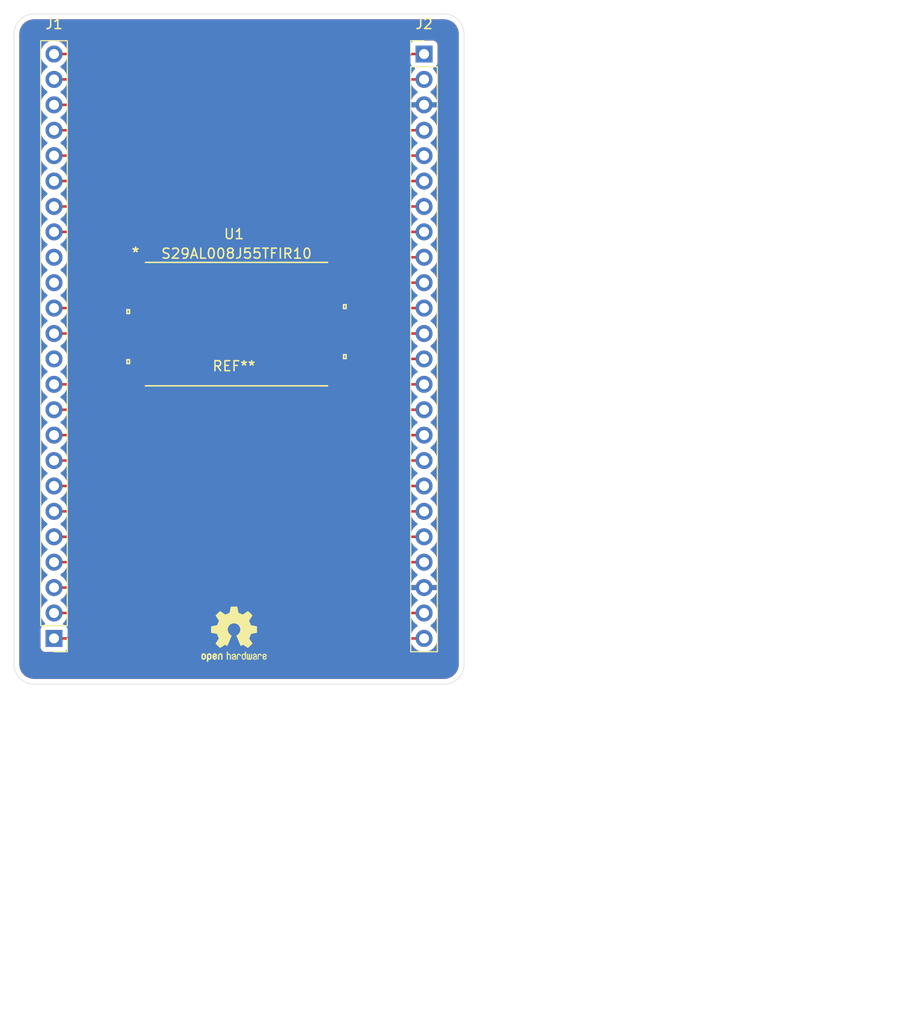
<source format=kicad_pcb>
(kicad_pcb (version 20171130) (host pcbnew "(5.1.5)-3")

  (general
    (thickness 1.6)
    (drawings 8)
    (tracks 220)
    (zones 0)
    (modules 5)
    (nets 51)
  )

  (page A4)
  (layers
    (0 F.Cu signal)
    (31 B.Cu signal)
    (32 B.Adhes user)
    (33 F.Adhes user)
    (34 B.Paste user)
    (35 F.Paste user)
    (36 B.SilkS user)
    (37 F.SilkS user)
    (38 B.Mask user)
    (39 F.Mask user)
    (40 Dwgs.User user)
    (41 Cmts.User user)
    (42 Eco1.User user)
    (43 Eco2.User user)
    (44 Edge.Cuts user)
    (45 Margin user)
    (46 B.CrtYd user)
    (47 F.CrtYd user)
    (48 B.Fab user)
    (49 F.Fab user)
  )

  (setup
    (last_trace_width 0.25)
    (trace_clearance 0.2)
    (zone_clearance 0.5)
    (zone_45_only yes)
    (trace_min 0.2)
    (via_size 0.8)
    (via_drill 0.4)
    (via_min_size 0.4)
    (via_min_drill 0.3)
    (user_via 0.65 0.35)
    (uvia_size 0.3)
    (uvia_drill 0.1)
    (uvias_allowed no)
    (uvia_min_size 0.2)
    (uvia_min_drill 0.1)
    (edge_width 0.05)
    (segment_width 0.2)
    (pcb_text_width 0.3)
    (pcb_text_size 1.5 1.5)
    (mod_edge_width 0.12)
    (mod_text_size 1 1)
    (mod_text_width 0.15)
    (pad_size 1.524 1.524)
    (pad_drill 0.762)
    (pad_to_mask_clearance 0.051)
    (solder_mask_min_width 0.25)
    (aux_axis_origin 0 0)
    (visible_elements 7FFFFFFF)
    (pcbplotparams
      (layerselection 0x010f0_ffffffff)
      (usegerberextensions false)
      (usegerberattributes false)
      (usegerberadvancedattributes false)
      (creategerberjobfile false)
      (excludeedgelayer true)
      (linewidth 0.100000)
      (plotframeref false)
      (viasonmask false)
      (mode 1)
      (useauxorigin false)
      (hpglpennumber 1)
      (hpglpenspeed 20)
      (hpglpendiameter 15.000000)
      (psnegative false)
      (psa4output false)
      (plotreference true)
      (plotvalue true)
      (plotinvisibletext false)
      (padsonsilk false)
      (subtractmaskfromsilk false)
      (outputformat 1)
      (mirror false)
      (drillshape 0)
      (scaleselection 1)
      (outputdirectory "gout3/"))
  )

  (net 0 "")
  (net 1 "Net-(J3-Pad24)")
  (net 2 "Net-(J3-Pad23)")
  (net 3 "Net-(J3-Pad22)")
  (net 4 "Net-(J3-Pad21)")
  (net 5 "Net-(J3-Pad20)")
  (net 6 "Net-(J3-Pad19)")
  (net 7 "Net-(J3-Pad18)")
  (net 8 "Net-(J3-Pad17)")
  (net 9 "Net-(J3-Pad16)")
  (net 10 "Net-(J3-Pad15)")
  (net 11 "Net-(J3-Pad14)")
  (net 12 "Net-(J3-Pad13)")
  (net 13 "Net-(J3-Pad12)")
  (net 14 "Net-(J3-Pad11)")
  (net 15 "Net-(J3-Pad10)")
  (net 16 "Net-(J3-Pad9)")
  (net 17 "Net-(J3-Pad8)")
  (net 18 "Net-(J3-Pad7)")
  (net 19 "Net-(J3-Pad6)")
  (net 20 "Net-(J3-Pad5)")
  (net 21 "Net-(J3-Pad4)")
  (net 22 "Net-(J3-Pad3)")
  (net 23 "Net-(J3-Pad2)")
  (net 24 "Net-(J3-Pad1)")
  (net 25 "Net-(J4-Pad24)")
  (net 26 "Net-(J4-Pad23)")
  (net 27 "Net-(J4-Pad21)")
  (net 28 "Net-(J4-Pad20)")
  (net 29 "Net-(J4-Pad19)")
  (net 30 "Net-(J4-Pad18)")
  (net 31 "Net-(J4-Pad17)")
  (net 32 "Net-(J4-Pad16)")
  (net 33 "Net-(J4-Pad15)")
  (net 34 "Net-(J4-Pad14)")
  (net 35 "Net-(J4-Pad13)")
  (net 36 "Net-(J4-Pad12)")
  (net 37 "Net-(J4-Pad11)")
  (net 38 "Net-(J4-Pad10)")
  (net 39 "Net-(J4-Pad9)")
  (net 40 "Net-(J4-Pad8)")
  (net 41 "Net-(J4-Pad7)")
  (net 42 "Net-(J4-Pad6)")
  (net 43 "Net-(J4-Pad5)")
  (net 44 "Net-(J4-Pad4)")
  (net 45 "Net-(J4-Pad2)")
  (net 46 "Net-(J4-Pad1)")
  (net 47 "Net-(U2-Pad13)")
  (net 48 "Net-(U2-Pad10)")
  (net 49 "Net-(U2-Pad9)")
  (net 50 GND)

  (net_class Default "This is the default net class."
    (clearance 0.2)
    (trace_width 0.25)
    (via_dia 0.8)
    (via_drill 0.4)
    (uvia_dia 0.3)
    (uvia_drill 0.1)
    (add_net GND)
    (add_net "Net-(J3-Pad1)")
    (add_net "Net-(J3-Pad10)")
    (add_net "Net-(J3-Pad11)")
    (add_net "Net-(J3-Pad12)")
    (add_net "Net-(J3-Pad13)")
    (add_net "Net-(J3-Pad14)")
    (add_net "Net-(J3-Pad15)")
    (add_net "Net-(J3-Pad16)")
    (add_net "Net-(J3-Pad17)")
    (add_net "Net-(J3-Pad18)")
    (add_net "Net-(J3-Pad19)")
    (add_net "Net-(J3-Pad2)")
    (add_net "Net-(J3-Pad20)")
    (add_net "Net-(J3-Pad21)")
    (add_net "Net-(J3-Pad22)")
    (add_net "Net-(J3-Pad23)")
    (add_net "Net-(J3-Pad24)")
    (add_net "Net-(J3-Pad3)")
    (add_net "Net-(J3-Pad4)")
    (add_net "Net-(J3-Pad5)")
    (add_net "Net-(J3-Pad6)")
    (add_net "Net-(J3-Pad7)")
    (add_net "Net-(J3-Pad8)")
    (add_net "Net-(J3-Pad9)")
    (add_net "Net-(J4-Pad1)")
    (add_net "Net-(J4-Pad10)")
    (add_net "Net-(J4-Pad11)")
    (add_net "Net-(J4-Pad12)")
    (add_net "Net-(J4-Pad13)")
    (add_net "Net-(J4-Pad14)")
    (add_net "Net-(J4-Pad15)")
    (add_net "Net-(J4-Pad16)")
    (add_net "Net-(J4-Pad17)")
    (add_net "Net-(J4-Pad18)")
    (add_net "Net-(J4-Pad19)")
    (add_net "Net-(J4-Pad2)")
    (add_net "Net-(J4-Pad20)")
    (add_net "Net-(J4-Pad21)")
    (add_net "Net-(J4-Pad23)")
    (add_net "Net-(J4-Pad24)")
    (add_net "Net-(J4-Pad4)")
    (add_net "Net-(J4-Pad5)")
    (add_net "Net-(J4-Pad6)")
    (add_net "Net-(J4-Pad7)")
    (add_net "Net-(J4-Pad8)")
    (add_net "Net-(J4-Pad9)")
    (add_net "Net-(U2-Pad10)")
    (add_net "Net-(U2-Pad13)")
    (add_net "Net-(U2-Pad9)")
  )

  (module Symbol:OSHW-Logo2_7.3x6mm_SilkScreen (layer F.Cu) (tedit 0) (tstamp 5E52CC42)
    (at 112 102)
    (descr "Open Source Hardware Symbol")
    (tags "Logo Symbol OSHW")
    (attr virtual)
    (fp_text reference REF** (at 0 0) (layer F.SilkS) hide
      (effects (font (size 1 1) (thickness 0.15)))
    )
    (fp_text value OSHW-Logo2_7.3x6mm_SilkScreen (at 0.75 0) (layer F.Fab) hide
      (effects (font (size 1 1) (thickness 0.15)))
    )
    (fp_poly (pts (xy 0.10391 -2.757652) (xy 0.182454 -2.757222) (xy 0.239298 -2.756058) (xy 0.278105 -2.753793)
      (xy 0.302538 -2.75006) (xy 0.316262 -2.744494) (xy 0.32294 -2.736727) (xy 0.326236 -2.726395)
      (xy 0.326556 -2.725057) (xy 0.331562 -2.700921) (xy 0.340829 -2.653299) (xy 0.353392 -2.587259)
      (xy 0.368287 -2.507872) (xy 0.384551 -2.420204) (xy 0.385119 -2.417125) (xy 0.40141 -2.331211)
      (xy 0.416652 -2.255304) (xy 0.429861 -2.193955) (xy 0.440054 -2.151718) (xy 0.446248 -2.133145)
      (xy 0.446543 -2.132816) (xy 0.464788 -2.123747) (xy 0.502405 -2.108633) (xy 0.551271 -2.090738)
      (xy 0.551543 -2.090642) (xy 0.613093 -2.067507) (xy 0.685657 -2.038035) (xy 0.754057 -2.008403)
      (xy 0.757294 -2.006938) (xy 0.868702 -1.956374) (xy 1.115399 -2.12484) (xy 1.191077 -2.176197)
      (xy 1.259631 -2.222111) (xy 1.317088 -2.25997) (xy 1.359476 -2.287163) (xy 1.382825 -2.301079)
      (xy 1.385042 -2.302111) (xy 1.40201 -2.297516) (xy 1.433701 -2.275345) (xy 1.481352 -2.234553)
      (xy 1.546198 -2.174095) (xy 1.612397 -2.109773) (xy 1.676214 -2.046388) (xy 1.733329 -1.988549)
      (xy 1.780305 -1.939825) (xy 1.813703 -1.90379) (xy 1.830085 -1.884016) (xy 1.830694 -1.882998)
      (xy 1.832505 -1.869428) (xy 1.825683 -1.847267) (xy 1.80854 -1.813522) (xy 1.779393 -1.7652)
      (xy 1.736555 -1.699308) (xy 1.679448 -1.614483) (xy 1.628766 -1.539823) (xy 1.583461 -1.47286)
      (xy 1.54615 -1.417484) (xy 1.519452 -1.37758) (xy 1.505985 -1.357038) (xy 1.505137 -1.355644)
      (xy 1.506781 -1.335962) (xy 1.519245 -1.297707) (xy 1.540048 -1.248111) (xy 1.547462 -1.232272)
      (xy 1.579814 -1.16171) (xy 1.614328 -1.081647) (xy 1.642365 -1.012371) (xy 1.662568 -0.960955)
      (xy 1.678615 -0.921881) (xy 1.687888 -0.901459) (xy 1.689041 -0.899886) (xy 1.706096 -0.897279)
      (xy 1.746298 -0.890137) (xy 1.804302 -0.879477) (xy 1.874763 -0.866315) (xy 1.952335 -0.851667)
      (xy 2.031672 -0.836551) (xy 2.107431 -0.821982) (xy 2.174264 -0.808978) (xy 2.226828 -0.798555)
      (xy 2.259776 -0.79173) (xy 2.267857 -0.789801) (xy 2.276205 -0.785038) (xy 2.282506 -0.774282)
      (xy 2.287045 -0.753902) (xy 2.290104 -0.720266) (xy 2.291967 -0.669745) (xy 2.292918 -0.598708)
      (xy 2.29324 -0.503524) (xy 2.293257 -0.464508) (xy 2.293257 -0.147201) (xy 2.217057 -0.132161)
      (xy 2.174663 -0.124005) (xy 2.1114 -0.112101) (xy 2.034962 -0.097884) (xy 1.953043 -0.08279)
      (xy 1.9304 -0.078645) (xy 1.854806 -0.063947) (xy 1.788953 -0.049495) (xy 1.738366 -0.036625)
      (xy 1.708574 -0.026678) (xy 1.703612 -0.023713) (xy 1.691426 -0.002717) (xy 1.673953 0.037967)
      (xy 1.654577 0.090322) (xy 1.650734 0.1016) (xy 1.625339 0.171523) (xy 1.593817 0.250418)
      (xy 1.562969 0.321266) (xy 1.562817 0.321595) (xy 1.511447 0.432733) (xy 1.680399 0.681253)
      (xy 1.849352 0.929772) (xy 1.632429 1.147058) (xy 1.566819 1.211726) (xy 1.506979 1.268733)
      (xy 1.456267 1.315033) (xy 1.418046 1.347584) (xy 1.395675 1.363343) (xy 1.392466 1.364343)
      (xy 1.373626 1.356469) (xy 1.33518 1.334578) (xy 1.28133 1.301267) (xy 1.216276 1.259131)
      (xy 1.14594 1.211943) (xy 1.074555 1.16381) (xy 1.010908 1.121928) (xy 0.959041 1.088871)
      (xy 0.922995 1.067218) (xy 0.906867 1.059543) (xy 0.887189 1.066037) (xy 0.849875 1.08315)
      (xy 0.802621 1.107326) (xy 0.797612 1.110013) (xy 0.733977 1.141927) (xy 0.690341 1.157579)
      (xy 0.663202 1.157745) (xy 0.649057 1.143204) (xy 0.648975 1.143) (xy 0.641905 1.125779)
      (xy 0.625042 1.084899) (xy 0.599695 1.023525) (xy 0.567171 0.944819) (xy 0.528778 0.851947)
      (xy 0.485822 0.748072) (xy 0.444222 0.647502) (xy 0.398504 0.536516) (xy 0.356526 0.433703)
      (xy 0.319548 0.342215) (xy 0.288827 0.265201) (xy 0.265622 0.205815) (xy 0.25119 0.167209)
      (xy 0.246743 0.1528) (xy 0.257896 0.136272) (xy 0.287069 0.10993) (xy 0.325971 0.080887)
      (xy 0.436757 -0.010961) (xy 0.523351 -0.116241) (xy 0.584716 -0.232734) (xy 0.619815 -0.358224)
      (xy 0.627608 -0.490493) (xy 0.621943 -0.551543) (xy 0.591078 -0.678205) (xy 0.53792 -0.790059)
      (xy 0.465767 -0.885999) (xy 0.377917 -0.964924) (xy 0.277665 -1.02573) (xy 0.16831 -1.067313)
      (xy 0.053147 -1.088572) (xy -0.064525 -1.088401) (xy -0.18141 -1.065699) (xy -0.294211 -1.019362)
      (xy -0.399631 -0.948287) (xy -0.443632 -0.908089) (xy -0.528021 -0.804871) (xy -0.586778 -0.692075)
      (xy -0.620296 -0.57299) (xy -0.628965 -0.450905) (xy -0.613177 -0.329107) (xy -0.573322 -0.210884)
      (xy -0.509793 -0.099525) (xy -0.422979 0.001684) (xy -0.325971 0.080887) (xy -0.285563 0.111162)
      (xy -0.257018 0.137219) (xy -0.246743 0.152825) (xy -0.252123 0.169843) (xy -0.267425 0.2105)
      (xy -0.291388 0.271642) (xy -0.322756 0.350119) (xy -0.360268 0.44278) (xy -0.402667 0.546472)
      (xy -0.444337 0.647526) (xy -0.49031 0.758607) (xy -0.532893 0.861541) (xy -0.570779 0.953165)
      (xy -0.60266 1.030316) (xy -0.627229 1.089831) (xy -0.64318 1.128544) (xy -0.64909 1.143)
      (xy -0.663052 1.157685) (xy -0.69006 1.157642) (xy -0.733587 1.142099) (xy -0.79711 1.110284)
      (xy -0.797612 1.110013) (xy -0.84544 1.085323) (xy -0.884103 1.067338) (xy -0.905905 1.059614)
      (xy -0.906867 1.059543) (xy -0.923279 1.067378) (xy -0.959513 1.089165) (xy -1.011526 1.122328)
      (xy -1.075275 1.164291) (xy -1.14594 1.211943) (xy -1.217884 1.260191) (xy -1.282726 1.302151)
      (xy -1.336265 1.335227) (xy -1.374303 1.356821) (xy -1.392467 1.364343) (xy -1.409192 1.354457)
      (xy -1.44282 1.326826) (xy -1.48999 1.284495) (xy -1.547342 1.230505) (xy -1.611516 1.167899)
      (xy -1.632503 1.146983) (xy -1.849501 0.929623) (xy -1.684332 0.68722) (xy -1.634136 0.612781)
      (xy -1.590081 0.545972) (xy -1.554638 0.490665) (xy -1.530281 0.450729) (xy -1.519478 0.430036)
      (xy -1.519162 0.428563) (xy -1.524857 0.409058) (xy -1.540174 0.369822) (xy -1.562463 0.31743)
      (xy -1.578107 0.282355) (xy -1.607359 0.215201) (xy -1.634906 0.147358) (xy -1.656263 0.090034)
      (xy -1.662065 0.072572) (xy -1.678548 0.025938) (xy -1.69466 -0.010095) (xy -1.70351 -0.023713)
      (xy -1.72304 -0.032048) (xy -1.765666 -0.043863) (xy -1.825855 -0.057819) (xy -1.898078 -0.072578)
      (xy -1.9304 -0.078645) (xy -2.012478 -0.093727) (xy -2.091205 -0.108331) (xy -2.158891 -0.12102)
      (xy -2.20784 -0.130358) (xy -2.217057 -0.132161) (xy -2.293257 -0.147201) (xy -2.293257 -0.464508)
      (xy -2.293086 -0.568846) (xy -2.292384 -0.647787) (xy -2.290866 -0.704962) (xy -2.288251 -0.744001)
      (xy -2.284254 -0.768535) (xy -2.278591 -0.782195) (xy -2.27098 -0.788611) (xy -2.267857 -0.789801)
      (xy -2.249022 -0.79402) (xy -2.207412 -0.802438) (xy -2.14837 -0.814039) (xy -2.077243 -0.827805)
      (xy -1.999375 -0.84272) (xy -1.920113 -0.857768) (xy -1.844802 -0.871931) (xy -1.778787 -0.884194)
      (xy -1.727413 -0.893539) (xy -1.696025 -0.89895) (xy -1.689041 -0.899886) (xy -1.682715 -0.912404)
      (xy -1.66871 -0.945754) (xy -1.649645 -0.993623) (xy -1.642366 -1.012371) (xy -1.613004 -1.084805)
      (xy -1.578429 -1.16483) (xy -1.547463 -1.232272) (xy -1.524677 -1.283841) (xy -1.509518 -1.326215)
      (xy -1.504458 -1.352166) (xy -1.505264 -1.355644) (xy -1.515959 -1.372064) (xy -1.54038 -1.408583)
      (xy -1.575905 -1.461313) (xy -1.619913 -1.526365) (xy -1.669783 -1.599849) (xy -1.679644 -1.614355)
      (xy -1.737508 -1.700296) (xy -1.780044 -1.765739) (xy -1.808946 -1.813696) (xy -1.82591 -1.84718)
      (xy -1.832633 -1.869205) (xy -1.83081 -1.882783) (xy -1.830764 -1.882869) (xy -1.816414 -1.900703)
      (xy -1.784677 -1.935183) (xy -1.73899 -1.982732) (xy -1.682796 -2.039778) (xy -1.619532 -2.102745)
      (xy -1.612398 -2.109773) (xy -1.53267 -2.18698) (xy -1.471143 -2.24367) (xy -1.426579 -2.28089)
      (xy -1.397743 -2.299685) (xy -1.385042 -2.302111) (xy -1.366506 -2.291529) (xy -1.328039 -2.267084)
      (xy -1.273614 -2.231388) (xy -1.207202 -2.187053) (xy -1.132775 -2.136689) (xy -1.115399 -2.12484)
      (xy -0.868703 -1.956374) (xy -0.757294 -2.006938) (xy -0.689543 -2.036405) (xy -0.616817 -2.066041)
      (xy -0.554297 -2.08967) (xy -0.551543 -2.090642) (xy -0.50264 -2.108543) (xy -0.464943 -2.12368)
      (xy -0.446575 -2.13279) (xy -0.446544 -2.132816) (xy -0.440715 -2.149283) (xy -0.430808 -2.189781)
      (xy -0.417805 -2.249758) (xy -0.402691 -2.32466) (xy -0.386448 -2.409936) (xy -0.385119 -2.417125)
      (xy -0.368825 -2.504986) (xy -0.353867 -2.58474) (xy -0.341209 -2.651319) (xy -0.331814 -2.699653)
      (xy -0.326646 -2.724675) (xy -0.326556 -2.725057) (xy -0.323411 -2.735701) (xy -0.317296 -2.743738)
      (xy -0.304547 -2.749533) (xy -0.2815 -2.753453) (xy -0.244491 -2.755865) (xy -0.189856 -2.757135)
      (xy -0.113933 -2.757629) (xy -0.013056 -2.757714) (xy 0 -2.757714) (xy 0.10391 -2.757652)) (layer F.SilkS) (width 0.01))
    (fp_poly (pts (xy 3.153595 1.966966) (xy 3.211021 2.004497) (xy 3.238719 2.038096) (xy 3.260662 2.099064)
      (xy 3.262405 2.147308) (xy 3.258457 2.211816) (xy 3.109686 2.276934) (xy 3.037349 2.310202)
      (xy 2.990084 2.336964) (xy 2.965507 2.360144) (xy 2.961237 2.382667) (xy 2.974889 2.407455)
      (xy 2.989943 2.423886) (xy 3.033746 2.450235) (xy 3.081389 2.452081) (xy 3.125145 2.431546)
      (xy 3.157289 2.390752) (xy 3.163038 2.376347) (xy 3.190576 2.331356) (xy 3.222258 2.312182)
      (xy 3.265714 2.295779) (xy 3.265714 2.357966) (xy 3.261872 2.400283) (xy 3.246823 2.435969)
      (xy 3.21528 2.476943) (xy 3.210592 2.482267) (xy 3.175506 2.51872) (xy 3.145347 2.538283)
      (xy 3.107615 2.547283) (xy 3.076335 2.55023) (xy 3.020385 2.550965) (xy 2.980555 2.54166)
      (xy 2.955708 2.527846) (xy 2.916656 2.497467) (xy 2.889625 2.464613) (xy 2.872517 2.423294)
      (xy 2.863238 2.367521) (xy 2.859693 2.291305) (xy 2.85941 2.252622) (xy 2.860372 2.206247)
      (xy 2.948007 2.206247) (xy 2.949023 2.231126) (xy 2.951556 2.2352) (xy 2.968274 2.229665)
      (xy 3.004249 2.215017) (xy 3.052331 2.19419) (xy 3.062386 2.189714) (xy 3.123152 2.158814)
      (xy 3.156632 2.131657) (xy 3.16399 2.10622) (xy 3.146391 2.080481) (xy 3.131856 2.069109)
      (xy 3.07941 2.046364) (xy 3.030322 2.050122) (xy 2.989227 2.077884) (xy 2.960758 2.127152)
      (xy 2.951631 2.166257) (xy 2.948007 2.206247) (xy 2.860372 2.206247) (xy 2.861285 2.162249)
      (xy 2.868196 2.095384) (xy 2.881884 2.046695) (xy 2.904096 2.010849) (xy 2.936574 1.982513)
      (xy 2.950733 1.973355) (xy 3.015053 1.949507) (xy 3.085473 1.948006) (xy 3.153595 1.966966)) (layer F.SilkS) (width 0.01))
    (fp_poly (pts (xy 2.6526 1.958752) (xy 2.669948 1.966334) (xy 2.711356 1.999128) (xy 2.746765 2.046547)
      (xy 2.768664 2.097151) (xy 2.772229 2.122098) (xy 2.760279 2.156927) (xy 2.734067 2.175357)
      (xy 2.705964 2.186516) (xy 2.693095 2.188572) (xy 2.686829 2.173649) (xy 2.674456 2.141175)
      (xy 2.669028 2.126502) (xy 2.63859 2.075744) (xy 2.59452 2.050427) (xy 2.53801 2.051206)
      (xy 2.533825 2.052203) (xy 2.503655 2.066507) (xy 2.481476 2.094393) (xy 2.466327 2.139287)
      (xy 2.45725 2.204615) (xy 2.453286 2.293804) (xy 2.452914 2.341261) (xy 2.45273 2.416071)
      (xy 2.451522 2.467069) (xy 2.448309 2.499471) (xy 2.442109 2.518495) (xy 2.43194 2.529356)
      (xy 2.416819 2.537272) (xy 2.415946 2.53767) (xy 2.386828 2.549981) (xy 2.372403 2.554514)
      (xy 2.370186 2.540809) (xy 2.368289 2.502925) (xy 2.366847 2.445715) (xy 2.365998 2.374027)
      (xy 2.365829 2.321565) (xy 2.366692 2.220047) (xy 2.37007 2.143032) (xy 2.377142 2.086023)
      (xy 2.389088 2.044526) (xy 2.40709 2.014043) (xy 2.432327 1.99008) (xy 2.457247 1.973355)
      (xy 2.517171 1.951097) (xy 2.586911 1.946076) (xy 2.6526 1.958752)) (layer F.SilkS) (width 0.01))
    (fp_poly (pts (xy 2.144876 1.956335) (xy 2.186667 1.975344) (xy 2.219469 1.998378) (xy 2.243503 2.024133)
      (xy 2.260097 2.057358) (xy 2.270577 2.1028) (xy 2.276271 2.165207) (xy 2.278507 2.249327)
      (xy 2.278743 2.304721) (xy 2.278743 2.520826) (xy 2.241774 2.53767) (xy 2.212656 2.549981)
      (xy 2.198231 2.554514) (xy 2.195472 2.541025) (xy 2.193282 2.504653) (xy 2.191942 2.451542)
      (xy 2.191657 2.409372) (xy 2.190434 2.348447) (xy 2.187136 2.300115) (xy 2.182321 2.270518)
      (xy 2.178496 2.264229) (xy 2.152783 2.270652) (xy 2.112418 2.287125) (xy 2.065679 2.309458)
      (xy 2.020845 2.333457) (xy 1.986193 2.35493) (xy 1.970002 2.369685) (xy 1.969938 2.369845)
      (xy 1.97133 2.397152) (xy 1.983818 2.423219) (xy 2.005743 2.444392) (xy 2.037743 2.451474)
      (xy 2.065092 2.450649) (xy 2.103826 2.450042) (xy 2.124158 2.459116) (xy 2.136369 2.483092)
      (xy 2.137909 2.487613) (xy 2.143203 2.521806) (xy 2.129047 2.542568) (xy 2.092148 2.552462)
      (xy 2.052289 2.554292) (xy 1.980562 2.540727) (xy 1.943432 2.521355) (xy 1.897576 2.475845)
      (xy 1.873256 2.419983) (xy 1.871073 2.360957) (xy 1.891629 2.305953) (xy 1.922549 2.271486)
      (xy 1.95342 2.252189) (xy 2.001942 2.227759) (xy 2.058485 2.202985) (xy 2.06791 2.199199)
      (xy 2.130019 2.171791) (xy 2.165822 2.147634) (xy 2.177337 2.123619) (xy 2.16658 2.096635)
      (xy 2.148114 2.075543) (xy 2.104469 2.049572) (xy 2.056446 2.047624) (xy 2.012406 2.067637)
      (xy 1.980709 2.107551) (xy 1.976549 2.117848) (xy 1.952327 2.155724) (xy 1.916965 2.183842)
      (xy 1.872343 2.206917) (xy 1.872343 2.141485) (xy 1.874969 2.101506) (xy 1.88623 2.069997)
      (xy 1.911199 2.036378) (xy 1.935169 2.010484) (xy 1.972441 1.973817) (xy 2.001401 1.954121)
      (xy 2.032505 1.94622) (xy 2.067713 1.944914) (xy 2.144876 1.956335)) (layer F.SilkS) (width 0.01))
    (fp_poly (pts (xy 1.779833 1.958663) (xy 1.782048 1.99685) (xy 1.783784 2.054886) (xy 1.784899 2.12818)
      (xy 1.785257 2.205055) (xy 1.785257 2.465196) (xy 1.739326 2.511127) (xy 1.707675 2.539429)
      (xy 1.67989 2.550893) (xy 1.641915 2.550168) (xy 1.62684 2.548321) (xy 1.579726 2.542948)
      (xy 1.540756 2.539869) (xy 1.531257 2.539585) (xy 1.499233 2.541445) (xy 1.453432 2.546114)
      (xy 1.435674 2.548321) (xy 1.392057 2.551735) (xy 1.362745 2.54432) (xy 1.33368 2.521427)
      (xy 1.323188 2.511127) (xy 1.277257 2.465196) (xy 1.277257 1.978602) (xy 1.314226 1.961758)
      (xy 1.346059 1.949282) (xy 1.364683 1.944914) (xy 1.369458 1.958718) (xy 1.373921 1.997286)
      (xy 1.377775 2.056356) (xy 1.380722 2.131663) (xy 1.382143 2.195286) (xy 1.386114 2.445657)
      (xy 1.420759 2.450556) (xy 1.452268 2.447131) (xy 1.467708 2.436041) (xy 1.472023 2.415308)
      (xy 1.475708 2.371145) (xy 1.478469 2.309146) (xy 1.480012 2.234909) (xy 1.480235 2.196706)
      (xy 1.480457 1.976783) (xy 1.526166 1.960849) (xy 1.558518 1.950015) (xy 1.576115 1.944962)
      (xy 1.576623 1.944914) (xy 1.578388 1.958648) (xy 1.580329 1.99673) (xy 1.582282 2.054482)
      (xy 1.584084 2.127227) (xy 1.585343 2.195286) (xy 1.589314 2.445657) (xy 1.6764 2.445657)
      (xy 1.680396 2.21724) (xy 1.684392 1.988822) (xy 1.726847 1.966868) (xy 1.758192 1.951793)
      (xy 1.776744 1.944951) (xy 1.777279 1.944914) (xy 1.779833 1.958663)) (layer F.SilkS) (width 0.01))
    (fp_poly (pts (xy 1.190117 2.065358) (xy 1.189933 2.173837) (xy 1.189219 2.257287) (xy 1.187675 2.319704)
      (xy 1.185001 2.365085) (xy 1.180894 2.397429) (xy 1.175055 2.420733) (xy 1.167182 2.438995)
      (xy 1.161221 2.449418) (xy 1.111855 2.505945) (xy 1.049264 2.541377) (xy 0.980013 2.55409)
      (xy 0.910668 2.542463) (xy 0.869375 2.521568) (xy 0.826025 2.485422) (xy 0.796481 2.441276)
      (xy 0.778655 2.383462) (xy 0.770463 2.306313) (xy 0.769302 2.249714) (xy 0.769458 2.245647)
      (xy 0.870857 2.245647) (xy 0.871476 2.31055) (xy 0.874314 2.353514) (xy 0.88084 2.381622)
      (xy 0.892523 2.401953) (xy 0.906483 2.417288) (xy 0.953365 2.44689) (xy 1.003701 2.449419)
      (xy 1.051276 2.424705) (xy 1.054979 2.421356) (xy 1.070783 2.403935) (xy 1.080693 2.383209)
      (xy 1.086058 2.352362) (xy 1.088228 2.304577) (xy 1.088571 2.251748) (xy 1.087827 2.185381)
      (xy 1.084748 2.141106) (xy 1.078061 2.112009) (xy 1.066496 2.091173) (xy 1.057013 2.080107)
      (xy 1.01296 2.052198) (xy 0.962224 2.048843) (xy 0.913796 2.070159) (xy 0.90445 2.078073)
      (xy 0.88854 2.095647) (xy 0.87861 2.116587) (xy 0.873278 2.147782) (xy 0.871163 2.196122)
      (xy 0.870857 2.245647) (xy 0.769458 2.245647) (xy 0.77281 2.158568) (xy 0.784726 2.090086)
      (xy 0.807135 2.0386) (xy 0.842124 1.998443) (xy 0.869375 1.977861) (xy 0.918907 1.955625)
      (xy 0.976316 1.945304) (xy 1.029682 1.948067) (xy 1.059543 1.959212) (xy 1.071261 1.962383)
      (xy 1.079037 1.950557) (xy 1.084465 1.918866) (xy 1.088571 1.870593) (xy 1.093067 1.816829)
      (xy 1.099313 1.784482) (xy 1.110676 1.765985) (xy 1.130528 1.75377) (xy 1.143 1.748362)
      (xy 1.190171 1.728601) (xy 1.190117 2.065358)) (layer F.SilkS) (width 0.01))
    (fp_poly (pts (xy 0.529926 1.949755) (xy 0.595858 1.974084) (xy 0.649273 2.017117) (xy 0.670164 2.047409)
      (xy 0.692939 2.102994) (xy 0.692466 2.143186) (xy 0.668562 2.170217) (xy 0.659717 2.174813)
      (xy 0.62153 2.189144) (xy 0.602028 2.185472) (xy 0.595422 2.161407) (xy 0.595086 2.148114)
      (xy 0.582992 2.09921) (xy 0.551471 2.064999) (xy 0.507659 2.048476) (xy 0.458695 2.052634)
      (xy 0.418894 2.074227) (xy 0.40545 2.086544) (xy 0.395921 2.101487) (xy 0.389485 2.124075)
      (xy 0.385317 2.159328) (xy 0.382597 2.212266) (xy 0.380502 2.287907) (xy 0.37996 2.311857)
      (xy 0.377981 2.39379) (xy 0.375731 2.451455) (xy 0.372357 2.489608) (xy 0.367006 2.513004)
      (xy 0.358824 2.526398) (xy 0.346959 2.534545) (xy 0.339362 2.538144) (xy 0.307102 2.550452)
      (xy 0.288111 2.554514) (xy 0.281836 2.540948) (xy 0.278006 2.499934) (xy 0.2766 2.430999)
      (xy 0.277598 2.333669) (xy 0.277908 2.318657) (xy 0.280101 2.229859) (xy 0.282693 2.165019)
      (xy 0.286382 2.119067) (xy 0.291864 2.086935) (xy 0.299835 2.063553) (xy 0.310993 2.043852)
      (xy 0.31683 2.03541) (xy 0.350296 1.998057) (xy 0.387727 1.969003) (xy 0.392309 1.966467)
      (xy 0.459426 1.946443) (xy 0.529926 1.949755)) (layer F.SilkS) (width 0.01))
    (fp_poly (pts (xy 0.039744 1.950968) (xy 0.096616 1.972087) (xy 0.097267 1.972493) (xy 0.13244 1.99838)
      (xy 0.158407 2.028633) (xy 0.17667 2.068058) (xy 0.188732 2.121462) (xy 0.196096 2.193651)
      (xy 0.200264 2.289432) (xy 0.200629 2.303078) (xy 0.205876 2.508842) (xy 0.161716 2.531678)
      (xy 0.129763 2.54711) (xy 0.11047 2.554423) (xy 0.109578 2.554514) (xy 0.106239 2.541022)
      (xy 0.103587 2.504626) (xy 0.101956 2.451452) (xy 0.1016 2.408393) (xy 0.101592 2.338641)
      (xy 0.098403 2.294837) (xy 0.087288 2.273944) (xy 0.063501 2.272925) (xy 0.022296 2.288741)
      (xy -0.039914 2.317815) (xy -0.085659 2.341963) (xy -0.109187 2.362913) (xy -0.116104 2.385747)
      (xy -0.116114 2.386877) (xy -0.104701 2.426212) (xy -0.070908 2.447462) (xy -0.019191 2.450539)
      (xy 0.018061 2.450006) (xy 0.037703 2.460735) (xy 0.049952 2.486505) (xy 0.057002 2.519337)
      (xy 0.046842 2.537966) (xy 0.043017 2.540632) (xy 0.007001 2.55134) (xy -0.043434 2.552856)
      (xy -0.095374 2.545759) (xy -0.132178 2.532788) (xy -0.183062 2.489585) (xy -0.211986 2.429446)
      (xy -0.217714 2.382462) (xy -0.213343 2.340082) (xy -0.197525 2.305488) (xy -0.166203 2.274763)
      (xy -0.115322 2.24399) (xy -0.040824 2.209252) (xy -0.036286 2.207288) (xy 0.030821 2.176287)
      (xy 0.072232 2.150862) (xy 0.089981 2.128014) (xy 0.086107 2.104745) (xy 0.062643 2.078056)
      (xy 0.055627 2.071914) (xy 0.00863 2.0481) (xy -0.040067 2.049103) (xy -0.082478 2.072451)
      (xy -0.110616 2.115675) (xy -0.113231 2.12416) (xy -0.138692 2.165308) (xy -0.170999 2.185128)
      (xy -0.217714 2.20477) (xy -0.217714 2.15395) (xy -0.203504 2.080082) (xy -0.161325 2.012327)
      (xy -0.139376 1.989661) (xy -0.089483 1.960569) (xy -0.026033 1.9474) (xy 0.039744 1.950968)) (layer F.SilkS) (width 0.01))
    (fp_poly (pts (xy -0.624114 1.851289) (xy -0.619861 1.910613) (xy -0.614975 1.945572) (xy -0.608205 1.96082)
      (xy -0.598298 1.961015) (xy -0.595086 1.959195) (xy -0.552356 1.946015) (xy -0.496773 1.946785)
      (xy -0.440263 1.960333) (xy -0.404918 1.977861) (xy -0.368679 2.005861) (xy -0.342187 2.037549)
      (xy -0.324001 2.077813) (xy -0.312678 2.131543) (xy -0.306778 2.203626) (xy -0.304857 2.298951)
      (xy -0.304823 2.317237) (xy -0.3048 2.522646) (xy -0.350509 2.53858) (xy -0.382973 2.54942)
      (xy -0.400785 2.554468) (xy -0.401309 2.554514) (xy -0.403063 2.540828) (xy -0.404556 2.503076)
      (xy -0.405674 2.446224) (xy -0.406303 2.375234) (xy -0.4064 2.332073) (xy -0.406602 2.246973)
      (xy -0.407642 2.185981) (xy -0.410169 2.144177) (xy -0.414836 2.116642) (xy -0.422293 2.098456)
      (xy -0.433189 2.084698) (xy -0.439993 2.078073) (xy -0.486728 2.051375) (xy -0.537728 2.049375)
      (xy -0.583999 2.071955) (xy -0.592556 2.080107) (xy -0.605107 2.095436) (xy -0.613812 2.113618)
      (xy -0.619369 2.139909) (xy -0.622474 2.179562) (xy -0.623824 2.237832) (xy -0.624114 2.318173)
      (xy -0.624114 2.522646) (xy -0.669823 2.53858) (xy -0.702287 2.54942) (xy -0.720099 2.554468)
      (xy -0.720623 2.554514) (xy -0.721963 2.540623) (xy -0.723172 2.501439) (xy -0.724199 2.4407)
      (xy -0.724998 2.362141) (xy -0.725519 2.269498) (xy -0.725714 2.166509) (xy -0.725714 1.769342)
      (xy -0.678543 1.749444) (xy -0.631371 1.729547) (xy -0.624114 1.851289)) (layer F.SilkS) (width 0.01))
    (fp_poly (pts (xy -1.831697 1.931239) (xy -1.774473 1.969735) (xy -1.730251 2.025335) (xy -1.703833 2.096086)
      (xy -1.69849 2.148162) (xy -1.699097 2.169893) (xy -1.704178 2.186531) (xy -1.718145 2.201437)
      (xy -1.745411 2.217973) (xy -1.790388 2.239498) (xy -1.857489 2.269374) (xy -1.857829 2.269524)
      (xy -1.919593 2.297813) (xy -1.970241 2.322933) (xy -2.004596 2.342179) (xy -2.017482 2.352848)
      (xy -2.017486 2.352934) (xy -2.006128 2.376166) (xy -1.979569 2.401774) (xy -1.949077 2.420221)
      (xy -1.93363 2.423886) (xy -1.891485 2.411212) (xy -1.855192 2.379471) (xy -1.837483 2.344572)
      (xy -1.820448 2.318845) (xy -1.787078 2.289546) (xy -1.747851 2.264235) (xy -1.713244 2.250471)
      (xy -1.706007 2.249714) (xy -1.697861 2.26216) (xy -1.69737 2.293972) (xy -1.703357 2.336866)
      (xy -1.714643 2.382558) (xy -1.73005 2.422761) (xy -1.730829 2.424322) (xy -1.777196 2.489062)
      (xy -1.837289 2.533097) (xy -1.905535 2.554711) (xy -1.976362 2.552185) (xy -2.044196 2.523804)
      (xy -2.047212 2.521808) (xy -2.100573 2.473448) (xy -2.13566 2.410352) (xy -2.155078 2.327387)
      (xy -2.157684 2.304078) (xy -2.162299 2.194055) (xy -2.156767 2.142748) (xy -2.017486 2.142748)
      (xy -2.015676 2.174753) (xy -2.005778 2.184093) (xy -1.981102 2.177105) (xy -1.942205 2.160587)
      (xy -1.898725 2.139881) (xy -1.897644 2.139333) (xy -1.860791 2.119949) (xy -1.846 2.107013)
      (xy -1.849647 2.093451) (xy -1.865005 2.075632) (xy -1.904077 2.049845) (xy -1.946154 2.04795)
      (xy -1.983897 2.066717) (xy -2.009966 2.102915) (xy -2.017486 2.142748) (xy -2.156767 2.142748)
      (xy -2.152806 2.106027) (xy -2.12845 2.036212) (xy -2.094544 1.987302) (xy -2.033347 1.937878)
      (xy -1.965937 1.913359) (xy -1.89712 1.911797) (xy -1.831697 1.931239)) (layer F.SilkS) (width 0.01))
    (fp_poly (pts (xy -2.958885 1.921962) (xy -2.890855 1.957733) (xy -2.840649 2.015301) (xy -2.822815 2.052312)
      (xy -2.808937 2.107882) (xy -2.801833 2.178096) (xy -2.80116 2.254727) (xy -2.806573 2.329552)
      (xy -2.81773 2.394342) (xy -2.834286 2.440873) (xy -2.839374 2.448887) (xy -2.899645 2.508707)
      (xy -2.971231 2.544535) (xy -3.048908 2.55502) (xy -3.127452 2.53881) (xy -3.149311 2.529092)
      (xy -3.191878 2.499143) (xy -3.229237 2.459433) (xy -3.232768 2.454397) (xy -3.247119 2.430124)
      (xy -3.256606 2.404178) (xy -3.26221 2.370022) (xy -3.264914 2.321119) (xy -3.265701 2.250935)
      (xy -3.265714 2.2352) (xy -3.265678 2.230192) (xy -3.120571 2.230192) (xy -3.119727 2.29643)
      (xy -3.116404 2.340386) (xy -3.109417 2.368779) (xy -3.097584 2.388325) (xy -3.091543 2.394857)
      (xy -3.056814 2.41968) (xy -3.023097 2.418548) (xy -2.989005 2.397016) (xy -2.968671 2.374029)
      (xy -2.956629 2.340478) (xy -2.949866 2.287569) (xy -2.949402 2.281399) (xy -2.948248 2.185513)
      (xy -2.960312 2.114299) (xy -2.98543 2.068194) (xy -3.02344 2.047635) (xy -3.037008 2.046514)
      (xy -3.072636 2.052152) (xy -3.097006 2.071686) (xy -3.111907 2.109042) (xy -3.119125 2.16815)
      (xy -3.120571 2.230192) (xy -3.265678 2.230192) (xy -3.265174 2.160413) (xy -3.262904 2.108159)
      (xy -3.257932 2.071949) (xy -3.249287 2.045299) (xy -3.235995 2.021722) (xy -3.233057 2.017338)
      (xy -3.183687 1.958249) (xy -3.129891 1.923947) (xy -3.064398 1.910331) (xy -3.042158 1.909665)
      (xy -2.958885 1.921962)) (layer F.SilkS) (width 0.01))
    (fp_poly (pts (xy -1.283907 1.92778) (xy -1.237328 1.954723) (xy -1.204943 1.981466) (xy -1.181258 2.009484)
      (xy -1.164941 2.043748) (xy -1.154661 2.089227) (xy -1.149086 2.150892) (xy -1.146884 2.233711)
      (xy -1.146629 2.293246) (xy -1.146629 2.512391) (xy -1.208314 2.540044) (xy -1.27 2.567697)
      (xy -1.277257 2.32767) (xy -1.280256 2.238028) (xy -1.283402 2.172962) (xy -1.287299 2.128026)
      (xy -1.292553 2.09877) (xy -1.299769 2.080748) (xy -1.30955 2.069511) (xy -1.312688 2.067079)
      (xy -1.360239 2.048083) (xy -1.408303 2.0556) (xy -1.436914 2.075543) (xy -1.448553 2.089675)
      (xy -1.456609 2.10822) (xy -1.461729 2.136334) (xy -1.464559 2.179173) (xy -1.465744 2.241895)
      (xy -1.465943 2.307261) (xy -1.465982 2.389268) (xy -1.467386 2.447316) (xy -1.472086 2.486465)
      (xy -1.482013 2.51178) (xy -1.499097 2.528323) (xy -1.525268 2.541156) (xy -1.560225 2.554491)
      (xy -1.598404 2.569007) (xy -1.593859 2.311389) (xy -1.592029 2.218519) (xy -1.589888 2.149889)
      (xy -1.586819 2.100711) (xy -1.582206 2.066198) (xy -1.575432 2.041562) (xy -1.565881 2.022016)
      (xy -1.554366 2.00477) (xy -1.49881 1.94968) (xy -1.43102 1.917822) (xy -1.357287 1.910191)
      (xy -1.283907 1.92778)) (layer F.SilkS) (width 0.01))
    (fp_poly (pts (xy -2.400256 1.919918) (xy -2.344799 1.947568) (xy -2.295852 1.99848) (xy -2.282371 2.017338)
      (xy -2.267686 2.042015) (xy -2.258158 2.068816) (xy -2.252707 2.104587) (xy -2.250253 2.156169)
      (xy -2.249714 2.224267) (xy -2.252148 2.317588) (xy -2.260606 2.387657) (xy -2.276826 2.439931)
      (xy -2.302546 2.479869) (xy -2.339503 2.512929) (xy -2.342218 2.514886) (xy -2.37864 2.534908)
      (xy -2.422498 2.544815) (xy -2.478276 2.547257) (xy -2.568952 2.547257) (xy -2.56899 2.635283)
      (xy -2.569834 2.684308) (xy -2.574976 2.713065) (xy -2.588413 2.730311) (xy -2.614142 2.744808)
      (xy -2.620321 2.747769) (xy -2.649236 2.761648) (xy -2.671624 2.770414) (xy -2.688271 2.771171)
      (xy -2.699964 2.761023) (xy -2.70749 2.737073) (xy -2.711634 2.696426) (xy -2.713185 2.636186)
      (xy -2.712929 2.553455) (xy -2.711651 2.445339) (xy -2.711252 2.413) (xy -2.709815 2.301524)
      (xy -2.708528 2.228603) (xy -2.569029 2.228603) (xy -2.568245 2.290499) (xy -2.56476 2.330997)
      (xy -2.556876 2.357708) (xy -2.542895 2.378244) (xy -2.533403 2.38826) (xy -2.494596 2.417567)
      (xy -2.460237 2.419952) (xy -2.424784 2.39575) (xy -2.423886 2.394857) (xy -2.409461 2.376153)
      (xy -2.400687 2.350732) (xy -2.396261 2.311584) (xy -2.394882 2.251697) (xy -2.394857 2.23843)
      (xy -2.398188 2.155901) (xy -2.409031 2.098691) (xy -2.42866 2.063766) (xy -2.45835 2.048094)
      (xy -2.475509 2.046514) (xy -2.516234 2.053926) (xy -2.544168 2.07833) (xy -2.560983 2.12298)
      (xy -2.56835 2.19113) (xy -2.569029 2.228603) (xy -2.708528 2.228603) (xy -2.708292 2.215245)
      (xy -2.706323 2.150333) (xy -2.70355 2.102958) (xy -2.699612 2.06929) (xy -2.694151 2.045498)
      (xy -2.686808 2.027753) (xy -2.677223 2.012224) (xy -2.673113 2.006381) (xy -2.618595 1.951185)
      (xy -2.549664 1.91989) (xy -2.469928 1.911165) (xy -2.400256 1.919918)) (layer F.SilkS) (width 0.01))
  )

  (module Symbol:Symbol_ESD-Logo-Text_CopperTop (layer F.Cu) (tedit 0) (tstamp 5E52C5A1)
    (at 112 86)
    (attr virtual)
    (fp_text reference REF** (at 0 -10.80008) (layer F.SilkS)
      (effects (font (size 1 1) (thickness 0.15)))
    )
    (fp_text value Symbol_ESD-Logo-Text_CopperTop (at -0.0508 13.4493) (layer F.Fab)
      (effects (font (size 1 1) (thickness 0.15)))
    )
    (fp_line (start 2.77876 -1.2573) (end 3.10896 -1.38938) (layer F.Cu) (width 0.3048))
    (fp_line (start 2.49936 -0.82804) (end 2.77876 -1.2573) (layer F.Cu) (width 0.3048))
    (fp_line (start 2.16916 -0.28956) (end 2.49936 -0.82804) (layer F.Cu) (width 0.3048))
    (fp_line (start 1.65862 0.54102) (end 2.16916 -0.28956) (layer F.Cu) (width 0.3048))
    (fp_line (start 0.1905 1.5113) (end 0.8001 0.98044) (layer F.Cu) (width 0.3048))
    (fp_line (start -0.32004 2.02184) (end 0.1905 1.5113) (layer F.Cu) (width 0.3048))
    (fp_line (start -0.62992 2.68224) (end -0.32004 2.02184) (layer F.Cu) (width 0.3048))
    (fp_line (start -0.86106 2.37236) (end -0.62992 2.68224) (layer F.Cu) (width 0.3048))
    (fp_line (start -0.70104 1.59258) (end -0.86106 2.37236) (layer F.Cu) (width 0.3048))
    (fp_line (start 0.30988 0.32258) (end -0.70104 1.59258) (layer F.Cu) (width 0.3048))
    (fp_line (start 0.45974 -0.18796) (end 0.30988 0.32258) (layer F.Cu) (width 0.3048))
    (fp_line (start -0.40132 -1.27762) (end 0.45974 -0.18796) (layer F.Cu) (width 0.3048))
    (fp_line (start -0.62992 -1.12776) (end -0.40132 -1.27762) (layer F.Cu) (width 0.3048))
    (fp_line (start -1.47066 -0.49784) (end -0.62992 -1.12776) (layer F.Cu) (width 0.3048))
    (fp_line (start -1.71958 -0.16764) (end -1.47066 -0.49784) (layer F.Cu) (width 0.3048))
    (fp_line (start -1.77038 -0.11938) (end -1.71958 -0.16764) (layer F.Cu) (width 0.3048))
    (fp_line (start -1.84912 0.42164) (end -1.77038 -0.11938) (layer F.Cu) (width 0.3048))
    (fp_line (start -1.84912 1.48082) (end -1.84912 0.42164) (layer F.Cu) (width 0.3048))
    (fp_line (start -1.62052 2.35204) (end -1.84912 1.48082) (layer F.Cu) (width 0.3048))
    (fp_line (start -1.99136 2.77114) (end -1.62052 2.35204) (layer F.Cu) (width 0.3048))
    (fp_line (start -2.4892 1.10236) (end -1.99136 2.77114) (layer F.Cu) (width 0.3048))
    (fp_line (start -2.37998 -0.57912) (end -2.4892 1.10236) (layer F.Cu) (width 0.3048))
    (fp_line (start -0.65024 -2.64922) (end -1.8796 -1.13792) (layer F.Cu) (width 0.3048))
    (fp_line (start 1.24968 -3.31724) (end -0.65024 -2.64922) (layer F.Cu) (width 0.3048))
    (fp_line (start 2.19964 -3.59918) (end 1.24968 -3.31724) (layer F.Cu) (width 0.3048))
    (fp_line (start 0.30988 1.4605) (end 0.56896 1.81102) (layer F.Cu) (width 0.3048))
    (fp_line (start 0.07874 2.1717) (end 0.10922 2.1717) (layer F.Cu) (width 0.3048))
    (fp_line (start -0.22098 1.99136) (end 0.07874 2.1717) (layer F.Cu) (width 0.3048))
    (fp_line (start 1.61036 0.65278) (end 1.67894 0.6223) (layer F.Cu) (width 0.3048))
    (fp_line (start 4.96062 2.47142) (end 1.61036 0.65278) (layer F.Cu) (width 0.3048))
    (fp_line (start 3.15976 -1.3081) (end 4.96062 2.47142) (layer F.Cu) (width 0.3048))
    (fp_line (start -1.89992 -1.15824) (end -1.86944 -1.15824) (layer F.Cu) (width 0.3048))
    (fp_line (start -2.76098 -1.5875) (end -1.89992 -1.15824) (layer F.Cu) (width 0.3048))
    (fp_line (start 0.21082 -7.3787) (end -2.76098 -1.5875) (layer F.Cu) (width 0.3048))
    (fp_line (start 2.09042 -3.64744) (end 0.21082 -7.3787) (layer F.Cu) (width 0.3048))
    (fp_line (start 4.90982 3.3909) (end 0.86868 1.1811) (layer F.Cu) (width 0.3048))
    (fp_line (start -5.15112 3.31216) (end 4.90982 3.3909) (layer F.Cu) (width 0.3048))
    (fp_line (start -3.09118 -0.84836) (end -5.15112 3.31216) (layer F.Cu) (width 0.3048))
    (fp_line (start -2.46126 -0.56896) (end -3.09118 -0.84836) (layer F.Cu) (width 0.3048))
    (fp_line (start -0.29972 0.44196) (end -0.07112 0.5715) (layer F.Cu) (width 0.3048))
    (fp_line (start -0.72898 0.98044) (end -0.29972 0.44196) (layer F.Cu) (width 0.3048))
    (fp_line (start -0.70104 0.37084) (end -0.72898 0.98044) (layer F.Cu) (width 0.3048))
    (fp_line (start -1.14046 0.16256) (end -0.70104 0.37084) (layer F.Cu) (width 0.3048))
    (fp_line (start -1.01092 1.5621) (end -1.14046 0.16256) (layer F.Cu) (width 0.3048))
    (fp_line (start -1.10998 1.87198) (end -1.01092 1.5621) (layer F.Cu) (width 0.3048))
    (fp_line (start -1.38938 1.64084) (end -1.10998 1.87198) (layer F.Cu) (width 0.3048))
    (fp_line (start -1.51892 0.80264) (end -1.38938 1.64084) (layer F.Cu) (width 0.3048))
    (fp_line (start -1.51892 -0.1397) (end -1.51892 0.80264) (layer F.Cu) (width 0.3048))
    (fp_line (start 0.06096 -0.0889) (end 0.23876 0.14224) (layer F.Cu) (width 0.3048))
    (fp_line (start -0.4191 -0.61722) (end 0.06096 -0.0889) (layer F.Cu) (width 0.3048))
    (fp_line (start -0.77978 -0.49784) (end -0.4191 -0.61722) (layer F.Cu) (width 0.3048))
    (fp_line (start -1.10998 -0.6477) (end -0.77978 -0.49784) (layer F.Cu) (width 0.3048))
    (fp_line (start -0.0889 -6.6675) (end 0.94996 -5.92836) (layer F.Cu) (width 0.3048))
    (fp_line (start -0.35052 -6.0579) (end 1.57988 -4.65836) (layer F.Cu) (width 0.3048))
    (fp_line (start -0.7493 -5.3975) (end 1.85928 -3.64744) (layer F.Cu) (width 0.3048))
    (fp_line (start -1.01092 -4.86918) (end 1.19888 -3.41884) (layer F.Cu) (width 0.3048))
    (fp_line (start -1.3589 -4.2291) (end 0.45974 -3.08864) (layer F.Cu) (width 0.3048))
    (fp_line (start -0.44958 -2.80924) (end -0.4191 -2.80924) (layer F.Cu) (width 0.3048))
    (fp_line (start -1.71958 -3.59918) (end -0.44958 -2.80924) (layer F.Cu) (width 0.3048))
    (fp_line (start -2.04978 -2.9591) (end -1.03124 -2.26822) (layer F.Cu) (width 0.3048))
    (fp_line (start -1.31064 -1.81864) (end -1.31064 -1.83896) (layer F.Cu) (width 0.3048))
    (fp_line (start -2.23012 -2.44856) (end -1.31064 -1.81864) (layer F.Cu) (width 0.3048))
    (fp_line (start -2.50952 -1.9685) (end -1.6891 -1.48844) (layer F.Cu) (width 0.3048))
    (fp_line (start 2.70002 -1.0287) (end 3.54076 -0.39878) (layer F.Cu) (width 0.3048))
    (fp_line (start 2.4511 -0.56896) (end 4.09956 0.72136) (layer F.Cu) (width 0.3048))
    (fp_line (start 2.1209 0.04064) (end 4.37896 1.38176) (layer F.Cu) (width 0.3048))
    (fp_line (start -3.37058 -0.33782) (end -2.6289 0.06096) (layer F.Cu) (width 0.3048))
    (fp_line (start -3.55092 0.16256) (end -2.47904 0.75184) (layer F.Cu) (width 0.3048))
    (fp_line (start -3.74904 0.65278) (end -2.46126 1.38176) (layer F.Cu) (width 0.3048))
    (fp_line (start -2.41046 1.99136) (end -2.37998 1.99136) (layer F.Cu) (width 0.3048))
    (fp_line (start -4.03098 1.20142) (end -2.41046 1.99136) (layer F.Cu) (width 0.3048))
    (fp_line (start -4.34086 1.66116) (end -1.14046 3.31216) (layer F.Cu) (width 0.3048))
    (fp_line (start -4.5593 2.2225) (end -2.17932 3.36042) (layer F.Cu) (width 0.3048))
    (fp_line (start -4.77012 2.75082) (end -3.64998 3.34264) (layer F.Cu) (width 0.3048))
    (fp_line (start -1.53924 2.37236) (end -0.02032 3.3909) (layer F.Cu) (width 0.3048))
    (fp_line (start 1.02108 3.31216) (end 1.04902 3.31216) (layer F.Cu) (width 0.3048))
    (fp_line (start -0.35052 2.30124) (end 1.02108 3.31216) (layer F.Cu) (width 0.3048))
    (fp_line (start 0.23876 1.8415) (end 2.16916 3.29184) (layer F.Cu) (width 0.3048))
    (fp_line (start 3.25882 3.31216) (end 3.27914 3.31216) (layer F.Cu) (width 0.3048))
    (fp_line (start 0.5207 1.4605) (end 3.25882 3.31216) (layer F.Cu) (width 0.3048))
    (fp_line (start -0.65024 -0.92964) (end 0.06096 -0.4191) (layer F.Cu) (width 0.3048))
    (fp_line (start -4.46024 4.04114) (end -4.03098 5.31114) (layer F.Cu) (width 0.3048))
    (fp_line (start -4.86918 5.31114) (end -4.46024 4.04114) (layer F.Cu) (width 0.3048))
    (fp_line (start -4.7498 4.96062) (end -4.15036 4.97078) (layer F.Cu) (width 0.3048))
    (fp_line (start -3.78968 4.04876) (end -3.10896 4.04114) (layer F.Cu) (width 0.3048))
    (fp_line (start -2.77876 4.04114) (end -2.14122 4.03098) (layer F.Cu) (width 0.3048))
    (fp_line (start -3.44932 4.04876) (end -3.41884 5.28066) (layer F.Cu) (width 0.3048))
    (fp_line (start -2.46126 5.31114) (end -2.46888 4.05892) (layer F.Cu) (width 0.3048))
    (fp_line (start -1.66116 5.28066) (end -1.651 5.28066) (layer F.Cu) (width 0.3048))
    (fp_line (start -1.66116 4.04876) (end -1.66116 5.28066) (layer F.Cu) (width 0.3048))
    (fp_line (start -1.651 4.04876) (end -1.14046 4.04876) (layer F.Cu) (width 0.3048))
    (fp_line (start -1.62052 4.65074) (end -1.6002 4.65074) (layer F.Cu) (width 0.3048))
    (fp_line (start -1.19888 4.64058) (end -1.62052 4.65074) (layer F.Cu) (width 0.3048))
    (fp_line (start -1.64084 5.30098) (end -1.63068 5.30098) (layer F.Cu) (width 0.3048))
    (fp_line (start -1.09982 5.31876) (end -1.64084 5.30098) (layer F.Cu) (width 0.3048))
    (fp_line (start 0.1905 5.29082) (end 0.1905 4.05892) (layer F.Cu) (width 0.3048))
    (fp_line (start -0.5207 4.0894) (end 0.1905 5.29082) (layer F.Cu) (width 0.3048))
    (fp_line (start -0.51054 5.32892) (end -0.5207 4.0894) (layer F.Cu) (width 0.3048))
    (fp_line (start 0.6096 4.04114) (end 1.31064 4.04114) (layer F.Cu) (width 0.3048))
    (fp_line (start 0.97028 4.06908) (end 0.9906 5.28066) (layer F.Cu) (width 0.3048))
    (fp_line (start 1.78054 4.03098) (end 1.77038 5.29082) (layer F.Cu) (width 0.3048))
    (fp_line (start 2.43078 4.18084) (end 2.63906 4.05892) (layer F.Cu) (width 0.3048))
    (fp_line (start 2.31902 4.38912) (end 2.43078 4.18084) (layer F.Cu) (width 0.3048))
    (fp_line (start 2.31902 4.70916) (end 2.31902 4.38912) (layer F.Cu) (width 0.3048))
    (fp_line (start 2.43078 5.14096) (end 2.31902 4.70916) (layer F.Cu) (width 0.3048))
    (fp_line (start 2.60096 5.28066) (end 2.43078 5.14096) (layer F.Cu) (width 0.3048))
    (fp_line (start 2.80924 5.30098) (end 2.60096 5.28066) (layer F.Cu) (width 0.3048))
    (fp_line (start 3.04038 5.18922) (end 2.80924 5.30098) (layer F.Cu) (width 0.3048))
    (fp_line (start 3.1496 4.97078) (end 3.04038 5.18922) (layer F.Cu) (width 0.3048))
    (fp_line (start 3.15976 4.67106) (end 3.1496 4.97078) (layer F.Cu) (width 0.3048))
    (fp_line (start 3.1496 4.3307) (end 3.15976 4.67106) (layer F.Cu) (width 0.3048))
    (fp_line (start 2.97942 4.11988) (end 3.1496 4.3307) (layer F.Cu) (width 0.3048))
    (fp_line (start 2.75082 4.04876) (end 2.97942 4.11988) (layer F.Cu) (width 0.3048))
    (fp_line (start 4.43992 5.30098) (end 4.42976 4.06908) (layer F.Cu) (width 0.3048))
    (fp_line (start 3.7211 4.09956) (end 4.43992 5.30098) (layer F.Cu) (width 0.3048))
    (fp_line (start 3.71094 5.29082) (end 3.7211 4.09956) (layer F.Cu) (width 0.3048))
    (fp_line (start -6.14934 6.11124) (end -6.78942 6.11124) (layer F.Cu) (width 0.3048))
    (fp_line (start -6.79958 7.37108) (end -6.2103 7.37108) (layer F.Cu) (width 0.3048))
    (fp_line (start -6.78942 6.11124) (end -6.79958 7.37108) (layer F.Cu) (width 0.3048))
    (fp_line (start -6.37032 6.731) (end -6.74878 6.72084) (layer F.Cu) (width 0.3048))
    (fp_line (start -5.6388 7.37108) (end -5.04952 7.37108) (layer F.Cu) (width 0.3048))
    (fp_line (start -5.63118 6.10108) (end -5.6388 7.37108) (layer F.Cu) (width 0.3048))
    (fp_line (start -4.6101 7.38124) (end -4.04114 7.38124) (layer F.Cu) (width 0.3048))
    (fp_line (start -4.6101 6.11886) (end -4.6101 7.38124) (layer F.Cu) (width 0.3048))
    (fp_line (start -4.5593 6.731) (end -4.20878 6.731) (layer F.Cu) (width 0.3048))
    (fp_line (start -4.6101 6.11886) (end -4.04114 6.11886) (layer F.Cu) (width 0.3048))
    (fp_line (start -4.59994 6.12902) (end -4.6101 6.11886) (layer F.Cu) (width 0.3048))
    (fp_line (start -3.11912 7.37108) (end -2.77114 7.2898) (layer F.Cu) (width 0.3048))
    (fp_line (start -3.32994 7.26948) (end -3.11912 7.37108) (layer F.Cu) (width 0.3048))
    (fp_line (start -3.48996 7.02056) (end -3.32994 7.26948) (layer F.Cu) (width 0.3048))
    (fp_line (start -3.51028 6.65988) (end -3.48996 7.02056) (layer F.Cu) (width 0.3048))
    (fp_line (start -3.41122 6.28904) (end -3.51028 6.65988) (layer F.Cu) (width 0.3048))
    (fp_line (start -3.15976 6.13918) (end -3.41122 6.28904) (layer F.Cu) (width 0.3048))
    (fp_line (start -2.93878 6.13918) (end -3.15976 6.13918) (layer F.Cu) (width 0.3048))
    (fp_line (start -2.70002 6.25094) (end -2.93878 6.13918) (layer F.Cu) (width 0.3048))
    (fp_line (start -2.3495 6.11886) (end -1.67894 6.11886) (layer F.Cu) (width 0.3048))
    (fp_line (start -2.04978 6.49986) (end -2.02946 7.37108) (layer F.Cu) (width 0.3048))
    (fp_line (start -2.02946 6.12902) (end -2.00914 6.12902) (layer F.Cu) (width 0.3048))
    (fp_line (start -2.03962 6.52018) (end -2.02946 6.12902) (layer F.Cu) (width 0.3048))
    (fp_line (start -1.17094 6.77926) (end -1.16078 6.77926) (layer F.Cu) (width 0.3048))
    (fp_line (start -0.76962 6.77926) (end -1.17094 6.77926) (layer F.Cu) (width 0.3048))
    (fp_line (start -0.59944 6.69036) (end -0.76962 6.77926) (layer F.Cu) (width 0.3048))
    (fp_line (start -0.51054 6.49986) (end -0.59944 6.69036) (layer F.Cu) (width 0.3048))
    (fp_line (start -0.59944 6.24078) (end -0.51054 6.49986) (layer F.Cu) (width 0.3048))
    (fp_line (start -0.78994 6.12902) (end -0.59944 6.24078) (layer F.Cu) (width 0.3048))
    (fp_line (start -1.22936 6.13918) (end -0.78994 6.12902) (layer F.Cu) (width 0.3048))
    (fp_line (start -1.22936 7.36092) (end -1.22936 6.13918) (layer F.Cu) (width 0.3048))
    (fp_line (start -0.87884 6.8199) (end -0.5207 7.36092) (layer F.Cu) (width 0.3048))
    (fp_line (start 0.18034 6.17982) (end 0.36068 6.16966) (layer F.Cu) (width 0.3048))
    (fp_line (start 0.03048 6.37032) (end 0.18034 6.17982) (layer F.Cu) (width 0.3048))
    (fp_line (start -0.04064 6.78942) (end 0.03048 6.37032) (layer F.Cu) (width 0.3048))
    (fp_line (start 0.03048 7.10946) (end -0.04064 6.78942) (layer F.Cu) (width 0.3048))
    (fp_line (start 0.23876 7.37108) (end 0.03048 7.10946) (layer F.Cu) (width 0.3048))
    (fp_line (start 0.45974 7.38124) (end 0.23876 7.37108) (layer F.Cu) (width 0.3048))
    (fp_line (start 0.65024 7.33044) (end 0.45974 7.38124) (layer F.Cu) (width 0.3048))
    (fp_line (start 0.76962 7.17042) (end 0.65024 7.33044) (layer F.Cu) (width 0.3048))
    (fp_line (start 0.84074 6.78942) (end 0.76962 7.17042) (layer F.Cu) (width 0.3048))
    (fp_line (start 0.77978 6.42112) (end 0.84074 6.78942) (layer F.Cu) (width 0.3048))
    (fp_line (start 0.64008 6.20014) (end 0.77978 6.42112) (layer F.Cu) (width 0.3048))
    (fp_line (start 0.39116 6.12902) (end 0.64008 6.20014) (layer F.Cu) (width 0.3048))
    (fp_line (start 1.63068 7.39902) (end 1.3208 7.36092) (layer F.Cu) (width 0.3048))
    (fp_line (start 1.8796 7.32028) (end 1.63068 7.39902) (layer F.Cu) (width 0.3048))
    (fp_line (start 2.02946 7.1501) (end 1.8796 7.32028) (layer F.Cu) (width 0.3048))
    (fp_line (start 1.92024 6.88086) (end 2.02946 7.1501) (layer F.Cu) (width 0.3048))
    (fp_line (start 1.66878 6.7691) (end 1.92024 6.88086) (layer F.Cu) (width 0.3048))
    (fp_line (start 1.36906 6.60908) (end 1.66878 6.7691) (layer F.Cu) (width 0.3048))
    (fp_line (start 1.31064 6.42112) (end 1.36906 6.60908) (layer F.Cu) (width 0.3048))
    (fp_line (start 1.45034 6.16966) (end 1.31064 6.42112) (layer F.Cu) (width 0.3048))
    (fp_line (start 1.81102 6.11124) (end 1.45034 6.16966) (layer F.Cu) (width 0.3048))
    (fp_line (start 2.03962 6.17982) (end 1.81102 6.11124) (layer F.Cu) (width 0.3048))
    (fp_line (start 2.43078 6.11886) (end 3.08102 6.11886) (layer F.Cu) (width 0.3048))
    (fp_line (start 2.74066 6.12902) (end 2.76098 7.37108) (layer F.Cu) (width 0.3048))
    (fp_line (start 3.79984 6.14934) (end 4.20116 7.37108) (layer F.Cu) (width 0.3048))
    (fp_line (start 3.38074 7.38124) (end 3.79984 6.14934) (layer F.Cu) (width 0.3048))
    (fp_line (start 3.51028 7.02056) (end 4.04114 7.02056) (layer F.Cu) (width 0.3048))
    (fp_line (start 4.46024 6.14934) (end 5.15112 6.13918) (layer F.Cu) (width 0.3048))
    (fp_line (start 4.8006 6.14934) (end 4.83108 7.37108) (layer F.Cu) (width 0.3048))
    (fp_line (start 5.63118 6.11124) (end 5.63118 7.3406) (layer F.Cu) (width 0.3048))
    (fp_line (start 6.74116 7.36092) (end 6.91896 7.24916) (layer F.Cu) (width 0.3048))
    (fp_line (start 6.44906 7.36092) (end 6.74116 7.36092) (layer F.Cu) (width 0.3048))
    (fp_line (start 6.20014 7.16026) (end 6.44906 7.36092) (layer F.Cu) (width 0.3048))
    (fp_line (start 6.14934 6.75894) (end 6.20014 7.16026) (layer F.Cu) (width 0.3048))
    (fp_line (start 6.24078 6.33984) (end 6.14934 6.75894) (layer F.Cu) (width 0.3048))
    (fp_line (start 6.47954 6.13918) (end 6.24078 6.33984) (layer F.Cu) (width 0.3048))
    (fp_line (start 6.71068 6.11886) (end 6.47954 6.13918) (layer F.Cu) (width 0.3048))
    (fp_line (start 6.97992 6.27126) (end 6.71068 6.11886) (layer F.Cu) (width 0.3048))
    (fp_line (start -4.36118 9.48944) (end -4.42976 9.46912) (layer F.Cu) (width 0.3048))
    (fp_line (start -4.02082 9.5504) (end -4.36118 9.48944) (layer F.Cu) (width 0.3048))
    (fp_line (start -3.78968 9.44118) (end -4.02082 9.5504) (layer F.Cu) (width 0.3048))
    (fp_line (start -3.73888 9.1694) (end -3.78968 9.44118) (layer F.Cu) (width 0.3048))
    (fp_line (start -3.87096 8.96112) (end -3.73888 9.1694) (layer F.Cu) (width 0.3048))
    (fp_line (start -4.20116 8.82904) (end -3.87096 8.96112) (layer F.Cu) (width 0.3048))
    (fp_line (start -4.42976 8.70966) (end -4.20116 8.82904) (layer F.Cu) (width 0.3048))
    (fp_line (start -4.45008 8.49884) (end -4.42976 8.70966) (layer F.Cu) (width 0.3048))
    (fp_line (start -4.21894 8.27024) (end -4.45008 8.49884) (layer F.Cu) (width 0.3048))
    (fp_line (start -3.90906 8.26008) (end -4.21894 8.27024) (layer F.Cu) (width 0.3048))
    (fp_line (start -3.70078 8.32104) (end -3.90906 8.26008) (layer F.Cu) (width 0.3048))
    (fp_line (start -2.60096 8.26008) (end -3.1496 8.26008) (layer F.Cu) (width 0.3048))
    (fp_line (start -2.77114 8.8392) (end -3.16992 8.82904) (layer F.Cu) (width 0.3048))
    (fp_line (start -3.15976 9.4996) (end -3.18008 8.27024) (layer F.Cu) (width 0.3048))
    (fp_line (start -2.56032 9.53008) (end -3.15976 9.4996) (layer F.Cu) (width 0.3048))
    (fp_line (start -1.3208 9.50976) (end -1.3208 8.27024) (layer F.Cu) (width 0.3048))
    (fp_line (start -2.00914 8.3312) (end -1.3208 9.50976) (layer F.Cu) (width 0.3048))
    (fp_line (start -2.00914 9.4996) (end -2.00914 8.3312) (layer F.Cu) (width 0.3048))
    (fp_line (start -0.44958 9.50976) (end -0.71882 9.46912) (layer F.Cu) (width 0.3048))
    (fp_line (start -0.21082 9.48944) (end -0.44958 9.50976) (layer F.Cu) (width 0.3048))
    (fp_line (start -0.04064 9.28878) (end -0.21082 9.48944) (layer F.Cu) (width 0.3048))
    (fp_line (start -0.07112 9.09066) (end -0.04064 9.28878) (layer F.Cu) (width 0.3048))
    (fp_line (start -0.23876 8.9408) (end -0.07112 9.09066) (layer F.Cu) (width 0.3048))
    (fp_line (start -0.45974 8.86968) (end -0.23876 8.9408) (layer F.Cu) (width 0.3048))
    (fp_line (start -0.6604 8.78078) (end -0.45974 8.86968) (layer F.Cu) (width 0.3048))
    (fp_line (start -0.75946 8.59028) (end -0.6604 8.78078) (layer F.Cu) (width 0.3048))
    (fp_line (start -0.69088 8.37946) (end -0.75946 8.59028) (layer F.Cu) (width 0.3048))
    (fp_line (start -0.48006 8.26008) (end -0.69088 8.37946) (layer F.Cu) (width 0.3048))
    (fp_line (start -0.21082 8.2296) (end -0.48006 8.26008) (layer F.Cu) (width 0.3048))
    (fp_line (start 0 8.32104) (end -0.21082 8.2296) (layer F.Cu) (width 0.3048))
    (fp_line (start 0.51054 8.21944) (end 0.51054 9.47928) (layer F.Cu) (width 0.3048))
    (fp_line (start 0.96012 8.27024) (end 1.63068 8.2804) (layer F.Cu) (width 0.3048))
    (fp_line (start 1.30048 9.47928) (end 1.31064 9.47928) (layer F.Cu) (width 0.3048))
    (fp_line (start 1.29032 8.29056) (end 1.30048 9.47928) (layer F.Cu) (width 0.3048))
    (fp_line (start 2.10058 8.29056) (end 2.09042 9.48944) (layer F.Cu) (width 0.3048))
    (fp_line (start 2.921 9.48944) (end 3.36042 8.27024) (layer F.Cu) (width 0.3048))
    (fp_line (start 2.50952 8.27024) (end 2.921 9.48944) (layer F.Cu) (width 0.3048))
    (fp_line (start 4.39928 8.26008) (end 3.79984 8.27024) (layer F.Cu) (width 0.3048))
    (fp_line (start 3.79984 9.50976) (end 3.77952 8.29056) (layer F.Cu) (width 0.3048))
    (fp_line (start 4.40944 9.53008) (end 3.79984 9.50976) (layer F.Cu) (width 0.3048))
    (fp_line (start 4.20878 8.82904) (end 3.85064 8.8392) (layer F.Cu) (width 0.3048))
    (fp_line (start -3.12928 10.4394) (end -3.429 10.42924) (layer F.Cu) (width 0.3048))
    (fp_line (start -2.9591 10.53084) (end -3.12928 10.4394) (layer F.Cu) (width 0.3048))
    (fp_line (start -2.83972 10.7696) (end -2.9591 10.53084) (layer F.Cu) (width 0.3048))
    (fp_line (start -2.79908 11.0998) (end -2.83972 10.7696) (layer F.Cu) (width 0.3048))
    (fp_line (start -2.91084 11.50112) (end -2.79908 11.0998) (layer F.Cu) (width 0.3048))
    (fp_line (start -3.18008 11.67892) (end -2.91084 11.50112) (layer F.Cu) (width 0.3048))
    (fp_line (start -3.50012 11.67892) (end -3.18008 11.67892) (layer F.Cu) (width 0.3048))
    (fp_line (start -3.50012 10.4394) (end -3.50012 11.67892) (layer F.Cu) (width 0.3048))
    (fp_line (start -2.2606 11.66114) (end -1.64084 11.67892) (layer F.Cu) (width 0.3048))
    (fp_line (start -2.23012 10.41908) (end -2.2606 11.66114) (layer F.Cu) (width 0.3048))
    (fp_line (start -1.63068 10.41908) (end -2.23012 10.41908) (layer F.Cu) (width 0.3048))
    (fp_line (start -2.159 11.03884) (end -2.159 11.02106) (layer F.Cu) (width 0.3048))
    (fp_line (start -1.82118 11.0109) (end -2.159 11.03884) (layer F.Cu) (width 0.3048))
    (fp_line (start -0.86106 11.67892) (end -0.43942 10.41908) (layer F.Cu) (width 0.3048))
    (fp_line (start -1.28016 10.40892) (end -0.86106 11.67892) (layer F.Cu) (width 0.3048))
    (fp_line (start 0 10.41908) (end 0 11.66114) (layer F.Cu) (width 0.3048))
    (fp_line (start 1.31064 11.5697) (end 1.3208 11.55954) (layer F.Cu) (width 0.3048))
    (fp_line (start 1.16078 11.68908) (end 1.31064 11.5697) (layer F.Cu) (width 0.3048))
    (fp_line (start 0.89916 11.65098) (end 1.16078 11.68908) (layer F.Cu) (width 0.3048))
    (fp_line (start 0.61976 11.4808) (end 0.89916 11.65098) (layer F.Cu) (width 0.3048))
    (fp_line (start 0.5207 11.18108) (end 0.61976 11.4808) (layer F.Cu) (width 0.3048))
    (fp_line (start 0.59944 10.77976) (end 0.5207 11.18108) (layer F.Cu) (width 0.3048))
    (fp_line (start 0.8509 10.4902) (end 0.59944 10.77976) (layer F.Cu) (width 0.3048))
    (fp_line (start 1.09982 10.4394) (end 0.8509 10.4902) (layer F.Cu) (width 0.3048))
    (fp_line (start 1.31064 10.53084) (end 1.09982 10.4394) (layer F.Cu) (width 0.3048))
    (fp_line (start 1.8796 11.66114) (end 2.4511 11.67892) (layer F.Cu) (width 0.3048))
    (fp_line (start 1.86944 10.4394) (end 1.8796 11.66114) (layer F.Cu) (width 0.3048))
    (fp_line (start 2.47904 10.41908) (end 1.86944 10.4394) (layer F.Cu) (width 0.3048))
    (fp_line (start 2.19964 11.0109) (end 1.88976 11.02106) (layer F.Cu) (width 0.3048))
    (fp_line (start 2.97942 11.65098) (end 2.98958 11.64082) (layer F.Cu) (width 0.3048))
    (fp_line (start 3.21056 11.68908) (end 2.97942 11.65098) (layer F.Cu) (width 0.3048))
    (fp_line (start 3.52044 11.64082) (end 3.21056 11.68908) (layer F.Cu) (width 0.3048))
    (fp_line (start 3.66014 11.45032) (end 3.52044 11.64082) (layer F.Cu) (width 0.3048))
    (fp_line (start 3.54076 11.16076) (end 3.66014 11.45032) (layer F.Cu) (width 0.3048))
    (fp_line (start 3.27914 11.05916) (end 3.54076 11.16076) (layer F.Cu) (width 0.3048))
    (fp_line (start 2.99974 10.84072) (end 3.27914 11.05916) (layer F.Cu) (width 0.3048))
    (fp_line (start 2.99974 10.59942) (end 2.99974 10.84072) (layer F.Cu) (width 0.3048))
    (fp_line (start 3.23088 10.42924) (end 2.99974 10.59942) (layer F.Cu) (width 0.3048))
    (fp_line (start 3.50012 10.42924) (end 3.23088 10.42924) (layer F.Cu) (width 0.3048))
    (fp_line (start 3.7211 10.52068) (end 3.50012 10.42924) (layer F.Cu) (width 0.3048))
  )

  (module footprints:S29AL008J55TFIR10 (layer F.Cu) (tedit 5E4EC317) (tstamp 5E4ED98A)
    (at 112.25 71)
    (path /5E77B91D)
    (fp_text reference U1 (at -0.25 -9) (layer F.SilkS)
      (effects (font (size 1 1) (thickness 0.15)))
    )
    (fp_text value S29AL008J55TFIR10 (at 0 -7.05) (layer F.SilkS)
      (effects (font (size 1 1) (thickness 0.15)))
    )
    (fp_arc (start 0 -6.0452) (end 0.3048 -6.0452) (angle 180) (layer F.Fab) (width 0.1524))
    (fp_line (start -9.4996 6.1237) (end -10.7005 6.1237) (layer F.CrtYd) (width 0.1524))
    (fp_line (start -9.4996 6.2992) (end -9.4996 6.1237) (layer F.CrtYd) (width 0.1524))
    (fp_line (start 9.4996 6.2992) (end -9.4996 6.2992) (layer F.CrtYd) (width 0.1524))
    (fp_line (start 9.4996 6.1237) (end 9.4996 6.2992) (layer F.CrtYd) (width 0.1524))
    (fp_line (start 10.7005 6.1237) (end 9.4996 6.1237) (layer F.CrtYd) (width 0.1524))
    (fp_line (start 10.7005 -6.1237) (end 10.7005 6.1237) (layer F.CrtYd) (width 0.1524))
    (fp_line (start 9.4996 -6.1237) (end 10.7005 -6.1237) (layer F.CrtYd) (width 0.1524))
    (fp_line (start 9.4996 -6.2992) (end 9.4996 -6.1237) (layer F.CrtYd) (width 0.1524))
    (fp_line (start -9.4996 -6.2992) (end 9.4996 -6.2992) (layer F.CrtYd) (width 0.1524))
    (fp_line (start -9.4996 -6.1237) (end -9.4996 -6.2992) (layer F.CrtYd) (width 0.1524))
    (fp_line (start -10.7005 -6.1237) (end -9.4996 -6.1237) (layer F.CrtYd) (width 0.1524))
    (fp_line (start -10.7005 6.1237) (end -10.7005 -6.1237) (layer F.CrtYd) (width 0.1524))
    (fp_line (start 10.700499 -1.940502) (end 10.954499 -1.940502) (layer F.SilkS) (width 0.1524))
    (fp_line (start 10.700499 -1.559502) (end 10.700499 -1.940502) (layer F.SilkS) (width 0.1524))
    (fp_line (start 10.954499 -1.559502) (end 10.700499 -1.559502) (layer F.SilkS) (width 0.1524))
    (fp_line (start 10.954499 -1.940502) (end 10.954499 -1.559502) (layer F.SilkS) (width 0.1524))
    (fp_line (start 10.700499 3.059501) (end 10.954499 3.059501) (layer F.SilkS) (width 0.1524))
    (fp_line (start 10.700499 3.440501) (end 10.700499 3.059501) (layer F.SilkS) (width 0.1524))
    (fp_line (start 10.954499 3.440501) (end 10.700499 3.440501) (layer F.SilkS) (width 0.1524))
    (fp_line (start 10.954499 3.059501) (end 10.954499 3.440501) (layer F.SilkS) (width 0.1524))
    (fp_line (start -10.700499 3.5595) (end -10.954499 3.5595) (layer F.SilkS) (width 0.1524))
    (fp_line (start -10.700499 3.9405) (end -10.700499 3.5595) (layer F.SilkS) (width 0.1524))
    (fp_line (start -10.954499 3.9405) (end -10.700499 3.9405) (layer F.SilkS) (width 0.1524))
    (fp_line (start -10.954499 3.5595) (end -10.954499 3.9405) (layer F.SilkS) (width 0.1524))
    (fp_line (start -10.700499 -1.4405) (end -10.954499 -1.4405) (layer F.SilkS) (width 0.1524))
    (fp_line (start -10.700499 -1.0595) (end -10.700499 -1.4405) (layer F.SilkS) (width 0.1524))
    (fp_line (start -10.954499 -1.0595) (end -10.700499 -1.0595) (layer F.SilkS) (width 0.1524))
    (fp_line (start -10.954499 -1.4405) (end -10.954499 -1.0595) (layer F.SilkS) (width 0.1524))
    (fp_line (start -9.2456 -6.0452) (end -9.2456 6.0452) (layer F.Fab) (width 0.1524))
    (fp_line (start 9.2456 -6.0452) (end -9.2456 -6.0452) (layer F.Fab) (width 0.1524))
    (fp_line (start 9.2456 6.0452) (end 9.2456 -6.0452) (layer F.Fab) (width 0.1524))
    (fp_line (start -9.2456 6.0452) (end 9.2456 6.0452) (layer F.Fab) (width 0.1524))
    (fp_line (start 9.106997 -6.1722) (end -9.107003 -6.1722) (layer F.SilkS) (width 0.1524))
    (fp_line (start -9.106997 6.1722) (end 9.107003 6.1722) (layer F.SilkS) (width 0.1524))
    (fp_line (start 10.0965 -5.8897) (end 9.2456 -5.8897) (layer F.Fab) (width 0.1524))
    (fp_line (start 10.0965 -5.6103) (end 10.0965 -5.8897) (layer F.Fab) (width 0.1524))
    (fp_line (start 9.2456 -5.6103) (end 10.0965 -5.6103) (layer F.Fab) (width 0.1524))
    (fp_line (start 9.2456 -5.8897) (end 9.2456 -5.6103) (layer F.Fab) (width 0.1524))
    (fp_line (start 10.0965 -5.3897) (end 9.2456 -5.3897) (layer F.Fab) (width 0.1524))
    (fp_line (start 10.0965 -5.1103) (end 10.0965 -5.3897) (layer F.Fab) (width 0.1524))
    (fp_line (start 9.2456 -5.1103) (end 10.0965 -5.1103) (layer F.Fab) (width 0.1524))
    (fp_line (start 9.2456 -5.3897) (end 9.2456 -5.1103) (layer F.Fab) (width 0.1524))
    (fp_line (start 10.0965 -4.8897) (end 9.2456 -4.8897) (layer F.Fab) (width 0.1524))
    (fp_line (start 10.0965 -4.6103) (end 10.0965 -4.8897) (layer F.Fab) (width 0.1524))
    (fp_line (start 9.2456 -4.6103) (end 10.0965 -4.6103) (layer F.Fab) (width 0.1524))
    (fp_line (start 9.2456 -4.8897) (end 9.2456 -4.6103) (layer F.Fab) (width 0.1524))
    (fp_line (start 10.0965 -4.3897) (end 9.2456 -4.3897) (layer F.Fab) (width 0.1524))
    (fp_line (start 10.0965 -4.1103) (end 10.0965 -4.3897) (layer F.Fab) (width 0.1524))
    (fp_line (start 9.2456 -4.1103) (end 10.0965 -4.1103) (layer F.Fab) (width 0.1524))
    (fp_line (start 9.2456 -4.3897) (end 9.2456 -4.1103) (layer F.Fab) (width 0.1524))
    (fp_line (start 10.0965 -3.8897) (end 9.2456 -3.8897) (layer F.Fab) (width 0.1524))
    (fp_line (start 10.0965 -3.6103) (end 10.0965 -3.8897) (layer F.Fab) (width 0.1524))
    (fp_line (start 9.2456 -3.6103) (end 10.0965 -3.6103) (layer F.Fab) (width 0.1524))
    (fp_line (start 9.2456 -3.8897) (end 9.2456 -3.6103) (layer F.Fab) (width 0.1524))
    (fp_line (start 10.0965 -3.3897) (end 9.2456 -3.3897) (layer F.Fab) (width 0.1524))
    (fp_line (start 10.0965 -3.1103) (end 10.0965 -3.3897) (layer F.Fab) (width 0.1524))
    (fp_line (start 9.2456 -3.1103) (end 10.0965 -3.1103) (layer F.Fab) (width 0.1524))
    (fp_line (start 9.2456 -3.3897) (end 9.2456 -3.1103) (layer F.Fab) (width 0.1524))
    (fp_line (start 10.0965 -2.8897) (end 9.2456 -2.8897) (layer F.Fab) (width 0.1524))
    (fp_line (start 10.0965 -2.6103) (end 10.0965 -2.8897) (layer F.Fab) (width 0.1524))
    (fp_line (start 9.2456 -2.6103) (end 10.0965 -2.6103) (layer F.Fab) (width 0.1524))
    (fp_line (start 9.2456 -2.8897) (end 9.2456 -2.6103) (layer F.Fab) (width 0.1524))
    (fp_line (start 10.0965 -2.3897) (end 9.2456 -2.3897) (layer F.Fab) (width 0.1524))
    (fp_line (start 10.0965 -2.1103) (end 10.0965 -2.3897) (layer F.Fab) (width 0.1524))
    (fp_line (start 9.2456 -2.1103) (end 10.0965 -2.1103) (layer F.Fab) (width 0.1524))
    (fp_line (start 9.2456 -2.3897) (end 9.2456 -2.1103) (layer F.Fab) (width 0.1524))
    (fp_line (start 10.0965 -1.8897) (end 9.2456 -1.8897) (layer F.Fab) (width 0.1524))
    (fp_line (start 10.0965 -1.6103) (end 10.0965 -1.8897) (layer F.Fab) (width 0.1524))
    (fp_line (start 9.2456 -1.6103) (end 10.0965 -1.6103) (layer F.Fab) (width 0.1524))
    (fp_line (start 9.2456 -1.8897) (end 9.2456 -1.6103) (layer F.Fab) (width 0.1524))
    (fp_line (start 10.0965 -1.3897) (end 9.2456 -1.3897) (layer F.Fab) (width 0.1524))
    (fp_line (start 10.0965 -1.1103) (end 10.0965 -1.3897) (layer F.Fab) (width 0.1524))
    (fp_line (start 9.2456 -1.1103) (end 10.0965 -1.1103) (layer F.Fab) (width 0.1524))
    (fp_line (start 9.2456 -1.3897) (end 9.2456 -1.1103) (layer F.Fab) (width 0.1524))
    (fp_line (start 10.0965 -0.8897) (end 9.2456 -0.8897) (layer F.Fab) (width 0.1524))
    (fp_line (start 10.0965 -0.6103) (end 10.0965 -0.8897) (layer F.Fab) (width 0.1524))
    (fp_line (start 9.2456 -0.6103) (end 10.0965 -0.6103) (layer F.Fab) (width 0.1524))
    (fp_line (start 9.2456 -0.8897) (end 9.2456 -0.6103) (layer F.Fab) (width 0.1524))
    (fp_line (start 10.0965 -0.3897) (end 9.2456 -0.3897) (layer F.Fab) (width 0.1524))
    (fp_line (start 10.0965 -0.1103) (end 10.0965 -0.3897) (layer F.Fab) (width 0.1524))
    (fp_line (start 9.2456 -0.1103) (end 10.0965 -0.1103) (layer F.Fab) (width 0.1524))
    (fp_line (start 9.2456 -0.3897) (end 9.2456 -0.1103) (layer F.Fab) (width 0.1524))
    (fp_line (start 10.0965 0.1103) (end 9.2456 0.1103) (layer F.Fab) (width 0.1524))
    (fp_line (start 10.0965 0.3897) (end 10.0965 0.1103) (layer F.Fab) (width 0.1524))
    (fp_line (start 9.2456 0.3897) (end 10.0965 0.3897) (layer F.Fab) (width 0.1524))
    (fp_line (start 9.2456 0.1103) (end 9.2456 0.3897) (layer F.Fab) (width 0.1524))
    (fp_line (start 10.0965 0.6103) (end 9.2456 0.6103) (layer F.Fab) (width 0.1524))
    (fp_line (start 10.0965 0.8897) (end 10.0965 0.6103) (layer F.Fab) (width 0.1524))
    (fp_line (start 9.2456 0.8897) (end 10.0965 0.8897) (layer F.Fab) (width 0.1524))
    (fp_line (start 9.2456 0.6103) (end 9.2456 0.8897) (layer F.Fab) (width 0.1524))
    (fp_line (start 10.0965 1.1103) (end 9.2456 1.1103) (layer F.Fab) (width 0.1524))
    (fp_line (start 10.0965 1.3897) (end 10.0965 1.1103) (layer F.Fab) (width 0.1524))
    (fp_line (start 9.2456 1.3897) (end 10.0965 1.3897) (layer F.Fab) (width 0.1524))
    (fp_line (start 9.2456 1.1103) (end 9.2456 1.3897) (layer F.Fab) (width 0.1524))
    (fp_line (start 10.0965 1.6103) (end 9.2456 1.6103) (layer F.Fab) (width 0.1524))
    (fp_line (start 10.0965 1.8897) (end 10.0965 1.6103) (layer F.Fab) (width 0.1524))
    (fp_line (start 9.2456 1.8897) (end 10.0965 1.8897) (layer F.Fab) (width 0.1524))
    (fp_line (start 9.2456 1.6103) (end 9.2456 1.8897) (layer F.Fab) (width 0.1524))
    (fp_line (start 10.0965 2.1103) (end 9.2456 2.1103) (layer F.Fab) (width 0.1524))
    (fp_line (start 10.0965 2.3897) (end 10.0965 2.1103) (layer F.Fab) (width 0.1524))
    (fp_line (start 9.2456 2.3897) (end 10.0965 2.3897) (layer F.Fab) (width 0.1524))
    (fp_line (start 9.2456 2.1103) (end 9.2456 2.3897) (layer F.Fab) (width 0.1524))
    (fp_line (start 10.0965 2.6103) (end 9.2456 2.6103) (layer F.Fab) (width 0.1524))
    (fp_line (start 10.0965 2.8897) (end 10.0965 2.6103) (layer F.Fab) (width 0.1524))
    (fp_line (start 9.2456 2.8897) (end 10.0965 2.8897) (layer F.Fab) (width 0.1524))
    (fp_line (start 9.2456 2.6103) (end 9.2456 2.8897) (layer F.Fab) (width 0.1524))
    (fp_line (start 10.0965 3.1103) (end 9.2456 3.1103) (layer F.Fab) (width 0.1524))
    (fp_line (start 10.0965 3.3897) (end 10.0965 3.1103) (layer F.Fab) (width 0.1524))
    (fp_line (start 9.2456 3.3897) (end 10.0965 3.3897) (layer F.Fab) (width 0.1524))
    (fp_line (start 9.2456 3.1103) (end 9.2456 3.3897) (layer F.Fab) (width 0.1524))
    (fp_line (start 10.0965 3.6103) (end 9.2456 3.6103) (layer F.Fab) (width 0.1524))
    (fp_line (start 10.0965 3.8897) (end 10.0965 3.6103) (layer F.Fab) (width 0.1524))
    (fp_line (start 9.2456 3.8897) (end 10.0965 3.8897) (layer F.Fab) (width 0.1524))
    (fp_line (start 9.2456 3.6103) (end 9.2456 3.8897) (layer F.Fab) (width 0.1524))
    (fp_line (start 10.0965 4.1103) (end 9.2456 4.1103) (layer F.Fab) (width 0.1524))
    (fp_line (start 10.0965 4.3897) (end 10.0965 4.1103) (layer F.Fab) (width 0.1524))
    (fp_line (start 9.2456 4.3897) (end 10.0965 4.3897) (layer F.Fab) (width 0.1524))
    (fp_line (start 9.2456 4.1103) (end 9.2456 4.3897) (layer F.Fab) (width 0.1524))
    (fp_line (start 10.0965 4.6103) (end 9.2456 4.6103) (layer F.Fab) (width 0.1524))
    (fp_line (start 10.0965 4.8897) (end 10.0965 4.6103) (layer F.Fab) (width 0.1524))
    (fp_line (start 9.2456 4.8897) (end 10.0965 4.8897) (layer F.Fab) (width 0.1524))
    (fp_line (start 9.2456 4.6103) (end 9.2456 4.8897) (layer F.Fab) (width 0.1524))
    (fp_line (start 10.0965 5.1103) (end 9.2456 5.1103) (layer F.Fab) (width 0.1524))
    (fp_line (start 10.0965 5.3897) (end 10.0965 5.1103) (layer F.Fab) (width 0.1524))
    (fp_line (start 9.2456 5.3897) (end 10.0965 5.3897) (layer F.Fab) (width 0.1524))
    (fp_line (start 9.2456 5.1103) (end 9.2456 5.3897) (layer F.Fab) (width 0.1524))
    (fp_line (start 10.0965 5.6103) (end 9.2456 5.6103) (layer F.Fab) (width 0.1524))
    (fp_line (start 10.0965 5.8897) (end 10.0965 5.6103) (layer F.Fab) (width 0.1524))
    (fp_line (start 9.2456 5.8897) (end 10.0965 5.8897) (layer F.Fab) (width 0.1524))
    (fp_line (start 9.2456 5.6103) (end 9.2456 5.8897) (layer F.Fab) (width 0.1524))
    (fp_line (start -10.0965 5.8897) (end -9.2456 5.8897) (layer F.Fab) (width 0.1524))
    (fp_line (start -10.0965 5.6103) (end -10.0965 5.8897) (layer F.Fab) (width 0.1524))
    (fp_line (start -9.2456 5.6103) (end -10.0965 5.6103) (layer F.Fab) (width 0.1524))
    (fp_line (start -9.2456 5.8897) (end -9.2456 5.6103) (layer F.Fab) (width 0.1524))
    (fp_line (start -10.0965 5.3897) (end -9.2456 5.3897) (layer F.Fab) (width 0.1524))
    (fp_line (start -10.0965 5.1103) (end -10.0965 5.3897) (layer F.Fab) (width 0.1524))
    (fp_line (start -9.2456 5.1103) (end -10.0965 5.1103) (layer F.Fab) (width 0.1524))
    (fp_line (start -9.2456 5.3897) (end -9.2456 5.1103) (layer F.Fab) (width 0.1524))
    (fp_line (start -10.0965 4.8897) (end -9.2456 4.8897) (layer F.Fab) (width 0.1524))
    (fp_line (start -10.0965 4.6103) (end -10.0965 4.8897) (layer F.Fab) (width 0.1524))
    (fp_line (start -9.2456 4.6103) (end -10.0965 4.6103) (layer F.Fab) (width 0.1524))
    (fp_line (start -9.2456 4.8897) (end -9.2456 4.6103) (layer F.Fab) (width 0.1524))
    (fp_line (start -10.0965 4.3897) (end -9.2456 4.3897) (layer F.Fab) (width 0.1524))
    (fp_line (start -10.0965 4.1103) (end -10.0965 4.3897) (layer F.Fab) (width 0.1524))
    (fp_line (start -9.2456 4.1103) (end -10.0965 4.1103) (layer F.Fab) (width 0.1524))
    (fp_line (start -9.2456 4.3897) (end -9.2456 4.1103) (layer F.Fab) (width 0.1524))
    (fp_line (start -10.0965 3.8897) (end -9.2456 3.8897) (layer F.Fab) (width 0.1524))
    (fp_line (start -10.0965 3.6103) (end -10.0965 3.8897) (layer F.Fab) (width 0.1524))
    (fp_line (start -9.2456 3.6103) (end -10.0965 3.6103) (layer F.Fab) (width 0.1524))
    (fp_line (start -9.2456 3.8897) (end -9.2456 3.6103) (layer F.Fab) (width 0.1524))
    (fp_line (start -10.0965 3.3897) (end -9.2456 3.3897) (layer F.Fab) (width 0.1524))
    (fp_line (start -10.0965 3.1103) (end -10.0965 3.3897) (layer F.Fab) (width 0.1524))
    (fp_line (start -9.2456 3.1103) (end -10.0965 3.1103) (layer F.Fab) (width 0.1524))
    (fp_line (start -9.2456 3.3897) (end -9.2456 3.1103) (layer F.Fab) (width 0.1524))
    (fp_line (start -10.0965 2.8897) (end -9.2456 2.8897) (layer F.Fab) (width 0.1524))
    (fp_line (start -10.0965 2.6103) (end -10.0965 2.8897) (layer F.Fab) (width 0.1524))
    (fp_line (start -9.2456 2.6103) (end -10.0965 2.6103) (layer F.Fab) (width 0.1524))
    (fp_line (start -9.2456 2.8897) (end -9.2456 2.6103) (layer F.Fab) (width 0.1524))
    (fp_line (start -10.0965 2.3897) (end -9.2456 2.3897) (layer F.Fab) (width 0.1524))
    (fp_line (start -10.0965 2.1103) (end -10.0965 2.3897) (layer F.Fab) (width 0.1524))
    (fp_line (start -9.2456 2.1103) (end -10.0965 2.1103) (layer F.Fab) (width 0.1524))
    (fp_line (start -9.2456 2.3897) (end -9.2456 2.1103) (layer F.Fab) (width 0.1524))
    (fp_line (start -10.0965 1.8897) (end -9.2456 1.8897) (layer F.Fab) (width 0.1524))
    (fp_line (start -10.0965 1.6103) (end -10.0965 1.8897) (layer F.Fab) (width 0.1524))
    (fp_line (start -9.2456 1.6103) (end -10.0965 1.6103) (layer F.Fab) (width 0.1524))
    (fp_line (start -9.2456 1.8897) (end -9.2456 1.6103) (layer F.Fab) (width 0.1524))
    (fp_line (start -10.0965 1.3897) (end -9.2456 1.3897) (layer F.Fab) (width 0.1524))
    (fp_line (start -10.0965 1.1103) (end -10.0965 1.3897) (layer F.Fab) (width 0.1524))
    (fp_line (start -9.2456 1.1103) (end -10.0965 1.1103) (layer F.Fab) (width 0.1524))
    (fp_line (start -9.2456 1.3897) (end -9.2456 1.1103) (layer F.Fab) (width 0.1524))
    (fp_line (start -10.0965 0.8897) (end -9.2456 0.8897) (layer F.Fab) (width 0.1524))
    (fp_line (start -10.0965 0.6103) (end -10.0965 0.8897) (layer F.Fab) (width 0.1524))
    (fp_line (start -9.2456 0.6103) (end -10.0965 0.6103) (layer F.Fab) (width 0.1524))
    (fp_line (start -9.2456 0.8897) (end -9.2456 0.6103) (layer F.Fab) (width 0.1524))
    (fp_line (start -10.0965 0.3897) (end -9.2456 0.3897) (layer F.Fab) (width 0.1524))
    (fp_line (start -10.0965 0.1103) (end -10.0965 0.3897) (layer F.Fab) (width 0.1524))
    (fp_line (start -9.2456 0.1103) (end -10.0965 0.1103) (layer F.Fab) (width 0.1524))
    (fp_line (start -9.2456 0.3897) (end -9.2456 0.1103) (layer F.Fab) (width 0.1524))
    (fp_line (start -10.0965 -0.1103) (end -9.2456 -0.1103) (layer F.Fab) (width 0.1524))
    (fp_line (start -10.0965 -0.3897) (end -10.0965 -0.1103) (layer F.Fab) (width 0.1524))
    (fp_line (start -9.2456 -0.3897) (end -10.0965 -0.3897) (layer F.Fab) (width 0.1524))
    (fp_line (start -9.2456 -0.1103) (end -9.2456 -0.3897) (layer F.Fab) (width 0.1524))
    (fp_line (start -10.0965 -0.6103) (end -9.2456 -0.6103) (layer F.Fab) (width 0.1524))
    (fp_line (start -10.0965 -0.8897) (end -10.0965 -0.6103) (layer F.Fab) (width 0.1524))
    (fp_line (start -9.2456 -0.8897) (end -10.0965 -0.8897) (layer F.Fab) (width 0.1524))
    (fp_line (start -9.2456 -0.6103) (end -9.2456 -0.8897) (layer F.Fab) (width 0.1524))
    (fp_line (start -10.0965 -1.1103) (end -9.2456 -1.1103) (layer F.Fab) (width 0.1524))
    (fp_line (start -10.0965 -1.3897) (end -10.0965 -1.1103) (layer F.Fab) (width 0.1524))
    (fp_line (start -9.2456 -1.3897) (end -10.0965 -1.3897) (layer F.Fab) (width 0.1524))
    (fp_line (start -9.2456 -1.1103) (end -9.2456 -1.3897) (layer F.Fab) (width 0.1524))
    (fp_line (start -10.0965 -1.6103) (end -9.2456 -1.6103) (layer F.Fab) (width 0.1524))
    (fp_line (start -10.0965 -1.8897) (end -10.0965 -1.6103) (layer F.Fab) (width 0.1524))
    (fp_line (start -9.2456 -1.8897) (end -10.0965 -1.8897) (layer F.Fab) (width 0.1524))
    (fp_line (start -9.2456 -1.6103) (end -9.2456 -1.8897) (layer F.Fab) (width 0.1524))
    (fp_line (start -10.0965 -2.1103) (end -9.2456 -2.1103) (layer F.Fab) (width 0.1524))
    (fp_line (start -10.0965 -2.3897) (end -10.0965 -2.1103) (layer F.Fab) (width 0.1524))
    (fp_line (start -9.2456 -2.3897) (end -10.0965 -2.3897) (layer F.Fab) (width 0.1524))
    (fp_line (start -9.2456 -2.1103) (end -9.2456 -2.3897) (layer F.Fab) (width 0.1524))
    (fp_line (start -10.0965 -2.6103) (end -9.2456 -2.6103) (layer F.Fab) (width 0.1524))
    (fp_line (start -10.0965 -2.8897) (end -10.0965 -2.6103) (layer F.Fab) (width 0.1524))
    (fp_line (start -9.2456 -2.8897) (end -10.0965 -2.8897) (layer F.Fab) (width 0.1524))
    (fp_line (start -9.2456 -2.6103) (end -9.2456 -2.8897) (layer F.Fab) (width 0.1524))
    (fp_line (start -10.0965 -3.1103) (end -9.2456 -3.1103) (layer F.Fab) (width 0.1524))
    (fp_line (start -10.0965 -3.3897) (end -10.0965 -3.1103) (layer F.Fab) (width 0.1524))
    (fp_line (start -9.2456 -3.3897) (end -10.0965 -3.3897) (layer F.Fab) (width 0.1524))
    (fp_line (start -9.2456 -3.1103) (end -9.2456 -3.3897) (layer F.Fab) (width 0.1524))
    (fp_line (start -10.0965 -3.6103) (end -9.2456 -3.6103) (layer F.Fab) (width 0.1524))
    (fp_line (start -10.0965 -3.8897) (end -10.0965 -3.6103) (layer F.Fab) (width 0.1524))
    (fp_line (start -9.2456 -3.8897) (end -10.0965 -3.8897) (layer F.Fab) (width 0.1524))
    (fp_line (start -9.2456 -3.6103) (end -9.2456 -3.8897) (layer F.Fab) (width 0.1524))
    (fp_line (start -10.0965 -4.1103) (end -9.2456 -4.1103) (layer F.Fab) (width 0.1524))
    (fp_line (start -10.0965 -4.3897) (end -10.0965 -4.1103) (layer F.Fab) (width 0.1524))
    (fp_line (start -9.2456 -4.3897) (end -10.0965 -4.3897) (layer F.Fab) (width 0.1524))
    (fp_line (start -9.2456 -4.1103) (end -9.2456 -4.3897) (layer F.Fab) (width 0.1524))
    (fp_line (start -10.0965 -4.6103) (end -9.2456 -4.6103) (layer F.Fab) (width 0.1524))
    (fp_line (start -10.0965 -4.8897) (end -10.0965 -4.6103) (layer F.Fab) (width 0.1524))
    (fp_line (start -9.2456 -4.8897) (end -10.0965 -4.8897) (layer F.Fab) (width 0.1524))
    (fp_line (start -9.2456 -4.6103) (end -9.2456 -4.8897) (layer F.Fab) (width 0.1524))
    (fp_line (start -10.0965 -5.1103) (end -9.2456 -5.1103) (layer F.Fab) (width 0.1524))
    (fp_line (start -10.0965 -5.3897) (end -10.0965 -5.1103) (layer F.Fab) (width 0.1524))
    (fp_line (start -9.2456 -5.3897) (end -10.0965 -5.3897) (layer F.Fab) (width 0.1524))
    (fp_line (start -9.2456 -5.1103) (end -9.2456 -5.3897) (layer F.Fab) (width 0.1524))
    (fp_line (start -10.0965 -5.6103) (end -9.2456 -5.6103) (layer F.Fab) (width 0.1524))
    (fp_line (start -10.0965 -5.8897) (end -10.0965 -5.6103) (layer F.Fab) (width 0.1524))
    (fp_line (start -9.2456 -5.8897) (end -10.0965 -5.8897) (layer F.Fab) (width 0.1524))
    (fp_line (start -9.2456 -5.6103) (end -9.2456 -5.8897) (layer F.Fab) (width 0.1524))
    (fp_text user * (at -8.8646 -5.969) (layer F.Fab)
      (effects (font (size 1 1) (thickness 0.15)))
    )
    (fp_text user * (at -10.100049 -7.1324) (layer F.SilkS)
      (effects (font (size 1 1) (thickness 0.15)))
    )
    (fp_text user * (at -8.8646 -5.969) (layer F.Fab)
      (effects (font (size 1 1) (thickness 0.15)))
    )
    (fp_text user * (at -10.100049 -7.1324) (layer F.SilkS)
      (effects (font (size 1 1) (thickness 0.15)))
    )
    (fp_text user "Copyright 2016 Accelerated Designs. All rights reserved." (at 0 0) (layer Cmts.User)
      (effects (font (size 0.127 0.127) (thickness 0.002)))
    )
    (pad 48 smd rect (at 9.846048 -5.750001) (size 1.200899 0.2394) (layers F.Cu F.Paste F.Mask)
      (net 46 "Net-(J4-Pad1)"))
    (pad 47 smd rect (at 9.846048 -5.25) (size 1.200899 0.2394) (layers F.Cu F.Paste F.Mask)
      (net 45 "Net-(J4-Pad2)"))
    (pad 46 smd rect (at 9.846048 -4.750001) (size 1.200899 0.2394) (layers F.Cu F.Paste F.Mask)
      (net 50 GND))
    (pad 45 smd rect (at 9.846048 -4.249999) (size 1.200899 0.2394) (layers F.Cu F.Paste F.Mask)
      (net 44 "Net-(J4-Pad4)"))
    (pad 44 smd rect (at 9.846048 -3.75) (size 1.200899 0.2394) (layers F.Cu F.Paste F.Mask)
      (net 43 "Net-(J4-Pad5)"))
    (pad 43 smd rect (at 9.846048 -3.250001) (size 1.200899 0.2394) (layers F.Cu F.Paste F.Mask)
      (net 42 "Net-(J4-Pad6)"))
    (pad 42 smd rect (at 9.846048 -2.75) (size 1.200899 0.2394) (layers F.Cu F.Paste F.Mask)
      (net 41 "Net-(J4-Pad7)"))
    (pad 41 smd rect (at 9.846048 -2.250001) (size 1.200899 0.2394) (layers F.Cu F.Paste F.Mask)
      (net 40 "Net-(J4-Pad8)"))
    (pad 40 smd rect (at 9.846048 -1.749999) (size 1.200899 0.2394) (layers F.Cu F.Paste F.Mask)
      (net 39 "Net-(J4-Pad9)"))
    (pad 39 smd rect (at 9.846048 -1.25) (size 1.200899 0.2394) (layers F.Cu F.Paste F.Mask)
      (net 38 "Net-(J4-Pad10)"))
    (pad 38 smd rect (at 9.846048 -0.750001) (size 1.200899 0.2394) (layers F.Cu F.Paste F.Mask)
      (net 37 "Net-(J4-Pad11)"))
    (pad 37 smd rect (at 9.846048 -0.25) (size 1.200899 0.2394) (layers F.Cu F.Paste F.Mask)
      (net 36 "Net-(J4-Pad12)"))
    (pad 36 smd rect (at 9.846048 0.25) (size 1.200899 0.2394) (layers F.Cu F.Paste F.Mask)
      (net 35 "Net-(J4-Pad13)"))
    (pad 35 smd rect (at 9.846048 0.749998) (size 1.200899 0.2394) (layers F.Cu F.Paste F.Mask)
      (net 34 "Net-(J4-Pad14)"))
    (pad 34 smd rect (at 9.846048 1.25) (size 1.200899 0.2394) (layers F.Cu F.Paste F.Mask)
      (net 33 "Net-(J4-Pad15)"))
    (pad 33 smd rect (at 9.846048 1.749999) (size 1.200899 0.2394) (layers F.Cu F.Paste F.Mask)
      (net 32 "Net-(J4-Pad16)"))
    (pad 32 smd rect (at 9.846048 2.250001) (size 1.200899 0.2394) (layers F.Cu F.Paste F.Mask)
      (net 31 "Net-(J4-Pad17)"))
    (pad 31 smd rect (at 9.846048 2.75) (size 1.200899 0.2394) (layers F.Cu F.Paste F.Mask)
      (net 30 "Net-(J4-Pad18)"))
    (pad 30 smd rect (at 9.846048 3.249999) (size 1.200899 0.2394) (layers F.Cu F.Paste F.Mask)
      (net 29 "Net-(J4-Pad19)"))
    (pad 29 smd rect (at 9.846048 3.75) (size 1.200899 0.2394) (layers F.Cu F.Paste F.Mask)
      (net 28 "Net-(J4-Pad20)"))
    (pad 28 smd rect (at 9.846048 4.249999) (size 1.200899 0.2394) (layers F.Cu F.Paste F.Mask)
      (net 27 "Net-(J4-Pad21)"))
    (pad 27 smd rect (at 9.846048 4.750001) (size 1.200899 0.2394) (layers F.Cu F.Paste F.Mask)
      (net 50 GND))
    (pad 26 smd rect (at 9.846048 5.25) (size 1.200899 0.2394) (layers F.Cu F.Paste F.Mask)
      (net 26 "Net-(J4-Pad23)"))
    (pad 25 smd rect (at 9.846048 5.749999) (size 1.200899 0.2394) (layers F.Cu F.Paste F.Mask)
      (net 25 "Net-(J4-Pad24)"))
    (pad 24 smd rect (at -9.846048 5.750001) (size 1.200899 0.2394) (layers F.Cu F.Paste F.Mask)
      (net 24 "Net-(J3-Pad1)"))
    (pad 23 smd rect (at -9.846048 5.25) (size 1.200899 0.2394) (layers F.Cu F.Paste F.Mask)
      (net 23 "Net-(J3-Pad2)"))
    (pad 22 smd rect (at -9.846048 4.750001) (size 1.200899 0.2394) (layers F.Cu F.Paste F.Mask)
      (net 22 "Net-(J3-Pad3)"))
    (pad 21 smd rect (at -9.846048 4.249999) (size 1.200899 0.2394) (layers F.Cu F.Paste F.Mask)
      (net 21 "Net-(J3-Pad4)"))
    (pad 20 smd rect (at -9.846048 3.75) (size 1.200899 0.2394) (layers F.Cu F.Paste F.Mask)
      (net 20 "Net-(J3-Pad5)"))
    (pad 19 smd rect (at -9.846048 3.250001) (size 1.200899 0.2394) (layers F.Cu F.Paste F.Mask)
      (net 19 "Net-(J3-Pad6)"))
    (pad 18 smd rect (at -9.846048 2.75) (size 1.200899 0.2394) (layers F.Cu F.Paste F.Mask)
      (net 18 "Net-(J3-Pad7)"))
    (pad 17 smd rect (at -9.846048 2.250001) (size 1.200899 0.2394) (layers F.Cu F.Paste F.Mask)
      (net 17 "Net-(J3-Pad8)"))
    (pad 16 smd rect (at -9.846048 1.749999) (size 1.200899 0.2394) (layers F.Cu F.Paste F.Mask)
      (net 16 "Net-(J3-Pad9)"))
    (pad 15 smd rect (at -9.846048 1.25) (size 1.200899 0.2394) (layers F.Cu F.Paste F.Mask)
      (net 15 "Net-(J3-Pad10)"))
    (pad 14 smd rect (at -9.846048 0.750001) (size 1.200899 0.2394) (layers F.Cu F.Paste F.Mask)
      (net 14 "Net-(J3-Pad11)"))
    (pad 13 smd rect (at -9.846048 0.25) (size 1.200899 0.2394) (layers F.Cu F.Paste F.Mask)
      (net 47 "Net-(U2-Pad13)"))
    (pad 12 smd rect (at -9.846048 -0.25) (size 1.200899 0.2394) (layers F.Cu F.Paste F.Mask)
      (net 12 "Net-(J3-Pad13)"))
    (pad 11 smd rect (at -9.846048 -0.750001) (size 1.200899 0.2394) (layers F.Cu F.Paste F.Mask)
      (net 11 "Net-(J3-Pad14)"))
    (pad 10 smd rect (at -9.846048 -1.25) (size 1.200899 0.2394) (layers F.Cu F.Paste F.Mask)
      (net 48 "Net-(U2-Pad10)"))
    (pad 9 smd rect (at -9.846048 -1.749999) (size 1.200899 0.2394) (layers F.Cu F.Paste F.Mask)
      (net 49 "Net-(U2-Pad9)"))
    (pad 8 smd rect (at -9.846048 -2.250001) (size 1.200899 0.2394) (layers F.Cu F.Paste F.Mask)
      (net 8 "Net-(J3-Pad17)"))
    (pad 7 smd rect (at -9.846048 -2.75) (size 1.200899 0.2394) (layers F.Cu F.Paste F.Mask)
      (net 7 "Net-(J3-Pad18)"))
    (pad 6 smd rect (at -9.846048 -3.250001) (size 1.200899 0.2394) (layers F.Cu F.Paste F.Mask)
      (net 6 "Net-(J3-Pad19)"))
    (pad 5 smd rect (at -9.846048 -3.75) (size 1.200899 0.2394) (layers F.Cu F.Paste F.Mask)
      (net 5 "Net-(J3-Pad20)"))
    (pad 4 smd rect (at -9.846048 -4.249999) (size 1.200899 0.2394) (layers F.Cu F.Paste F.Mask)
      (net 4 "Net-(J3-Pad21)"))
    (pad 3 smd rect (at -9.846048 -4.750001) (size 1.200899 0.2394) (layers F.Cu F.Paste F.Mask)
      (net 3 "Net-(J3-Pad22)"))
    (pad 2 smd rect (at -9.846048 -5.25) (size 1.200899 0.2394) (layers F.Cu F.Paste F.Mask)
      (net 2 "Net-(J3-Pad23)"))
    (pad 1 smd rect (at -9.846048 -5.749999) (size 1.200899 0.2394) (layers F.Cu F.Paste F.Mask)
      (net 1 "Net-(J3-Pad24)"))
    (model ${ALTSTPFILES}/TSOP-48_TS048-M.stp
      (at (xyz 0 0 0))
      (scale (xyz 1 1 1))
      (rotate (xyz 0 0 0))
    )
  )

  (module Connector_PinHeader_2.54mm:PinHeader_1x24_P2.54mm_Vertical (layer F.Cu) (tedit 59FED5CC) (tstamp 5E4ED756)
    (at 131 44)
    (descr "Through hole straight pin header, 1x24, 2.54mm pitch, single row")
    (tags "Through hole pin header THT 1x24 2.54mm single row")
    (path /5E555956)
    (fp_text reference J2 (at 0 -3) (layer F.SilkS)
      (effects (font (size 1 1) (thickness 0.15)))
    )
    (fp_text value B (at 0 60.75) (layer F.Fab)
      (effects (font (size 1 1) (thickness 0.15)))
    )
    (fp_text user %R (at 0 29.21 90) (layer F.Fab)
      (effects (font (size 1 1) (thickness 0.15)))
    )
    (fp_line (start 1.8 -1.8) (end -1.8 -1.8) (layer F.CrtYd) (width 0.05))
    (fp_line (start 1.8 60.2) (end 1.8 -1.8) (layer F.CrtYd) (width 0.05))
    (fp_line (start -1.8 60.2) (end 1.8 60.2) (layer F.CrtYd) (width 0.05))
    (fp_line (start -1.8 -1.8) (end -1.8 60.2) (layer F.CrtYd) (width 0.05))
    (fp_line (start -1.33 -1.33) (end 0 -1.33) (layer F.SilkS) (width 0.12))
    (fp_line (start -1.33 0) (end -1.33 -1.33) (layer F.SilkS) (width 0.12))
    (fp_line (start -1.33 1.27) (end 1.33 1.27) (layer F.SilkS) (width 0.12))
    (fp_line (start 1.33 1.27) (end 1.33 59.75) (layer F.SilkS) (width 0.12))
    (fp_line (start -1.33 1.27) (end -1.33 59.75) (layer F.SilkS) (width 0.12))
    (fp_line (start -1.33 59.75) (end 1.33 59.75) (layer F.SilkS) (width 0.12))
    (fp_line (start -1.27 -0.635) (end -0.635 -1.27) (layer F.Fab) (width 0.1))
    (fp_line (start -1.27 59.69) (end -1.27 -0.635) (layer F.Fab) (width 0.1))
    (fp_line (start 1.27 59.69) (end -1.27 59.69) (layer F.Fab) (width 0.1))
    (fp_line (start 1.27 -1.27) (end 1.27 59.69) (layer F.Fab) (width 0.1))
    (fp_line (start -0.635 -1.27) (end 1.27 -1.27) (layer F.Fab) (width 0.1))
    (pad 24 thru_hole oval (at 0 58.42) (size 1.7 1.7) (drill 1) (layers *.Cu *.Mask)
      (net 25 "Net-(J4-Pad24)"))
    (pad 23 thru_hole oval (at 0 55.88) (size 1.7 1.7) (drill 1) (layers *.Cu *.Mask)
      (net 26 "Net-(J4-Pad23)"))
    (pad 22 thru_hole oval (at 0 53.34) (size 1.7 1.7) (drill 1) (layers *.Cu *.Mask)
      (net 50 GND))
    (pad 21 thru_hole oval (at 0 50.8) (size 1.7 1.7) (drill 1) (layers *.Cu *.Mask)
      (net 27 "Net-(J4-Pad21)"))
    (pad 20 thru_hole oval (at 0 48.26) (size 1.7 1.7) (drill 1) (layers *.Cu *.Mask)
      (net 28 "Net-(J4-Pad20)"))
    (pad 19 thru_hole oval (at 0 45.72) (size 1.7 1.7) (drill 1) (layers *.Cu *.Mask)
      (net 29 "Net-(J4-Pad19)"))
    (pad 18 thru_hole oval (at 0 43.18) (size 1.7 1.7) (drill 1) (layers *.Cu *.Mask)
      (net 30 "Net-(J4-Pad18)"))
    (pad 17 thru_hole oval (at 0 40.64) (size 1.7 1.7) (drill 1) (layers *.Cu *.Mask)
      (net 31 "Net-(J4-Pad17)"))
    (pad 16 thru_hole oval (at 0 38.1) (size 1.7 1.7) (drill 1) (layers *.Cu *.Mask)
      (net 32 "Net-(J4-Pad16)"))
    (pad 15 thru_hole oval (at 0 35.56) (size 1.7 1.7) (drill 1) (layers *.Cu *.Mask)
      (net 33 "Net-(J4-Pad15)"))
    (pad 14 thru_hole oval (at 0 33.02) (size 1.7 1.7) (drill 1) (layers *.Cu *.Mask)
      (net 34 "Net-(J4-Pad14)"))
    (pad 13 thru_hole oval (at 0 30.48) (size 1.7 1.7) (drill 1) (layers *.Cu *.Mask)
      (net 35 "Net-(J4-Pad13)"))
    (pad 12 thru_hole oval (at 0 27.94) (size 1.7 1.7) (drill 1) (layers *.Cu *.Mask)
      (net 36 "Net-(J4-Pad12)"))
    (pad 11 thru_hole oval (at 0 25.4) (size 1.7 1.7) (drill 1) (layers *.Cu *.Mask)
      (net 37 "Net-(J4-Pad11)"))
    (pad 10 thru_hole oval (at 0 22.86) (size 1.7 1.7) (drill 1) (layers *.Cu *.Mask)
      (net 38 "Net-(J4-Pad10)"))
    (pad 9 thru_hole oval (at 0 20.32) (size 1.7 1.7) (drill 1) (layers *.Cu *.Mask)
      (net 39 "Net-(J4-Pad9)"))
    (pad 8 thru_hole oval (at 0 17.78) (size 1.7 1.7) (drill 1) (layers *.Cu *.Mask)
      (net 40 "Net-(J4-Pad8)"))
    (pad 7 thru_hole oval (at 0 15.24) (size 1.7 1.7) (drill 1) (layers *.Cu *.Mask)
      (net 41 "Net-(J4-Pad7)"))
    (pad 6 thru_hole oval (at 0 12.7) (size 1.7 1.7) (drill 1) (layers *.Cu *.Mask)
      (net 42 "Net-(J4-Pad6)"))
    (pad 5 thru_hole oval (at 0 10.16) (size 1.7 1.7) (drill 1) (layers *.Cu *.Mask)
      (net 43 "Net-(J4-Pad5)"))
    (pad 4 thru_hole oval (at 0 7.62) (size 1.7 1.7) (drill 1) (layers *.Cu *.Mask)
      (net 44 "Net-(J4-Pad4)"))
    (pad 3 thru_hole oval (at 0 5.08) (size 1.7 1.7) (drill 1) (layers *.Cu *.Mask)
      (net 50 GND))
    (pad 2 thru_hole oval (at 0 2.54) (size 1.7 1.7) (drill 1) (layers *.Cu *.Mask)
      (net 45 "Net-(J4-Pad2)"))
    (pad 1 thru_hole rect (at 0 0) (size 1.7 1.7) (drill 1) (layers *.Cu *.Mask)
      (net 46 "Net-(J4-Pad1)"))
    (model ${KISYS3DMOD}/Connector_PinHeader_2.54mm.3dshapes/PinHeader_1x24_P2.54mm_Vertical.wrl
      (at (xyz 0 0 0))
      (scale (xyz 1 1 1))
      (rotate (xyz 0 0 0))
    )
  )

  (module Connector_PinHeader_2.54mm:PinHeader_1x24_P2.54mm_Vertical (layer F.Cu) (tedit 59FED5CC) (tstamp 5E4ED72A)
    (at 94 102.42 180)
    (descr "Through hole straight pin header, 1x24, 2.54mm pitch, single row")
    (tags "Through hole pin header THT 1x24 2.54mm single row")
    (path /5E78AFD3)
    (fp_text reference J1 (at 0 61.42) (layer F.SilkS)
      (effects (font (size 1 1) (thickness 0.15)))
    )
    (fp_text value A (at 0 60.75) (layer F.Fab)
      (effects (font (size 1 1) (thickness 0.15)))
    )
    (fp_text user %R (at 0 29.21 90) (layer F.Fab)
      (effects (font (size 1 1) (thickness 0.15)))
    )
    (fp_line (start 1.8 -1.8) (end -1.8 -1.8) (layer F.CrtYd) (width 0.05))
    (fp_line (start 1.8 60.2) (end 1.8 -1.8) (layer F.CrtYd) (width 0.05))
    (fp_line (start -1.8 60.2) (end 1.8 60.2) (layer F.CrtYd) (width 0.05))
    (fp_line (start -1.8 -1.8) (end -1.8 60.2) (layer F.CrtYd) (width 0.05))
    (fp_line (start -1.33 -1.33) (end 0 -1.33) (layer F.SilkS) (width 0.12))
    (fp_line (start -1.33 0) (end -1.33 -1.33) (layer F.SilkS) (width 0.12))
    (fp_line (start -1.33 1.27) (end 1.33 1.27) (layer F.SilkS) (width 0.12))
    (fp_line (start 1.33 1.27) (end 1.33 59.75) (layer F.SilkS) (width 0.12))
    (fp_line (start -1.33 1.27) (end -1.33 59.75) (layer F.SilkS) (width 0.12))
    (fp_line (start -1.33 59.75) (end 1.33 59.75) (layer F.SilkS) (width 0.12))
    (fp_line (start -1.27 -0.635) (end -0.635 -1.27) (layer F.Fab) (width 0.1))
    (fp_line (start -1.27 59.69) (end -1.27 -0.635) (layer F.Fab) (width 0.1))
    (fp_line (start 1.27 59.69) (end -1.27 59.69) (layer F.Fab) (width 0.1))
    (fp_line (start 1.27 -1.27) (end 1.27 59.69) (layer F.Fab) (width 0.1))
    (fp_line (start -0.635 -1.27) (end 1.27 -1.27) (layer F.Fab) (width 0.1))
    (pad 24 thru_hole oval (at 0 58.42 180) (size 1.7 1.7) (drill 1) (layers *.Cu *.Mask)
      (net 1 "Net-(J3-Pad24)"))
    (pad 23 thru_hole oval (at 0 55.88 180) (size 1.7 1.7) (drill 1) (layers *.Cu *.Mask)
      (net 2 "Net-(J3-Pad23)"))
    (pad 22 thru_hole oval (at 0 53.34 180) (size 1.7 1.7) (drill 1) (layers *.Cu *.Mask)
      (net 3 "Net-(J3-Pad22)"))
    (pad 21 thru_hole oval (at 0 50.8 180) (size 1.7 1.7) (drill 1) (layers *.Cu *.Mask)
      (net 4 "Net-(J3-Pad21)"))
    (pad 20 thru_hole oval (at 0 48.26 180) (size 1.7 1.7) (drill 1) (layers *.Cu *.Mask)
      (net 5 "Net-(J3-Pad20)"))
    (pad 19 thru_hole oval (at 0 45.72 180) (size 1.7 1.7) (drill 1) (layers *.Cu *.Mask)
      (net 6 "Net-(J3-Pad19)"))
    (pad 18 thru_hole oval (at 0 43.18 180) (size 1.7 1.7) (drill 1) (layers *.Cu *.Mask)
      (net 7 "Net-(J3-Pad18)"))
    (pad 17 thru_hole oval (at 0 40.64 180) (size 1.7 1.7) (drill 1) (layers *.Cu *.Mask)
      (net 8 "Net-(J3-Pad17)"))
    (pad 16 thru_hole oval (at 0 38.1 180) (size 1.7 1.7) (drill 1) (layers *.Cu *.Mask)
      (net 9 "Net-(J3-Pad16)"))
    (pad 15 thru_hole oval (at 0 35.56 180) (size 1.7 1.7) (drill 1) (layers *.Cu *.Mask)
      (net 10 "Net-(J3-Pad15)"))
    (pad 14 thru_hole oval (at 0 33.02 180) (size 1.7 1.7) (drill 1) (layers *.Cu *.Mask)
      (net 11 "Net-(J3-Pad14)"))
    (pad 13 thru_hole oval (at 0 30.48 180) (size 1.7 1.7) (drill 1) (layers *.Cu *.Mask)
      (net 12 "Net-(J3-Pad13)"))
    (pad 12 thru_hole oval (at 0 27.94 180) (size 1.7 1.7) (drill 1) (layers *.Cu *.Mask)
      (net 13 "Net-(J3-Pad12)"))
    (pad 11 thru_hole oval (at 0 25.4 180) (size 1.7 1.7) (drill 1) (layers *.Cu *.Mask)
      (net 14 "Net-(J3-Pad11)"))
    (pad 10 thru_hole oval (at 0 22.86 180) (size 1.7 1.7) (drill 1) (layers *.Cu *.Mask)
      (net 15 "Net-(J3-Pad10)"))
    (pad 9 thru_hole oval (at 0 20.32 180) (size 1.7 1.7) (drill 1) (layers *.Cu *.Mask)
      (net 16 "Net-(J3-Pad9)"))
    (pad 8 thru_hole oval (at 0 17.78 180) (size 1.7 1.7) (drill 1) (layers *.Cu *.Mask)
      (net 17 "Net-(J3-Pad8)"))
    (pad 7 thru_hole oval (at 0 15.24 180) (size 1.7 1.7) (drill 1) (layers *.Cu *.Mask)
      (net 18 "Net-(J3-Pad7)"))
    (pad 6 thru_hole oval (at 0 12.7 180) (size 1.7 1.7) (drill 1) (layers *.Cu *.Mask)
      (net 19 "Net-(J3-Pad6)"))
    (pad 5 thru_hole oval (at 0 10.16 180) (size 1.7 1.7) (drill 1) (layers *.Cu *.Mask)
      (net 20 "Net-(J3-Pad5)"))
    (pad 4 thru_hole oval (at 0 7.62 180) (size 1.7 1.7) (drill 1) (layers *.Cu *.Mask)
      (net 21 "Net-(J3-Pad4)"))
    (pad 3 thru_hole oval (at 0 5.08 180) (size 1.7 1.7) (drill 1) (layers *.Cu *.Mask)
      (net 22 "Net-(J3-Pad3)"))
    (pad 2 thru_hole oval (at 0 2.54 180) (size 1.7 1.7) (drill 1) (layers *.Cu *.Mask)
      (net 23 "Net-(J3-Pad2)"))
    (pad 1 thru_hole rect (at 0 0 180) (size 1.7 1.7) (drill 1) (layers *.Cu *.Mask)
      (net 24 "Net-(J3-Pad1)"))
    (model ${KISYS3DMOD}/Connector_PinHeader_2.54mm.3dshapes/PinHeader_1x24_P2.54mm_Vertical.wrl
      (at (xyz 0 0 0))
      (scale (xyz 1 1 1))
      (rotate (xyz 0 0 0))
    )
  )

  (gr_arc (start 92 42) (end 92 40) (angle -90) (layer Edge.Cuts) (width 0.05) (tstamp 5E4F5207))
  (gr_arc (start 133 42) (end 135 42) (angle -90) (layer Edge.Cuts) (width 0.05) (tstamp 5E4F5207))
  (gr_arc (start 133 105) (end 133 107) (angle -90) (layer Edge.Cuts) (width 0.05) (tstamp 5E4F5207))
  (gr_arc (start 92 105) (end 90 105) (angle -90) (layer Edge.Cuts) (width 0.05))
  (gr_line (start 90 105) (end 90 42) (layer Edge.Cuts) (width 0.05) (tstamp 5E4EE885))
  (gr_line (start 133 107) (end 92 107) (layer Edge.Cuts) (width 0.05))
  (gr_line (start 135 42) (end 135 105) (layer Edge.Cuts) (width 0.05))
  (gr_line (start 92 40) (end 133 40) (layer Edge.Cuts) (width 0.05))

  (segment (start 96.2 44) (end 94 44) (width 0.25) (layer F.Cu) (net 1))
  (segment (start 102.403952 65.250001) (end 100.150001 65.250001) (width 0.25) (layer F.Cu) (net 1))
  (segment (start 100.05 47.85) (end 96.2 44) (width 0.25) (layer F.Cu) (net 1))
  (segment (start 100.05 65.15) (end 100.05 47.85) (width 0.25) (layer F.Cu) (net 1))
  (segment (start 100.150001 65.250001) (end 100.05 65.15) (width 0.25) (layer F.Cu) (net 1))
  (segment (start 96.19 46.54) (end 94 46.54) (width 0.25) (layer F.Cu) (net 2))
  (segment (start 99.6 49.95) (end 96.19 46.54) (width 0.25) (layer F.Cu) (net 2))
  (segment (start 99.6 65.35) (end 99.6 49.95) (width 0.25) (layer F.Cu) (net 2))
  (segment (start 102.403952 65.75) (end 100 65.75) (width 0.25) (layer F.Cu) (net 2))
  (segment (start 100 65.75) (end 99.6 65.35) (width 0.25) (layer F.Cu) (net 2))
  (segment (start 96.13 49.08) (end 94 49.08) (width 0.25) (layer F.Cu) (net 3))
  (segment (start 99.15 52.1) (end 96.13 49.08) (width 0.25) (layer F.Cu) (net 3))
  (segment (start 99.15 65.55) (end 99.15 52.1) (width 0.25) (layer F.Cu) (net 3))
  (segment (start 102.403952 66.249999) (end 99.85 66.25) (width 0.25) (layer F.Cu) (net 3))
  (segment (start 99.85 66.25) (end 99.15 65.55) (width 0.25) (layer F.Cu) (net 3))
  (segment (start 96.12 51.62) (end 94 51.62) (width 0.25) (layer F.Cu) (net 4))
  (segment (start 98.7 54.2) (end 96.12 51.62) (width 0.25) (layer F.Cu) (net 4))
  (segment (start 102.403952 66.750001) (end 99.7 66.75) (width 0.25) (layer F.Cu) (net 4))
  (segment (start 98.7 65.75) (end 98.7 54.2) (width 0.25) (layer F.Cu) (net 4))
  (segment (start 99.7 66.75) (end 98.7 65.75) (width 0.25) (layer F.Cu) (net 4))
  (segment (start 98.25 65.95) (end 98.25 56.25) (width 0.25) (layer F.Cu) (net 5))
  (segment (start 96.16 54.16) (end 94 54.16) (width 0.25) (layer F.Cu) (net 5))
  (segment (start 102.403952 67.25) (end 99.55 67.25) (width 0.25) (layer F.Cu) (net 5))
  (segment (start 98.25 56.25) (end 96.16 54.16) (width 0.25) (layer F.Cu) (net 5))
  (segment (start 99.55 67.25) (end 98.25 65.95) (width 0.25) (layer F.Cu) (net 5))
  (segment (start 96.2 56.7) (end 94 56.7) (width 0.25) (layer F.Cu) (net 6))
  (segment (start 97.8 66.15) (end 97.8 58.3) (width 0.25) (layer F.Cu) (net 6))
  (segment (start 97.8 58.3) (end 96.2 56.7) (width 0.25) (layer F.Cu) (net 6))
  (segment (start 102.403952 67.749999) (end 99.4 67.75) (width 0.25) (layer F.Cu) (net 6))
  (segment (start 99.4 67.75) (end 97.8 66.15) (width 0.25) (layer F.Cu) (net 6))
  (segment (start 97.35 60.4) (end 96.19 59.24) (width 0.25) (layer F.Cu) (net 7))
  (segment (start 97.35 66.35) (end 97.35 60.4) (width 0.25) (layer F.Cu) (net 7))
  (segment (start 96.19 59.24) (end 94 59.24) (width 0.25) (layer F.Cu) (net 7))
  (segment (start 102.403952 68.25) (end 99.25 68.25) (width 0.25) (layer F.Cu) (net 7))
  (segment (start 99.25 68.25) (end 97.35 66.35) (width 0.25) (layer F.Cu) (net 7))
  (segment (start 96.13 61.78) (end 94 61.78) (width 0.25) (layer F.Cu) (net 8))
  (segment (start 96.9 66.55) (end 96.9 62.55) (width 0.25) (layer F.Cu) (net 8))
  (segment (start 102.403952 68.749999) (end 99.1 68.75) (width 0.25) (layer F.Cu) (net 8))
  (segment (start 96.9 62.55) (end 96.13 61.78) (width 0.25) (layer F.Cu) (net 8))
  (segment (start 99.1 68.75) (end 96.9 66.55) (width 0.25) (layer F.Cu) (net 8))
  (segment (start 96.15 69.4) (end 94 69.4) (width 0.25) (layer F.Cu) (net 11))
  (segment (start 102.403952 70.249999) (end 97 70.25) (width 0.25) (layer F.Cu) (net 11))
  (segment (start 97 70.25) (end 96.15 69.4) (width 0.25) (layer F.Cu) (net 11))
  (segment (start 96.21 71.94) (end 94 71.94) (width 0.25) (layer F.Cu) (net 12))
  (segment (start 102.403952 70.75) (end 97.4 70.75) (width 0.25) (layer F.Cu) (net 12))
  (segment (start 97.4 70.75) (end 96.21 71.94) (width 0.25) (layer F.Cu) (net 12))
  (segment (start 96.3 76.5) (end 95.78 77.02) (width 0.25) (layer F.Cu) (net 14))
  (segment (start 96.3 73.2) (end 96.3 76.5) (width 0.25) (layer F.Cu) (net 14))
  (segment (start 95.78 77.02) (end 94 77.02) (width 0.25) (layer F.Cu) (net 14))
  (segment (start 102.403952 71.750001) (end 97.749999 71.750001) (width 0.25) (layer F.Cu) (net 14))
  (segment (start 97.749999 71.750001) (end 96.3 73.2) (width 0.25) (layer F.Cu) (net 14))
  (segment (start 96.14 79.56) (end 94 79.56) (width 0.25) (layer F.Cu) (net 15))
  (segment (start 96.75 73.4) (end 96.75 78.95) (width 0.25) (layer F.Cu) (net 15))
  (segment (start 96.75 78.95) (end 96.14 79.56) (width 0.25) (layer F.Cu) (net 15))
  (segment (start 102.403952 72.25) (end 97.9 72.25) (width 0.25) (layer F.Cu) (net 15))
  (segment (start 97.9 72.25) (end 96.75 73.4) (width 0.25) (layer F.Cu) (net 15))
  (segment (start 101.153952 72.749999) (end 98.050001 72.749999) (width 0.25) (layer F.Cu) (net 16))
  (segment (start 98.050001 72.749999) (end 97.2 73.6) (width 0.25) (layer F.Cu) (net 16))
  (segment (start 97.2 73.6) (end 97.2 81.05) (width 0.25) (layer F.Cu) (net 16))
  (segment (start 96.15 82.1) (end 94 82.1) (width 0.25) (layer F.Cu) (net 16))
  (segment (start 97.2 81.05) (end 96.15 82.1) (width 0.25) (layer F.Cu) (net 16))
  (segment (start 101.153952 72.749999) (end 102.403952 72.749999) (width 0.25) (layer F.Cu) (net 16))
  (segment (start 97.65 83.05) (end 96.06 84.64) (width 0.25) (layer F.Cu) (net 17))
  (segment (start 97.65 73.8) (end 97.65 83.05) (width 0.25) (layer F.Cu) (net 17))
  (segment (start 102.403952 73.250001) (end 98.199999 73.250001) (width 0.25) (layer F.Cu) (net 17))
  (segment (start 96.06 84.64) (end 94 84.64) (width 0.25) (layer F.Cu) (net 17))
  (segment (start 98.199999 73.250001) (end 97.65 73.8) (width 0.25) (layer F.Cu) (net 17))
  (segment (start 98.1 85.15) (end 96.07 87.18) (width 0.25) (layer F.Cu) (net 18))
  (segment (start 98.1 74) (end 98.1 85.15) (width 0.25) (layer F.Cu) (net 18))
  (segment (start 96.07 87.18) (end 94 87.18) (width 0.25) (layer F.Cu) (net 18))
  (segment (start 102.403952 73.75) (end 98.35 73.75) (width 0.25) (layer F.Cu) (net 18))
  (segment (start 98.35 73.75) (end 98.1 74) (width 0.25) (layer F.Cu) (net 18))
  (segment (start 98.55 87.3) (end 96.13 89.72) (width 0.25) (layer F.Cu) (net 19))
  (segment (start 96.13 89.72) (end 94 89.72) (width 0.25) (layer F.Cu) (net 19))
  (segment (start 98.55 74.4) (end 98.55 87.3) (width 0.25) (layer F.Cu) (net 19))
  (segment (start 102.403952 74.250001) (end 98.699999 74.250001) (width 0.25) (layer F.Cu) (net 19))
  (segment (start 98.699999 74.250001) (end 98.55 74.4) (width 0.25) (layer F.Cu) (net 19))
  (segment (start 96.04 92.26) (end 94 92.26) (width 0.25) (layer F.Cu) (net 20))
  (segment (start 99 89.3) (end 96.04 92.26) (width 0.25) (layer F.Cu) (net 20))
  (segment (start 99 74.95) (end 99 89.3) (width 0.25) (layer F.Cu) (net 20))
  (segment (start 102.403952 74.75) (end 99.2 74.75) (width 0.25) (layer F.Cu) (net 20))
  (segment (start 99.2 74.75) (end 99 74.95) (width 0.25) (layer F.Cu) (net 20))
  (segment (start 96.15 94.8) (end 94 94.8) (width 0.25) (layer F.Cu) (net 21))
  (segment (start 99.45 75.4) (end 99.45 91.5) (width 0.25) (layer F.Cu) (net 21))
  (segment (start 99.45 91.5) (end 96.15 94.8) (width 0.25) (layer F.Cu) (net 21))
  (segment (start 102.403952 75.249999) (end 99.6 75.25) (width 0.25) (layer F.Cu) (net 21))
  (segment (start 99.6 75.25) (end 99.45 75.4) (width 0.25) (layer F.Cu) (net 21))
  (segment (start 96.36 97.34) (end 94 97.34) (width 0.25) (layer F.Cu) (net 22))
  (segment (start 99.9 75.85) (end 99.9 93.8) (width 0.25) (layer F.Cu) (net 22))
  (segment (start 99.9 93.8) (end 96.36 97.34) (width 0.25) (layer F.Cu) (net 22))
  (segment (start 102.403952 75.750001) (end 100 75.75) (width 0.25) (layer F.Cu) (net 22))
  (segment (start 100 75.75) (end 99.9 75.85) (width 0.25) (layer F.Cu) (net 22))
  (segment (start 102.403952 76.25) (end 100.45 76.25) (width 0.25) (layer F.Cu) (net 23))
  (segment (start 100.45 76.25) (end 100.35 76.35) (width 0.25) (layer F.Cu) (net 23))
  (segment (start 100.35 76.35) (end 100.35 95.95) (width 0.25) (layer F.Cu) (net 23))
  (segment (start 96.42 99.88) (end 94 99.88) (width 0.25) (layer F.Cu) (net 23))
  (segment (start 100.35 95.95) (end 96.42 99.88) (width 0.25) (layer F.Cu) (net 23))
  (segment (start 96.43 102.42) (end 94 102.42) (width 0.25) (layer F.Cu) (net 24))
  (segment (start 100.8 98.05) (end 96.43 102.42) (width 0.25) (layer F.Cu) (net 24))
  (segment (start 100.8 76.95) (end 100.8 98.05) (width 0.25) (layer F.Cu) (net 24))
  (segment (start 102.403952 76.750001) (end 101 76.75) (width 0.25) (layer F.Cu) (net 24))
  (segment (start 101 76.75) (end 100.8 76.95) (width 0.25) (layer F.Cu) (net 24))
  (segment (start 123.7 76.9) (end 123.7 97.25) (width 0.25) (layer F.Cu) (net 25))
  (segment (start 122.096048 76.749999) (end 123.55 76.75) (width 0.25) (layer F.Cu) (net 25))
  (segment (start 128.87 102.42) (end 131 102.42) (width 0.25) (layer F.Cu) (net 25))
  (segment (start 123.7 97.25) (end 128.87 102.42) (width 0.25) (layer F.Cu) (net 25))
  (segment (start 123.55 76.75) (end 123.7 76.9) (width 0.25) (layer F.Cu) (net 25))
  (segment (start 122.096048 76.25) (end 124.05 76.25) (width 0.25) (layer F.Cu) (net 26))
  (segment (start 124.05 76.25) (end 124.15 76.35) (width 0.25) (layer F.Cu) (net 26))
  (segment (start 124.15 76.35) (end 124.15 95.15) (width 0.25) (layer F.Cu) (net 26))
  (segment (start 128.88 99.88) (end 131 99.88) (width 0.25) (layer F.Cu) (net 26))
  (segment (start 124.15 95.15) (end 128.88 99.88) (width 0.25) (layer F.Cu) (net 26))
  (segment (start 122.096048 75.249999) (end 122.946498 75.25) (width 0.25) (layer F.Cu) (net 27))
  (segment (start 122.946498 75.25) (end 124.95 75.25) (width 0.25) (layer F.Cu) (net 27))
  (segment (start 124.95 75.25) (end 125.05 75.35) (width 0.25) (layer F.Cu) (net 27))
  (segment (start 125.05 75.35) (end 125.05 91) (width 0.25) (layer F.Cu) (net 27))
  (segment (start 128.85 94.8) (end 131 94.8) (width 0.25) (layer F.Cu) (net 27))
  (segment (start 125.05 91) (end 128.85 94.8) (width 0.25) (layer F.Cu) (net 27))
  (segment (start 122.096048 74.75) (end 125.4 74.75) (width 0.25) (layer F.Cu) (net 28))
  (segment (start 125.4 74.75) (end 125.5 74.85) (width 0.25) (layer F.Cu) (net 28))
  (segment (start 125.5 74.85) (end 125.5 88.9) (width 0.25) (layer F.Cu) (net 28))
  (segment (start 128.86 92.26) (end 131 92.26) (width 0.25) (layer F.Cu) (net 28))
  (segment (start 125.5 88.9) (end 128.86 92.26) (width 0.25) (layer F.Cu) (net 28))
  (segment (start 122.096048 74.249999) (end 122.946498 74.25) (width 0.25) (layer F.Cu) (net 29))
  (segment (start 122.946498 74.25) (end 125.85 74.25) (width 0.25) (layer F.Cu) (net 29))
  (segment (start 125.85 74.25) (end 125.95 74.35) (width 0.25) (layer F.Cu) (net 29))
  (segment (start 125.95 74.35) (end 125.95 86.75) (width 0.25) (layer F.Cu) (net 29))
  (segment (start 128.92 89.72) (end 131 89.72) (width 0.25) (layer F.Cu) (net 29))
  (segment (start 125.95 86.75) (end 128.92 89.72) (width 0.25) (layer F.Cu) (net 29))
  (segment (start 126.4 84.75) (end 128.83 87.18) (width 0.25) (layer F.Cu) (net 30))
  (segment (start 126.4 73.95) (end 126.4 84.75) (width 0.25) (layer F.Cu) (net 30))
  (segment (start 128.83 87.18) (end 131 87.18) (width 0.25) (layer F.Cu) (net 30))
  (segment (start 122.096048 73.75) (end 126.2 73.75) (width 0.25) (layer F.Cu) (net 30))
  (segment (start 126.2 73.75) (end 126.4 73.95) (width 0.25) (layer F.Cu) (net 30))
  (segment (start 122.096048 73.250001) (end 126.750001 73.250001) (width 0.25) (layer F.Cu) (net 31))
  (segment (start 126.750001 73.250001) (end 126.85 73.35) (width 0.25) (layer F.Cu) (net 31))
  (segment (start 126.85 73.35) (end 126.85 82.7) (width 0.25) (layer F.Cu) (net 31))
  (segment (start 128.79 84.64) (end 131 84.64) (width 0.25) (layer F.Cu) (net 31))
  (segment (start 126.85 82.7) (end 128.79 84.64) (width 0.25) (layer F.Cu) (net 31))
  (segment (start 122.096048 72.749999) (end 122.946498 72.75) (width 0.25) (layer F.Cu) (net 32))
  (segment (start 122.946498 72.75) (end 126.9 72.75) (width 0.25) (layer F.Cu) (net 32))
  (segment (start 126.9 72.75) (end 127.3 73.15) (width 0.25) (layer F.Cu) (net 32))
  (segment (start 127.3 73.15) (end 127.3 80.6) (width 0.25) (layer F.Cu) (net 32))
  (segment (start 128.8 82.1) (end 131 82.1) (width 0.25) (layer F.Cu) (net 32))
  (segment (start 127.3 80.6) (end 128.8 82.1) (width 0.25) (layer F.Cu) (net 32))
  (segment (start 127.75 78.5) (end 128.81 79.56) (width 0.25) (layer F.Cu) (net 33))
  (segment (start 128.81 79.56) (end 131 79.56) (width 0.25) (layer F.Cu) (net 33))
  (segment (start 127.75 72.95) (end 127.75 78.5) (width 0.25) (layer F.Cu) (net 33))
  (segment (start 122.096048 72.25) (end 127.05 72.25) (width 0.25) (layer F.Cu) (net 33))
  (segment (start 127.05 72.25) (end 127.75 72.95) (width 0.25) (layer F.Cu) (net 33))
  (segment (start 122.096048 71.749998) (end 127.199998 71.749998) (width 0.25) (layer F.Cu) (net 34))
  (segment (start 127.199998 71.749998) (end 128.2 72.75) (width 0.25) (layer F.Cu) (net 34))
  (segment (start 128.2 72.75) (end 128.2 76.4) (width 0.25) (layer F.Cu) (net 34))
  (segment (start 128.82 77.02) (end 131 77.02) (width 0.25) (layer F.Cu) (net 34))
  (segment (start 128.2 76.4) (end 128.82 77.02) (width 0.25) (layer F.Cu) (net 34))
  (segment (start 128.83 74.48) (end 131 74.48) (width 0.25) (layer F.Cu) (net 35))
  (segment (start 128.65 74.3) (end 128.83 74.48) (width 0.25) (layer F.Cu) (net 35))
  (segment (start 128.65 72.55) (end 128.65 74.3) (width 0.25) (layer F.Cu) (net 35))
  (segment (start 122.096048 71.25) (end 127.35 71.25) (width 0.25) (layer F.Cu) (net 35))
  (segment (start 127.35 71.25) (end 128.65 72.55) (width 0.25) (layer F.Cu) (net 35))
  (segment (start 128.69 71.94) (end 131 71.94) (width 0.25) (layer F.Cu) (net 36))
  (segment (start 122.096048 70.75) (end 127.5 70.75) (width 0.25) (layer F.Cu) (net 36))
  (segment (start 127.5 70.75) (end 128.69 71.94) (width 0.25) (layer F.Cu) (net 36))
  (segment (start 125.4 69.4) (end 131 69.4) (width 0.25) (layer F.Cu) (net 37))
  (segment (start 122.096048 70.249999) (end 124.55 70.25) (width 0.25) (layer F.Cu) (net 37))
  (segment (start 124.55 70.25) (end 125.4 69.4) (width 0.25) (layer F.Cu) (net 37))
  (segment (start 127.31 66.86) (end 131 66.86) (width 0.25) (layer F.Cu) (net 38))
  (segment (start 127.3 66.85) (end 127.31 66.86) (width 0.25) (layer F.Cu) (net 38))
  (segment (start 122.096048 69.75) (end 124.4 69.75) (width 0.25) (layer F.Cu) (net 38))
  (segment (start 124.4 69.75) (end 127.3 66.85) (width 0.25) (layer F.Cu) (net 38))
  (segment (start 122.096048 69.250001) (end 124.249999 69.250001) (width 0.25) (layer F.Cu) (net 39))
  (segment (start 124.249999 69.250001) (end 126.8 66.7) (width 0.25) (layer F.Cu) (net 39))
  (segment (start 126.8 66.7) (end 126.8 66.15) (width 0.25) (layer F.Cu) (net 39))
  (segment (start 128.63 64.32) (end 131 64.32) (width 0.25) (layer F.Cu) (net 39))
  (segment (start 126.8 66.15) (end 128.63 64.32) (width 0.25) (layer F.Cu) (net 39))
  (segment (start 122.096048 68.749999) (end 124.100001 68.749999) (width 0.25) (layer F.Cu) (net 40))
  (segment (start 124.100001 68.749999) (end 126.35 66.5) (width 0.25) (layer F.Cu) (net 40))
  (segment (start 126.35 66.5) (end 126.35 63.95) (width 0.25) (layer F.Cu) (net 40))
  (segment (start 128.52 61.78) (end 131 61.78) (width 0.25) (layer F.Cu) (net 40))
  (segment (start 126.35 63.95) (end 128.52 61.78) (width 0.25) (layer F.Cu) (net 40))
  (segment (start 128.46 59.24) (end 131 59.24) (width 0.25) (layer F.Cu) (net 41))
  (segment (start 125.9 61.8) (end 128.46 59.24) (width 0.25) (layer F.Cu) (net 41))
  (segment (start 122.096048 68.25) (end 123.95 68.25) (width 0.25) (layer F.Cu) (net 41))
  (segment (start 125.9 66.3) (end 125.9 61.8) (width 0.25) (layer F.Cu) (net 41))
  (segment (start 123.95 68.25) (end 125.9 66.3) (width 0.25) (layer F.Cu) (net 41))
  (segment (start 122.096048 67.749999) (end 123.800001 67.749999) (width 0.25) (layer F.Cu) (net 42))
  (segment (start 123.800001 67.749999) (end 125.45 66.1) (width 0.25) (layer F.Cu) (net 42))
  (segment (start 125.45 66.1) (end 125.45 59.7) (width 0.25) (layer F.Cu) (net 42))
  (segment (start 128.45 56.7) (end 131 56.7) (width 0.25) (layer F.Cu) (net 42))
  (segment (start 125.45 59.7) (end 128.45 56.7) (width 0.25) (layer F.Cu) (net 42))
  (segment (start 125 57.6) (end 128.44 54.16) (width 0.25) (layer F.Cu) (net 43))
  (segment (start 125 65.9) (end 125 57.6) (width 0.25) (layer F.Cu) (net 43))
  (segment (start 122.096048 67.25) (end 123.65 67.25) (width 0.25) (layer F.Cu) (net 43))
  (segment (start 128.44 54.16) (end 131 54.16) (width 0.25) (layer F.Cu) (net 43))
  (segment (start 123.65 67.25) (end 125 65.9) (width 0.25) (layer F.Cu) (net 43))
  (segment (start 128.43 51.62) (end 131 51.62) (width 0.25) (layer F.Cu) (net 44))
  (segment (start 124.55 65.7) (end 124.55 55.5) (width 0.25) (layer F.Cu) (net 44))
  (segment (start 122.096048 66.750001) (end 123.5 66.75) (width 0.25) (layer F.Cu) (net 44))
  (segment (start 124.55 55.5) (end 128.43 51.62) (width 0.25) (layer F.Cu) (net 44))
  (segment (start 123.5 66.75) (end 124.55 65.7) (width 0.25) (layer F.Cu) (net 44))
  (segment (start 123.65 51.25) (end 128.36 46.54) (width 0.25) (layer F.Cu) (net 45))
  (segment (start 128.36 46.54) (end 131 46.54) (width 0.25) (layer F.Cu) (net 45))
  (segment (start 123.65 65.3) (end 123.65 51.25) (width 0.25) (layer F.Cu) (net 45))
  (segment (start 122.096048 65.75) (end 123.2 65.75) (width 0.25) (layer F.Cu) (net 45))
  (segment (start 123.2 65.75) (end 123.65 65.3) (width 0.25) (layer F.Cu) (net 45))
  (segment (start 122.096048 65.249999) (end 123.050001 65.249999) (width 0.25) (layer F.Cu) (net 46))
  (segment (start 123.050001 65.249999) (end 123.2 65.1) (width 0.25) (layer F.Cu) (net 46))
  (segment (start 123.2 65.1) (end 123.2 49.15) (width 0.25) (layer F.Cu) (net 46))
  (segment (start 128.35 44) (end 131 44) (width 0.25) (layer F.Cu) (net 46))
  (segment (start 123.2 49.15) (end 128.35 44) (width 0.25) (layer F.Cu) (net 46))
  (segment (start 122.096048 66.249999) (end 123.350001 66.249999) (width 0.25) (layer F.Cu) (net 50))
  (segment (start 123.350001 66.249999) (end 124.1 65.5) (width 0.25) (layer F.Cu) (net 50))
  (segment (start 124.1 65.5) (end 124.1 53.4) (width 0.25) (layer F.Cu) (net 50))
  (segment (start 128.42 49.08) (end 131 49.08) (width 0.25) (layer F.Cu) (net 50))
  (segment (start 124.1 53.4) (end 128.42 49.08) (width 0.25) (layer F.Cu) (net 50))
  (segment (start 122.096048 75.750001) (end 124.450001 75.750001) (width 0.25) (layer F.Cu) (net 50))
  (segment (start 124.450001 75.750001) (end 124.6 75.9) (width 0.25) (layer F.Cu) (net 50))
  (segment (start 124.6 75.9) (end 124.6 93.1) (width 0.25) (layer F.Cu) (net 50))
  (segment (start 128.84 97.34) (end 131 97.34) (width 0.25) (layer F.Cu) (net 50))
  (segment (start 124.6 93.1) (end 128.84 97.34) (width 0.25) (layer F.Cu) (net 50))

  (zone (net 50) (net_name GND) (layer F.Cu) (tstamp 5E72AB92) (hatch edge 0.508)
    (connect_pads (clearance 0.5))
    (min_thickness 0.5)
    (fill yes (arc_segments 32) (thermal_gap 0.508) (thermal_bridge_width 0.508) (smoothing chamfer) (radius 1))
    (polygon
      (pts
        (xy 179.6 140.6) (xy 88.6 140.6) (xy 88.6 38.6) (xy 179.6 38.6)
      )
    )
    (filled_polygon
      (pts
        (xy 133.237213 40.801975) (xy 133.465397 40.870868) (xy 133.675848 40.982768) (xy 133.860558 41.133414) (xy 134.01249 41.317066)
        (xy 134.125855 41.526732) (xy 134.196339 41.754429) (xy 134.225 42.027115) (xy 134.225001 104.962088) (xy 134.198024 105.237213)
        (xy 134.129132 105.465396) (xy 134.017234 105.675846) (xy 133.866587 105.860558) (xy 133.682931 106.012491) (xy 133.473268 106.125855)
        (xy 133.245569 106.196339) (xy 132.972885 106.225) (xy 92.037902 106.225) (xy 91.762787 106.198024) (xy 91.534604 106.129132)
        (xy 91.324154 106.017234) (xy 91.139442 105.866587) (xy 90.987509 105.682931) (xy 90.874145 105.473268) (xy 90.803661 105.245569)
        (xy 90.775 104.972885) (xy 90.775 101.57) (xy 92.396372 101.57) (xy 92.396372 103.27) (xy 92.410853 103.417026)
        (xy 92.453739 103.558401) (xy 92.523381 103.688693) (xy 92.617105 103.802895) (xy 92.731307 103.896619) (xy 92.861599 103.966261)
        (xy 93.002974 104.009147) (xy 93.15 104.023628) (xy 94.85 104.023628) (xy 94.997026 104.009147) (xy 95.138401 103.966261)
        (xy 95.268693 103.896619) (xy 95.382895 103.802895) (xy 95.476619 103.688693) (xy 95.546261 103.558401) (xy 95.589147 103.417026)
        (xy 95.601166 103.295) (xy 96.387021 103.295) (xy 96.43 103.299233) (xy 96.472979 103.295) (xy 96.60153 103.282339)
        (xy 96.766468 103.232305) (xy 96.918476 103.151056) (xy 97.051712 103.041712) (xy 97.079117 103.008319) (xy 101.388319 98.699117)
        (xy 101.421712 98.671712) (xy 101.531056 98.538476) (xy 101.612305 98.386468) (xy 101.650694 98.25992) (xy 101.662339 98.221531)
        (xy 101.679233 98.050001) (xy 101.675 98.007022) (xy 101.675 93.37108) (xy 104.293654 93.37108) (xy 104.302013 93.455955)
        (xy 104.30968 93.540803) (xy 104.310717 93.544322) (xy 104.311077 93.547981) (xy 104.33584 93.629613) (xy 104.359906 93.711316)
        (xy 104.36161 93.714567) (xy 104.362677 93.718084) (xy 104.402885 93.793306) (xy 104.442434 93.868755) (xy 104.44474 93.871611)
        (xy 104.446472 93.874852) (xy 104.500601 93.940809) (xy 104.554091 94.007068) (xy 104.556907 94.009417) (xy 104.55924 94.01226)
        (xy 104.625229 94.066416) (xy 104.690585 94.12094) (xy 104.693805 94.122694) (xy 104.696648 94.125028) (xy 104.771914 94.165259)
        (xy 104.846672 94.205997) (xy 104.850175 94.20709) (xy 104.853416 94.208823) (xy 104.93505 94.233586) (xy 105.016353 94.258967)
        (xy 105.020002 94.259356) (xy 105.023519 94.260423) (xy 105.108413 94.268784) (xy 105.193108 94.277816) (xy 105.241096 94.27348)
        (xy 105.834029 94.27348) (xy 105.966601 94.260423) (xy 106.07545 94.227404) (xy 106.096796 94.233879) (xy 106.178967 94.259345)
        (xy 106.181681 94.259629) (xy 106.184299 94.260423) (xy 106.27017 94.26888) (xy 106.35576 94.277829) (xy 106.40281 94.27348)
        (xy 106.674773 94.27348) (xy 106.674274 94.275965) (xy 106.661569 94.317029) (xy 106.656798 94.362876) (xy 106.647708 94.40808)
        (xy 106.647618 94.451079) (xy 106.643169 94.493831) (xy 106.647433 94.539726) (xy 106.64743 94.541292) (xy 106.651558 94.584117)
        (xy 106.659614 94.670825) (xy 106.66006 94.672324) (xy 106.668258 94.757382) (xy 106.668737 94.807203) (xy 106.685816 94.888954)
        (xy 106.701972 94.971069) (xy 106.704002 94.975998) (xy 106.705089 94.981203) (xy 106.737791 95.058056) (xy 106.750596 95.089153)
        (xy 106.700835 95.211519) (xy 106.667285 95.386081) (xy 106.668434 95.563833) (xy 106.704241 95.737947) (xy 106.773327 95.90173)
        (xy 106.873037 96.048888) (xy 106.999541 96.173766) (xy 107.147976 96.271564) (xy 107.271377 96.321746) (xy 107.302768 96.331047)
        (xy 107.3079 96.333665) (xy 107.387939 96.356282) (xy 107.424962 96.367252) (xy 107.430579 96.368332) (xy 107.436094 96.36989)
        (xy 107.474166 96.376709) (xy 107.555781 96.392395) (xy 107.561539 96.392358) (xy 107.59748 96.398795) (xy 107.597481 97.634581)
        (xy 107.593114 97.67892) (xy 107.610537 97.855821) (xy 107.662137 98.025924) (xy 107.745932 98.182692) (xy 107.8587 98.3201)
        (xy 107.996108 98.432868) (xy 108.152876 98.516663) (xy 108.322979 98.568263) (xy 108.455551 98.58132) (xy 108.49988 98.585686)
        (xy 108.544209 98.58132) (xy 108.773151 98.58132) (xy 108.815012 98.585672) (xy 108.861794 98.58132) (xy 108.864249 98.58132)
        (xy 108.906041 98.577204) (xy 108.992005 98.569207) (xy 108.994366 98.568505) (xy 108.996821 98.568263) (xy 109.079636 98.543141)
        (xy 109.162385 98.518528) (xy 109.164562 98.51738) (xy 109.166924 98.516663) (xy 109.243292 98.475843) (xy 109.280206 98.456368)
        (xy 109.28224 98.455025) (xy 109.296506 98.447399) (xy 109.368515 98.488587) (xy 109.370309 98.489188) (xy 109.371949 98.490117)
        (xy 109.45448 98.517381) (xy 109.537069 98.545044) (xy 109.538943 98.545283) (xy 109.540735 98.545875) (xy 109.62716 98.556534)
        (xy 109.669212 98.561897) (xy 109.671081 98.561951) (xy 109.717155 98.567633) (xy 109.759713 98.564493) (xy 110.377592 98.58222)
        (xy 110.510484 98.57297) (xy 110.681997 98.526269) (xy 110.745834 98.494466) (xy 110.791727 98.512186) (xy 110.851156 98.538806)
        (xy 110.874489 98.544141) (xy 110.896814 98.552761) (xy 110.960962 98.563913) (xy 111.024441 98.578428) (xy 111.048364 98.579108)
        (xy 111.071944 98.583208) (xy 111.137038 98.581631) (xy 111.202125 98.583482) (xy 111.225723 98.579482) (xy 111.249649 98.578902)
        (xy 111.313193 98.564654) (xy 111.377383 98.553773) (xy 111.39974 98.545249) (xy 111.4231 98.540011) (xy 111.482652 98.513636)
        (xy 111.543476 98.490445) (xy 111.563742 98.477722) (xy 111.58563 98.468028) (xy 111.589792 98.465099) (xy 111.652997 98.498883)
        (xy 111.8231 98.550483) (xy 112 98.567906) (xy 112.176901 98.550483) (xy 112.347004 98.498883) (xy 112.456808 98.440191)
        (xy 112.51153 98.465895) (xy 112.587613 98.502545) (xy 112.591919 98.503656) (xy 112.595942 98.505546) (xy 112.677915 98.525849)
        (xy 112.75973 98.546962) (xy 112.808612 98.549712) (xy 113.001136 98.577749) (xy 113.058779 98.59009) (xy 113.133248 98.591174)
        (xy 113.20767 98.594633) (xy 113.222017 98.592466) (xy 113.236517 98.592677) (xy 113.309761 98.579213) (xy 113.383434 98.568085)
        (xy 113.397081 98.563161) (xy 113.411345 98.560539) (xy 113.480563 98.533041) (xy 113.550641 98.507757) (xy 113.553719 98.505901)
        (xy 113.607782 98.521812) (xy 113.67513 98.544551) (xy 113.692902 98.546861) (xy 113.710101 98.551923) (xy 113.780905 98.558302)
        (xy 113.807232 98.561725) (xy 113.825043 98.562279) (xy 113.88714 98.567874) (xy 113.913682 98.565037) (xy 114.467346 98.582262)
        (xy 114.60026 98.573333) (xy 114.764938 98.528922) (xy 114.802519 98.540322) (xy 114.861674 98.546148) (xy 114.986581 98.566737)
        (xy 114.996604 98.570242) (xy 115.074177 98.581176) (xy 115.107531 98.586674) (xy 115.118059 98.587361) (xy 115.172621 98.595052)
        (xy 115.206551 98.593139) (xy 115.240462 98.595353) (xy 115.295086 98.588147) (xy 115.305622 98.587553) (xy 115.339032 98.58235)
        (xy 115.416692 98.572105) (xy 115.426745 98.56869) (xy 115.614684 98.53942) (xy 115.65832 98.537041) (xy 115.702271 98.52578)
        (xy 115.703104 98.52565) (xy 115.745699 98.514653) (xy 115.830514 98.492921) (xy 115.831267 98.49256) (xy 115.832088 98.492348)
        (xy 115.911635 98.454018) (xy 115.990794 98.416056) (xy 115.991469 98.41555) (xy 115.992224 98.415186) (xy 116.062423 98.362332)
        (xy 116.132997 98.309398) (xy 116.133559 98.308771) (xy 116.13423 98.308266) (xy 116.192711 98.242797) (xy 116.221925 98.210213)
        (xy 116.222423 98.209534) (xy 116.252649 98.175696) (xy 116.274845 98.13805) (xy 116.372864 98.004387) (xy 116.413255 97.955336)
        (xy 116.446305 97.893748) (xy 116.481923 97.833591) (xy 116.488268 97.815551) (xy 116.497308 97.798706) (xy 116.517709 97.73185)
        (xy 116.540905 97.665904) (xy 116.543609 97.646977) (xy 116.549189 97.628689) (xy 116.556156 97.55913) (xy 116.56604 97.489933)
        (xy 116.564999 97.470844) (xy 116.566905 97.451816) (xy 116.560166 97.382225) (xy 116.556361 97.31244) (xy 116.551616 97.293921)
        (xy 116.549773 97.274887) (xy 116.529588 97.207949) (xy 116.512241 97.140245) (xy 116.484766 97.082955) (xy 116.465451 97.036104)
        (xy 116.475229 97.024181) (xy 116.558966 96.867383) (xy 116.610505 96.697262) (xy 116.627865 96.520354) (xy 116.61683 96.408726)
        (xy 116.728342 96.378918) (xy 116.887815 96.300392) (xy 117.028903 96.192264) (xy 117.146186 96.05869) (xy 117.235158 95.9048)
        (xy 117.292396 95.736511) (xy 117.315703 95.560288) (xy 117.304183 95.382906) (xy 117.258278 95.211178) (xy 117.179752 95.051706)
        (xy 117.104664 94.953727) (xy 117.114698 94.810241) (xy 117.161656 94.751002) (xy 117.242783 94.592837) (xy 117.291493 94.421884)
        (xy 117.305915 94.244714) (xy 117.298752 94.182764) (xy 117.45428 94.229943) (xy 117.63118 94.247366) (xy 117.808081 94.229943)
        (xy 117.978184 94.178343) (xy 118.017751 94.157194) (xy 118.028635 94.164329) (xy 118.066257 94.179528) (xy 118.102056 94.198663)
        (xy 118.148483 94.212747) (xy 118.193451 94.230913) (xy 118.233315 94.23848) (xy 118.272159 94.250263) (xy 118.320448 94.255019)
        (xy 118.368089 94.264062) (xy 118.452798 94.26332) (xy 118.684213 94.26332) (xy 118.715878 94.267333) (xy 118.772877 94.26332)
        (xy 118.785489 94.26332) (xy 118.817105 94.260206) (xy 118.893196 94.254849) (xy 118.905432 94.251507) (xy 118.918061 94.250263)
        (xy 118.991101 94.228107) (xy 119.064672 94.208011) (xy 119.076018 94.202348) (xy 119.088164 94.198663) (xy 119.155465 94.162689)
        (xy 119.183861 94.148515) (xy 119.194531 94.141808) (xy 119.244932 94.114868) (xy 119.269609 94.094616) (xy 119.436721 93.989574)
        (xy 119.542013 93.907968) (xy 119.658568 93.773758) (xy 119.746701 93.619387) (xy 119.803023 93.450788) (xy 119.825372 93.274443)
        (xy 119.812889 93.097124) (xy 119.766051 92.925649) (xy 119.706629 92.806611) (xy 119.769039 92.717931) (xy 119.841018 92.555399)
        (xy 119.879905 92.381948) (xy 119.884205 92.204242) (xy 119.853755 92.029113) (xy 119.789724 91.863289) (xy 119.694573 91.713143)
        (xy 119.571958 91.584445) (xy 119.463018 91.507777) (xy 119.188369 91.352315) (xy 119.146489 91.323692) (xy 119.070492 91.291275)
        (xy 118.994819 91.257763) (xy 118.988726 91.256397) (xy 118.982985 91.253948) (xy 118.902071 91.236969) (xy 118.821368 91.218875)
        (xy 118.815126 91.218724) (xy 118.809017 91.217442) (xy 118.726293 91.216574) (xy 118.643663 91.214575) (xy 118.59368 91.223266)
        (xy 118.434688 91.237243) (xy 118.380122 91.237881) (xy 118.302929 91.254175) (xy 118.225436 91.268746) (xy 118.216074 91.272509)
        (xy 118.206198 91.274594) (xy 118.133678 91.305631) (xy 118.07924 91.327514) (xy 117.978183 91.273497) (xy 117.80808 91.221897)
        (xy 117.63118 91.204474) (xy 117.454279 91.221897) (xy 117.343429 91.255523) (xy 117.341971 91.255104) (xy 117.333206 90.192289)
        (xy 117.36754 90.169818) (xy 117.407676 90.148767) (xy 117.441728 90.121264) (xy 117.478361 90.097289) (xy 117.510714 90.065546)
        (xy 117.545962 90.037078) (xy 117.573994 90.003461) (xy 117.605246 89.972799) (xy 117.630782 89.935359) (xy 117.659802 89.900557)
        (xy 117.68074 89.862112) (xy 117.705406 89.825947) (xy 117.723146 89.784248) (xy 117.744821 89.744449) (xy 117.757856 89.70266)
        (xy 117.774993 89.662377) (xy 117.784258 89.618015) (xy 117.797751 89.574755) (xy 117.802382 89.531229) (xy 117.811332 89.488374)
        (xy 117.811764 89.443056) (xy 117.816558 89.397996) (xy 117.812608 89.354396) (xy 117.813025 89.310624) (xy 117.804609 89.266102)
        (xy 117.80052 89.220965) (xy 117.788139 89.178971) (xy 117.780009 89.13596) (xy 117.763068 89.093931) (xy 117.750252 89.050463)
        (xy 117.729918 89.011695) (xy 117.713552 88.971093) (xy 117.713465 88.970961) (xy 117.739712 88.935358) (xy 117.747396 88.918989)
        (xy 117.757541 88.904017) (xy 117.78511 88.838655) (xy 117.815252 88.77445) (xy 117.819596 88.756896) (xy 117.826624 88.740233)
        (xy 117.840911 88.670751) (xy 117.857949 88.601897) (xy 117.858785 88.583833) (xy 117.862427 88.566119) (xy 117.862885 88.495186)
        (xy 117.866162 88.42433) (xy 117.863457 88.406449) (xy 117.863574 88.388365) (xy 117.850187 88.318721) (xy 117.839576 88.248572)
        (xy 117.833432 88.231555) (xy 117.83002 88.213804) (xy 117.803307 88.148117) (xy 117.794338 88.123275) (xy 117.786602 88.10704)
        (xy 117.763057 88.049142) (xy 117.748457 88.026983) (xy 115.955342 84.263719) (xy 115.886529 84.149655) (xy 115.886272 84.149373)
        (xy 115.868994 84.116078) (xy 115.75791 83.977306) (xy 115.621886 83.862871) (xy 115.466152 83.777172) (xy 115.296691 83.723501)
        (xy 115.120014 83.703922) (xy 114.942914 83.719187) (xy 114.814975 83.7563) (xy 114.474601 83.89245) (xy 114.421687 83.9092)
        (xy 114.353389 83.946771) (xy 114.284218 83.982666) (xy 114.275606 83.98956) (xy 114.26594 83.994877) (xy 114.206295 84.045041)
        (xy 114.145445 84.09375) (xy 114.138343 84.102192) (xy 114.1299 84.109293) (xy 114.081176 84.170145) (xy 114.031011 84.229774)
        (xy 114.004258 84.27839) (xy 113.7606 84.652738) (xy 113.753251 84.66244) (xy 113.736425 84.689879) (xy 113.718874 84.716844)
        (xy 113.713268 84.727642) (xy 113.400021 85.238475) (xy 113.280406 85.433074) (xy 113.267198 85.399443) (xy 113.260439 85.388911)
        (xy 113.255551 85.377405) (xy 113.212515 85.314237) (xy 113.195248 85.287332) (xy 113.187533 85.277569) (xy 113.155466 85.230501)
        (xy 113.132569 85.208013) (xy 112.359069 84.22916) (xy 112.357021 84.225246) (xy 112.304008 84.159481) (xy 112.27922 84.128112)
        (xy 112.276173 84.12495) (xy 112.245463 84.086853) (xy 112.214647 84.061107) (xy 112.186781 84.032191) (xy 112.168481 84.019468)
        (xy 113.527889 83.541495) (xy 114.498892 83.253309) (xy 114.622269 83.203072) (xy 114.77066 83.105206) (xy 114.897107 82.98027)
        (xy 114.99675 82.833067) (xy 115.065762 82.669254) (xy 115.101489 82.495124) (xy 115.102558 82.31737) (xy 115.068928 82.142823)
        (xy 115.001892 81.978191) (xy 114.904026 81.8298) (xy 114.77909 81.703353) (xy 114.771085 81.697934) (xy 114.352601 80.867187)
        (xy 114.352546 80.867074) (xy 114.35254 80.867066) (xy 113.806902 79.783901) (xy 113.797524 79.749368) (xy 113.718366 79.590208)
        (xy 113.692407 79.556613) (xy 113.028341 78.238353) (xy 113.003241 78.180516) (xy 112.963174 78.122673) (xy 112.925494 78.063209)
        (xy 112.912637 78.049714) (xy 112.902023 78.03439) (xy 112.851422 77.985458) (xy 112.802883 77.934507) (xy 112.787642 77.92378)
        (xy 112.774241 77.910821) (xy 112.715065 77.872699) (xy 112.657519 77.832198) (xy 112.640479 77.824651) (xy 112.624807 77.814555)
        (xy 112.559324 77.788707) (xy 112.49499 77.760214) (xy 112.47681 77.756137) (xy 112.459465 77.749291) (xy 112.390193 77.736714)
        (xy 112.32154 77.72132) (xy 112.302911 77.720868) (xy 112.284567 77.717538) (xy 112.21419 77.718718) (xy 112.143835 77.717012)
        (xy 112.125469 77.720205) (xy 112.106834 77.720517) (xy 112.038049 77.735401) (xy 111.968705 77.747456) (xy 111.951316 77.75417)
        (xy 111.933098 77.758112) (xy 111.868536 77.786131) (xy 111.802879 77.811481) (xy 111.787133 77.821459) (xy 111.770035 77.828879)
        (xy 111.712178 77.868955) (xy 111.652729 77.906626) (xy 111.639236 77.91948) (xy 111.623909 77.930097) (xy 111.574965 77.98071)
        (xy 111.524027 78.029237) (xy 111.513303 78.044474) (xy 111.50034 78.057879) (xy 111.462208 78.117071) (xy 111.421718 78.174601)
        (xy 111.396189 78.232241) (xy 108.453994 83.965751) (xy 108.427506 84.00794) (xy 108.397702 84.086101) (xy 108.367011 84.163855)
        (xy 108.366063 84.169074) (xy 108.364173 84.174032) (xy 108.350194 84.256486) (xy 108.335258 84.338753) (xy 108.335347 84.344057)
        (xy 108.33446 84.349288) (xy 108.336836 84.432872) (xy 108.33714 84.451017) (xy 108.312027 84.468952) (xy 108.298869 84.482956)
        (xy 108.283721 84.494772) (xy 108.238117 84.547615) (xy 108.190309 84.598498) (xy 108.180134 84.614802) (xy 108.167584 84.629345)
        (xy 108.133173 84.690056) (xy 108.119784 84.711511) (xy 108.111302 84.728643) (xy 108.079932 84.783988) (xy 108.071958 84.808107)
        (xy 107.939479 85.075679) (xy 107.929895 85.085216) (xy 107.830776 85.232772) (xy 107.762348 85.396831) (xy 107.749914 85.458549)
        (xy 106.903956 87.167155) (xy 106.853285 87.245442) (xy 106.804972 87.367077) (xy 106.047978 88.896) (xy 106.013879 88.958611)
        (xy 105.995369 89.017956) (xy 105.973385 89.076085) (xy 105.968961 89.102618) (xy 105.960949 89.128305) (xy 105.954372 89.190119)
        (xy 105.944151 89.251422) (xy 105.944989 89.27831) (xy 105.942142 89.305064) (xy 105.947751 89.366976) (xy 105.949686 89.429092)
        (xy 105.955752 89.455296) (xy 105.95818 89.482095) (xy 105.975761 89.541729) (xy 105.989776 89.602269) (xy 106.000837 89.626785)
        (xy 106.008447 89.652597) (xy 106.037323 89.707651) (xy 106.062881 89.764298) (xy 106.078517 89.786191) (xy 106.091013 89.810016)
        (xy 106.130065 89.858367) (xy 106.166192 89.908952) (xy 106.1858 89.927375) (xy 106.202702 89.948302) (xy 106.250438 89.988108)
        (xy 106.295738 90.03067) (xy 106.31856 90.044912) (xy 106.339223 90.062142) (xy 106.393813 90.091872) (xy 106.446541 90.124777)
        (xy 106.471703 90.134293) (xy 106.495331 90.147161) (xy 106.55191 90.164809) (xy 106.258266 91.076748) (xy 106.230061 91.206942)
        (xy 106.230049 91.207661) (xy 106.197259 91.210692) (xy 106.092814 91.241691) (xy 106.027561 91.221897) (xy 105.894989 91.20884)
        (xy 105.258552 91.20884) (xy 105.217892 91.204504) (xy 105.169904 91.20884) (xy 105.166251 91.20884) (xy 105.125682 91.212836)
        (xy 105.040857 91.2205) (xy 105.037338 91.221537) (xy 105.033679 91.221897) (xy 104.952047 91.24666) (xy 104.870344 91.270726)
        (xy 104.867093 91.27243) (xy 104.863576 91.273497) (xy 104.788354 91.313705) (xy 104.712905 91.353254) (xy 104.710049 91.35556)
        (xy 104.706808 91.357292) (xy 104.640851 91.411421) (xy 104.574592 91.464911) (xy 104.572243 91.467727) (xy 104.5694 91.47006)
        (xy 104.515244 91.536049) (xy 104.46072 91.601405) (xy 104.458966 91.604625) (xy 104.456632 91.607468) (xy 104.416401 91.682734)
        (xy 104.375663 91.757492) (xy 104.37457 91.760995) (xy 104.372837 91.764236) (xy 104.348074 91.84587) (xy 104.322693 91.927173)
        (xy 104.322304 91.930822) (xy 104.321237 91.934339) (xy 104.312878 92.019213) (xy 104.308567 92.059636) (xy 104.308538 92.06328)
        (xy 104.303814 92.11124) (xy 104.307823 92.151941) (xy 104.298378 93.32312) (xy 104.293654 93.37108) (xy 101.675 93.37108)
        (xy 101.675 77.625) (xy 102.44693 77.625001) (xy 102.463906 77.623329) (xy 103.004401 77.623329) (xy 103.151427 77.608848)
        (xy 103.292802 77.565962) (xy 103.423094 77.49632) (xy 103.537296 77.402596) (xy 103.63102 77.288394) (xy 103.700662 77.158102)
        (xy 103.743548 77.016727) (xy 103.758029 76.869701) (xy 103.758029 76.630301) (xy 103.745195 76.500001) (xy 103.758029 76.3697)
        (xy 103.758029 76.1303) (xy 103.745195 76.000001) (xy 103.758029 75.869701) (xy 103.758029 75.630301) (xy 103.745195 75.5)
        (xy 103.758029 75.369699) (xy 103.758029 75.130299) (xy 103.745195 75) (xy 103.758029 74.8697) (xy 103.758029 74.6303)
        (xy 103.745195 74.500001) (xy 103.758029 74.369701) (xy 103.758029 74.130301) (xy 103.745195 74) (xy 103.758029 73.8697)
        (xy 103.758029 73.6303) (xy 103.745195 73.500001) (xy 103.758029 73.369701) (xy 103.758029 73.130301) (xy 103.745195 73)
        (xy 103.758029 72.869699) (xy 103.758029 72.630299) (xy 103.745195 72.5) (xy 103.758029 72.3697) (xy 103.758029 72.1303)
        (xy 103.745195 72.000001) (xy 103.758029 71.869701) (xy 103.758029 71.630301) (xy 103.745195 71.500001) (xy 103.758029 71.3697)
        (xy 103.758029 71.1303) (xy 103.745195 71) (xy 103.758029 70.8697) (xy 103.758029 70.6303) (xy 103.745195 70.5)
        (xy 103.758029 70.369699) (xy 103.758029 70.130299) (xy 103.745195 70) (xy 103.758029 69.8697) (xy 103.758029 69.6303)
        (xy 103.745195 69.500001) (xy 103.758029 69.369701) (xy 103.758029 69.130301) (xy 103.745195 69) (xy 103.758029 68.869699)
        (xy 103.758029 68.630299) (xy 103.745195 68.499999) (xy 103.758029 68.3697) (xy 103.758029 68.1303) (xy 103.745195 68)
        (xy 103.758029 67.869699) (xy 103.758029 67.630299) (xy 103.745195 67.5) (xy 103.758029 67.3697) (xy 103.758029 67.1303)
        (xy 103.745195 67.000001) (xy 103.758029 66.869701) (xy 103.758029 66.630301) (xy 103.745195 66.5) (xy 103.758029 66.369699)
        (xy 103.758029 66.130299) (xy 103.751154 66.060499) (xy 120.737599 66.060499) (xy 120.783722 66.106622) (xy 120.799338 66.158101)
        (xy 120.848459 66.25) (xy 120.799338 66.3419) (xy 120.783723 66.393375) (xy 120.737599 66.439499) (xy 120.751899 66.529497)
        (xy 120.741971 66.630301) (xy 120.741971 66.869701) (xy 120.754805 67.000001) (xy 120.741971 67.1303) (xy 120.741971 67.3697)
        (xy 120.754805 67.5) (xy 120.741971 67.630299) (xy 120.741971 67.869699) (xy 120.754805 68) (xy 120.741971 68.1303)
        (xy 120.741971 68.3697) (xy 120.754805 68.499999) (xy 120.741971 68.630299) (xy 120.741971 68.869699) (xy 120.754805 69)
        (xy 120.741971 69.130301) (xy 120.741971 69.369701) (xy 120.754805 69.500001) (xy 120.741971 69.6303) (xy 120.741971 69.8697)
        (xy 120.754805 70) (xy 120.741971 70.130299) (xy 120.741971 70.369699) (xy 120.754805 70.5) (xy 120.741971 70.6303)
        (xy 120.741971 70.8697) (xy 120.754805 71) (xy 120.741971 71.1303) (xy 120.741971 71.3697) (xy 120.754805 71.499999)
        (xy 120.741971 71.630298) (xy 120.741971 71.869698) (xy 120.754805 71.999999) (xy 120.741971 72.1303) (xy 120.741971 72.3697)
        (xy 120.754805 72.5) (xy 120.741971 72.630299) (xy 120.741971 72.869699) (xy 120.754805 73) (xy 120.741971 73.130301)
        (xy 120.741971 73.369701) (xy 120.754805 73.500001) (xy 120.741971 73.6303) (xy 120.741971 73.8697) (xy 120.754805 74)
        (xy 120.741971 74.130299) (xy 120.741971 74.369699) (xy 120.754805 74.5) (xy 120.741971 74.6303) (xy 120.741971 74.8697)
        (xy 120.754805 75) (xy 120.741971 75.130299) (xy 120.741971 75.369699) (xy 120.751899 75.470503) (xy 120.737599 75.560501)
        (xy 120.783723 75.606625) (xy 120.799338 75.6581) (xy 120.848459 75.75) (xy 120.799338 75.841899) (xy 120.783722 75.893378)
        (xy 120.737599 75.939501) (xy 120.751899 76.029498) (xy 120.741971 76.1303) (xy 120.741971 76.3697) (xy 120.754805 76.5)
        (xy 120.741971 76.630299) (xy 120.741971 76.869699) (xy 120.756452 77.016725) (xy 120.799338 77.1581) (xy 120.86898 77.288392)
        (xy 120.962704 77.402594) (xy 121.076906 77.496318) (xy 121.207198 77.56596) (xy 121.348573 77.608846) (xy 121.495599 77.623327)
        (xy 122.036103 77.623327) (xy 122.053069 77.624998) (xy 122.825 77.624999) (xy 122.825001 97.207011) (xy 122.820767 97.25)
        (xy 122.837661 97.421529) (xy 122.887695 97.586467) (xy 122.91371 97.635137) (xy 122.968945 97.738476) (xy 123.078289 97.871712)
        (xy 123.111676 97.899112) (xy 128.220888 103.008325) (xy 128.248288 103.041712) (xy 128.381524 103.151056) (xy 128.533532 103.232305)
        (xy 128.698469 103.282339) (xy 128.869999 103.299233) (xy 128.912978 103.295) (xy 129.660352 103.295) (xy 129.757199 103.439941)
        (xy 129.980059 103.662801) (xy 130.242116 103.837902) (xy 130.533297 103.958513) (xy 130.842414 104.02) (xy 131.157586 104.02)
        (xy 131.466703 103.958513) (xy 131.757884 103.837902) (xy 132.019941 103.662801) (xy 132.242801 103.439941) (xy 132.417902 103.177884)
        (xy 132.538513 102.886703) (xy 132.6 102.577586) (xy 132.6 102.262414) (xy 132.538513 101.953297) (xy 132.417902 101.662116)
        (xy 132.242801 101.400059) (xy 132.019941 101.177199) (xy 131.979235 101.15) (xy 132.019941 101.122801) (xy 132.242801 100.899941)
        (xy 132.417902 100.637884) (xy 132.538513 100.346703) (xy 132.6 100.037586) (xy 132.6 99.722414) (xy 132.538513 99.413297)
        (xy 132.417902 99.122116) (xy 132.242801 98.860059) (xy 132.019941 98.637199) (xy 131.97625 98.608006) (xy 132.094446 98.518071)
        (xy 132.303247 98.281919) (xy 132.461965 98.009569) (xy 132.5645 97.711488) (xy 132.587572 97.595497) (xy 132.418494 97.344)
        (xy 131.004 97.344) (xy 131.004 97.364) (xy 130.996 97.364) (xy 130.996 97.344) (xy 129.581506 97.344)
        (xy 129.412428 97.595497) (xy 129.4355 97.711488) (xy 129.538035 98.009569) (xy 129.696753 98.281919) (xy 129.905554 98.518071)
        (xy 130.02375 98.608006) (xy 129.980059 98.637199) (xy 129.757199 98.860059) (xy 129.660352 99.005) (xy 129.242437 99.005)
        (xy 125.025 94.787564) (xy 125.025 92.212436) (xy 128.200888 95.388325) (xy 128.228288 95.421712) (xy 128.355706 95.526281)
        (xy 128.361524 95.531056) (xy 128.513532 95.612305) (xy 128.67847 95.662339) (xy 128.85 95.679233) (xy 128.892979 95.675)
        (xy 129.660352 95.675) (xy 129.757199 95.819941) (xy 129.980059 96.042801) (xy 130.02375 96.071994) (xy 129.905554 96.161929)
        (xy 129.696753 96.398081) (xy 129.538035 96.670431) (xy 129.4355 96.968512) (xy 129.412428 97.084503) (xy 129.581506 97.336)
        (xy 130.996 97.336) (xy 130.996 97.316) (xy 131.004 97.316) (xy 131.004 97.336) (xy 132.418494 97.336)
        (xy 132.587572 97.084503) (xy 132.5645 96.968512) (xy 132.461965 96.670431) (xy 132.303247 96.398081) (xy 132.094446 96.161929)
        (xy 131.97625 96.071994) (xy 132.019941 96.042801) (xy 132.242801 95.819941) (xy 132.417902 95.557884) (xy 132.538513 95.266703)
        (xy 132.6 94.957586) (xy 132.6 94.642414) (xy 132.538513 94.333297) (xy 132.417902 94.042116) (xy 132.242801 93.780059)
        (xy 132.019941 93.557199) (xy 131.979235 93.53) (xy 132.019941 93.502801) (xy 132.242801 93.279941) (xy 132.417902 93.017884)
        (xy 132.538513 92.726703) (xy 132.6 92.417586) (xy 132.6 92.102414) (xy 132.538513 91.793297) (xy 132.417902 91.502116)
        (xy 132.242801 91.240059) (xy 132.019941 91.017199) (xy 131.979235 90.99) (xy 132.019941 90.962801) (xy 132.242801 90.739941)
        (xy 132.417902 90.477884) (xy 132.538513 90.186703) (xy 132.6 89.877586) (xy 132.6 89.562414) (xy 132.538513 89.253297)
        (xy 132.417902 88.962116) (xy 132.242801 88.700059) (xy 132.019941 88.477199) (xy 131.979235 88.45) (xy 132.019941 88.422801)
        (xy 132.242801 88.199941) (xy 132.417902 87.937884) (xy 132.538513 87.646703) (xy 132.6 87.337586) (xy 132.6 87.022414)
        (xy 132.538513 86.713297) (xy 132.417902 86.422116) (xy 132.242801 86.160059) (xy 132.019941 85.937199) (xy 131.979235 85.91)
        (xy 132.019941 85.882801) (xy 132.242801 85.659941) (xy 132.417902 85.397884) (xy 132.538513 85.106703) (xy 132.6 84.797586)
        (xy 132.6 84.482414) (xy 132.538513 84.173297) (xy 132.417902 83.882116) (xy 132.242801 83.620059) (xy 132.019941 83.397199)
        (xy 131.979235 83.37) (xy 132.019941 83.342801) (xy 132.242801 83.119941) (xy 132.417902 82.857884) (xy 132.538513 82.566703)
        (xy 132.6 82.257586) (xy 132.6 81.942414) (xy 132.538513 81.633297) (xy 132.417902 81.342116) (xy 132.242801 81.080059)
        (xy 132.019941 80.857199) (xy 131.979235 80.83) (xy 132.019941 80.802801) (xy 132.242801 80.579941) (xy 132.417902 80.317884)
        (xy 132.538513 80.026703) (xy 132.6 79.717586) (xy 132.6 79.402414) (xy 132.538513 79.093297) (xy 132.417902 78.802116)
        (xy 132.242801 78.540059) (xy 132.019941 78.317199) (xy 131.979235 78.29) (xy 132.019941 78.262801) (xy 132.242801 78.039941)
        (xy 132.417902 77.777884) (xy 132.538513 77.486703) (xy 132.6 77.177586) (xy 132.6 76.862414) (xy 132.538513 76.553297)
        (xy 132.417902 76.262116) (xy 132.242801 76.000059) (xy 132.019941 75.777199) (xy 131.979235 75.75) (xy 132.019941 75.722801)
        (xy 132.242801 75.499941) (xy 132.417902 75.237884) (xy 132.538513 74.946703) (xy 132.6 74.637586) (xy 132.6 74.322414)
        (xy 132.538513 74.013297) (xy 132.417902 73.722116) (xy 132.242801 73.460059) (xy 132.019941 73.237199) (xy 131.979235 73.21)
        (xy 132.019941 73.182801) (xy 132.242801 72.959941) (xy 132.417902 72.697884) (xy 132.538513 72.406703) (xy 132.6 72.097586)
        (xy 132.6 71.782414) (xy 132.538513 71.473297) (xy 132.417902 71.182116) (xy 132.242801 70.920059) (xy 132.019941 70.697199)
        (xy 131.979235 70.67) (xy 132.019941 70.642801) (xy 132.242801 70.419941) (xy 132.417902 70.157884) (xy 132.538513 69.866703)
        (xy 132.6 69.557586) (xy 132.6 69.242414) (xy 132.538513 68.933297) (xy 132.417902 68.642116) (xy 132.242801 68.380059)
        (xy 132.019941 68.157199) (xy 131.979235 68.13) (xy 132.019941 68.102801) (xy 132.242801 67.879941) (xy 132.417902 67.617884)
        (xy 132.538513 67.326703) (xy 132.6 67.017586) (xy 132.6 66.702414) (xy 132.538513 66.393297) (xy 132.417902 66.102116)
        (xy 132.242801 65.840059) (xy 132.019941 65.617199) (xy 131.979235 65.59) (xy 132.019941 65.562801) (xy 132.242801 65.339941)
        (xy 132.417902 65.077884) (xy 132.538513 64.786703) (xy 132.6 64.477586) (xy 132.6 64.162414) (xy 132.538513 63.853297)
        (xy 132.417902 63.562116) (xy 132.242801 63.300059) (xy 132.019941 63.077199) (xy 131.979235 63.05) (xy 132.019941 63.022801)
        (xy 132.242801 62.799941) (xy 132.417902 62.537884) (xy 132.538513 62.246703) (xy 132.6 61.937586) (xy 132.6 61.622414)
        (xy 132.538513 61.313297) (xy 132.417902 61.022116) (xy 132.242801 60.760059) (xy 132.019941 60.537199) (xy 131.979235 60.51)
        (xy 132.019941 60.482801) (xy 132.242801 60.259941) (xy 132.417902 59.997884) (xy 132.538513 59.706703) (xy 132.6 59.397586)
        (xy 132.6 59.082414) (xy 132.538513 58.773297) (xy 132.417902 58.482116) (xy 132.242801 58.220059) (xy 132.019941 57.997199)
        (xy 131.979235 57.97) (xy 132.019941 57.942801) (xy 132.242801 57.719941) (xy 132.417902 57.457884) (xy 132.538513 57.166703)
        (xy 132.6 56.857586) (xy 132.6 56.542414) (xy 132.538513 56.233297) (xy 132.417902 55.942116) (xy 132.242801 55.680059)
        (xy 132.019941 55.457199) (xy 131.979235 55.43) (xy 132.019941 55.402801) (xy 132.242801 55.179941) (xy 132.417902 54.917884)
        (xy 132.538513 54.626703) (xy 132.6 54.317586) (xy 132.6 54.002414) (xy 132.538513 53.693297) (xy 132.417902 53.402116)
        (xy 132.242801 53.140059) (xy 132.019941 52.917199) (xy 131.979235 52.89) (xy 132.019941 52.862801) (xy 132.242801 52.639941)
        (xy 132.417902 52.377884) (xy 132.538513 52.086703) (xy 132.6 51.777586) (xy 132.6 51.462414) (xy 132.538513 51.153297)
        (xy 132.417902 50.862116) (xy 132.242801 50.600059) (xy 132.019941 50.377199) (xy 131.97625 50.348006) (xy 132.094446 50.258071)
        (xy 132.303247 50.021919) (xy 132.461965 49.749569) (xy 132.5645 49.451488) (xy 132.587572 49.335497) (xy 132.418494 49.084)
        (xy 131.004 49.084) (xy 131.004 49.104) (xy 130.996 49.104) (xy 130.996 49.084) (xy 129.581506 49.084)
        (xy 129.412428 49.335497) (xy 129.4355 49.451488) (xy 129.538035 49.749569) (xy 129.696753 50.021919) (xy 129.905554 50.258071)
        (xy 130.02375 50.348006) (xy 129.980059 50.377199) (xy 129.757199 50.600059) (xy 129.660352 50.745) (xy 128.472979 50.745)
        (xy 128.43 50.740767) (xy 128.387021 50.745) (xy 128.25847 50.757661) (xy 128.093532 50.807695) (xy 127.941524 50.888944)
        (xy 127.808288 50.998288) (xy 127.780888 51.031675) (xy 124.525 54.287564) (xy 124.525 51.612436) (xy 128.722437 47.415)
        (xy 129.660352 47.415) (xy 129.757199 47.559941) (xy 129.980059 47.782801) (xy 130.02375 47.811994) (xy 129.905554 47.901929)
        (xy 129.696753 48.138081) (xy 129.538035 48.410431) (xy 129.4355 48.708512) (xy 129.412428 48.824503) (xy 129.581506 49.076)
        (xy 130.996 49.076) (xy 130.996 49.056) (xy 131.004 49.056) (xy 131.004 49.076) (xy 132.418494 49.076)
        (xy 132.587572 48.824503) (xy 132.5645 48.708512) (xy 132.461965 48.410431) (xy 132.303247 48.138081) (xy 132.094446 47.901929)
        (xy 131.97625 47.811994) (xy 132.019941 47.782801) (xy 132.242801 47.559941) (xy 132.417902 47.297884) (xy 132.538513 47.006703)
        (xy 132.6 46.697586) (xy 132.6 46.382414) (xy 132.538513 46.073297) (xy 132.417902 45.782116) (xy 132.242801 45.520059)
        (xy 132.223511 45.500769) (xy 132.268693 45.476619) (xy 132.382895 45.382895) (xy 132.476619 45.268693) (xy 132.546261 45.138401)
        (xy 132.589147 44.997026) (xy 132.603628 44.85) (xy 132.603628 43.15) (xy 132.589147 43.002974) (xy 132.546261 42.861599)
        (xy 132.476619 42.731307) (xy 132.382895 42.617105) (xy 132.268693 42.523381) (xy 132.138401 42.453739) (xy 131.997026 42.410853)
        (xy 131.85 42.396372) (xy 130.15 42.396372) (xy 130.002974 42.410853) (xy 129.861599 42.453739) (xy 129.731307 42.523381)
        (xy 129.617105 42.617105) (xy 129.523381 42.731307) (xy 129.453739 42.861599) (xy 129.410853 43.002974) (xy 129.398834 43.125)
        (xy 128.392979 43.125) (xy 128.35 43.120767) (xy 128.307021 43.125) (xy 128.17847 43.137661) (xy 128.013532 43.187695)
        (xy 127.861524 43.268944) (xy 127.728288 43.378288) (xy 127.700888 43.411675) (xy 122.611676 48.500888) (xy 122.578289 48.528288)
        (xy 122.468945 48.661524) (xy 122.468528 48.662305) (xy 122.387695 48.813533) (xy 122.337661 48.978471) (xy 122.320767 49.15)
        (xy 122.325001 49.192989) (xy 122.325 64.374999) (xy 122.053069 64.374999) (xy 122.036093 64.376671) (xy 121.495599 64.376671)
        (xy 121.348573 64.391152) (xy 121.207198 64.434038) (xy 121.076906 64.50368) (xy 120.962704 64.597404) (xy 120.86898 64.711606)
        (xy 120.799338 64.841898) (xy 120.756452 64.983273) (xy 120.741971 65.130299) (xy 120.741971 65.369699) (xy 120.754805 65.5)
        (xy 120.741971 65.6303) (xy 120.741971 65.8697) (xy 120.751899 65.970502) (xy 120.737599 66.060499) (xy 103.751154 66.060499)
        (xy 103.745195 65.999999) (xy 103.758029 65.8697) (xy 103.758029 65.6303) (xy 103.745195 65.500001) (xy 103.758029 65.369701)
        (xy 103.758029 65.130301) (xy 103.743548 64.983275) (xy 103.700662 64.8419) (xy 103.63102 64.711608) (xy 103.537296 64.597406)
        (xy 103.423094 64.503682) (xy 103.292802 64.43404) (xy 103.151427 64.391154) (xy 103.004401 64.376673) (xy 102.463907 64.376673)
        (xy 102.446931 64.375001) (xy 100.925 64.375001) (xy 100.925 47.892978) (xy 100.929233 47.849999) (xy 100.912339 47.678469)
        (xy 100.862305 47.513532) (xy 100.809639 47.415) (xy 100.781056 47.361524) (xy 100.671712 47.228288) (xy 100.638325 47.200888)
        (xy 96.849117 43.411681) (xy 96.821712 43.378288) (xy 96.688476 43.268944) (xy 96.536468 43.187695) (xy 96.37153 43.137661)
        (xy 96.242979 43.125) (xy 96.2 43.120767) (xy 96.157021 43.125) (xy 95.339648 43.125) (xy 95.242801 42.980059)
        (xy 95.019941 42.757199) (xy 94.757884 42.582098) (xy 94.466703 42.461487) (xy 94.157586 42.4) (xy 93.842414 42.4)
        (xy 93.533297 42.461487) (xy 93.242116 42.582098) (xy 92.980059 42.757199) (xy 92.757199 42.980059) (xy 92.582098 43.242116)
        (xy 92.461487 43.533297) (xy 92.4 43.842414) (xy 92.4 44.157586) (xy 92.461487 44.466703) (xy 92.582098 44.757884)
        (xy 92.757199 45.019941) (xy 92.980059 45.242801) (xy 93.020765 45.27) (xy 92.980059 45.297199) (xy 92.757199 45.520059)
        (xy 92.582098 45.782116) (xy 92.461487 46.073297) (xy 92.4 46.382414) (xy 92.4 46.697586) (xy 92.461487 47.006703)
        (xy 92.582098 47.297884) (xy 92.757199 47.559941) (xy 92.980059 47.782801) (xy 93.020765 47.81) (xy 92.980059 47.837199)
        (xy 92.757199 48.060059) (xy 92.582098 48.322116) (xy 92.461487 48.613297) (xy 92.4 48.922414) (xy 92.4 49.237586)
        (xy 92.461487 49.546703) (xy 92.582098 49.837884) (xy 92.757199 50.099941) (xy 92.980059 50.322801) (xy 93.020765 50.35)
        (xy 92.980059 50.377199) (xy 92.757199 50.600059) (xy 92.582098 50.862116) (xy 92.461487 51.153297) (xy 92.4 51.462414)
        (xy 92.4 51.777586) (xy 92.461487 52.086703) (xy 92.582098 52.377884) (xy 92.757199 52.639941) (xy 92.980059 52.862801)
        (xy 93.020765 52.89) (xy 92.980059 52.917199) (xy 92.757199 53.140059) (xy 92.582098 53.402116) (xy 92.461487 53.693297)
        (xy 92.4 54.002414) (xy 92.4 54.317586) (xy 92.461487 54.626703) (xy 92.582098 54.917884) (xy 92.757199 55.179941)
        (xy 92.980059 55.402801) (xy 93.020765 55.43) (xy 92.980059 55.457199) (xy 92.757199 55.680059) (xy 92.582098 55.942116)
        (xy 92.461487 56.233297) (xy 92.4 56.542414) (xy 92.4 56.857586) (xy 92.461487 57.166703) (xy 92.582098 57.457884)
        (xy 92.757199 57.719941) (xy 92.980059 57.942801) (xy 93.020765 57.97) (xy 92.980059 57.997199) (xy 92.757199 58.220059)
        (xy 92.582098 58.482116) (xy 92.461487 58.773297) (xy 92.4 59.082414) (xy 92.4 59.397586) (xy 92.461487 59.706703)
        (xy 92.582098 59.997884) (xy 92.757199 60.259941) (xy 92.980059 60.482801) (xy 93.020765 60.51) (xy 92.980059 60.537199)
        (xy 92.757199 60.760059) (xy 92.582098 61.022116) (xy 92.461487 61.313297) (xy 92.4 61.622414) (xy 92.4 61.937586)
        (xy 92.461487 62.246703) (xy 92.582098 62.537884) (xy 92.757199 62.799941) (xy 92.980059 63.022801) (xy 93.020765 63.05)
        (xy 92.980059 63.077199) (xy 92.757199 63.300059) (xy 92.582098 63.562116) (xy 92.461487 63.853297) (xy 92.4 64.162414)
        (xy 92.4 64.477586) (xy 92.461487 64.786703) (xy 92.582098 65.077884) (xy 92.757199 65.339941) (xy 92.980059 65.562801)
        (xy 93.020765 65.59) (xy 92.980059 65.617199) (xy 92.757199 65.840059) (xy 92.582098 66.102116) (xy 92.461487 66.393297)
        (xy 92.4 66.702414) (xy 92.4 67.017586) (xy 92.461487 67.326703) (xy 92.582098 67.617884) (xy 92.757199 67.879941)
        (xy 92.980059 68.102801) (xy 93.020765 68.13) (xy 92.980059 68.157199) (xy 92.757199 68.380059) (xy 92.582098 68.642116)
        (xy 92.461487 68.933297) (xy 92.4 69.242414) (xy 92.4 69.557586) (xy 92.461487 69.866703) (xy 92.582098 70.157884)
        (xy 92.757199 70.419941) (xy 92.980059 70.642801) (xy 93.020765 70.67) (xy 92.980059 70.697199) (xy 92.757199 70.920059)
        (xy 92.582098 71.182116) (xy 92.461487 71.473297) (xy 92.4 71.782414) (xy 92.4 72.097586) (xy 92.461487 72.406703)
        (xy 92.582098 72.697884) (xy 92.757199 72.959941) (xy 92.980059 73.182801) (xy 93.020765 73.21) (xy 92.980059 73.237199)
        (xy 92.757199 73.460059) (xy 92.582098 73.722116) (xy 92.461487 74.013297) (xy 92.4 74.322414) (xy 92.4 74.637586)
        (xy 92.461487 74.946703) (xy 92.582098 75.237884) (xy 92.757199 75.499941) (xy 92.980059 75.722801) (xy 93.020765 75.75)
        (xy 92.980059 75.777199) (xy 92.757199 76.000059) (xy 92.582098 76.262116) (xy 92.461487 76.553297) (xy 92.4 76.862414)
        (xy 92.4 77.177586) (xy 92.461487 77.486703) (xy 92.582098 77.777884) (xy 92.757199 78.039941) (xy 92.980059 78.262801)
        (xy 93.020765 78.29) (xy 92.980059 78.317199) (xy 92.757199 78.540059) (xy 92.582098 78.802116) (xy 92.461487 79.093297)
        (xy 92.4 79.402414) (xy 92.4 79.717586) (xy 92.461487 80.026703) (xy 92.582098 80.317884) (xy 92.757199 80.579941)
        (xy 92.980059 80.802801) (xy 93.020765 80.83) (xy 92.980059 80.857199) (xy 92.757199 81.080059) (xy 92.582098 81.342116)
        (xy 92.461487 81.633297) (xy 92.4 81.942414) (xy 92.4 82.257586) (xy 92.461487 82.566703) (xy 92.582098 82.857884)
        (xy 92.757199 83.119941) (xy 92.980059 83.342801) (xy 93.020765 83.37) (xy 92.980059 83.397199) (xy 92.757199 83.620059)
        (xy 92.582098 83.882116) (xy 92.461487 84.173297) (xy 92.4 84.482414) (xy 92.4 84.797586) (xy 92.461487 85.106703)
        (xy 92.582098 85.397884) (xy 92.757199 85.659941) (xy 92.980059 85.882801) (xy 93.020765 85.91) (xy 92.980059 85.937199)
        (xy 92.757199 86.160059) (xy 92.582098 86.422116) (xy 92.461487 86.713297) (xy 92.4 87.022414) (xy 92.4 87.337586)
        (xy 92.461487 87.646703) (xy 92.582098 87.937884) (xy 92.757199 88.199941) (xy 92.980059 88.422801) (xy 93.020765 88.45)
        (xy 92.980059 88.477199) (xy 92.757199 88.700059) (xy 92.582098 88.962116) (xy 92.461487 89.253297) (xy 92.4 89.562414)
        (xy 92.4 89.877586) (xy 92.461487 90.186703) (xy 92.582098 90.477884) (xy 92.757199 90.739941) (xy 92.980059 90.962801)
        (xy 93.020765 90.99) (xy 92.980059 91.017199) (xy 92.757199 91.240059) (xy 92.582098 91.502116) (xy 92.461487 91.793297)
        (xy 92.4 92.102414) (xy 92.4 92.417586) (xy 92.461487 92.726703) (xy 92.582098 93.017884) (xy 92.757199 93.279941)
        (xy 92.980059 93.502801) (xy 93.020765 93.53) (xy 92.980059 93.557199) (xy 92.757199 93.780059) (xy 92.582098 94.042116)
        (xy 92.461487 94.333297) (xy 92.4 94.642414) (xy 92.4 94.957586) (xy 92.461487 95.266703) (xy 92.582098 95.557884)
        (xy 92.757199 95.819941) (xy 92.980059 96.042801) (xy 93.020765 96.07) (xy 92.980059 96.097199) (xy 92.757199 96.320059)
        (xy 92.582098 96.582116) (xy 92.461487 96.873297) (xy 92.4 97.182414) (xy 92.4 97.497586) (xy 92.461487 97.806703)
        (xy 92.582098 98.097884) (xy 92.757199 98.359941) (xy 92.980059 98.582801) (xy 93.020765 98.61) (xy 92.980059 98.637199)
        (xy 92.757199 98.860059) (xy 92.582098 99.122116) (xy 92.461487 99.413297) (xy 92.4 99.722414) (xy 92.4 100.037586)
        (xy 92.461487 100.346703) (xy 92.582098 100.637884) (xy 92.757199 100.899941) (xy 92.776489 100.919231) (xy 92.731307 100.943381)
        (xy 92.617105 101.037105) (xy 92.523381 101.151307) (xy 92.453739 101.281599) (xy 92.410853 101.422974) (xy 92.396372 101.57)
        (xy 90.775 101.57) (xy 90.775 42.037902) (xy 90.801975 41.762787) (xy 90.870868 41.534603) (xy 90.982768 41.324152)
        (xy 91.133414 41.139442) (xy 91.317066 40.98751) (xy 91.526732 40.874145) (xy 91.754429 40.803661) (xy 92.027115 40.775)
        (xy 132.962098 40.775)
      )
    )
  )
  (zone (net 50) (net_name GND) (layer B.Cu) (tstamp 5E72AB8F) (hatch edge 0.508)
    (connect_pads (clearance 0.508))
    (min_thickness 0.254)
    (fill yes (arc_segments 32) (thermal_gap 0.508) (thermal_bridge_width 0.508))
    (polygon
      (pts
        (xy 180 141) (xy 89 141) (xy 89 39) (xy 180 39)
      )
    )
    (filled_polygon
      (pts
        (xy 133.259659 40.688625) (xy 133.509429 40.764035) (xy 133.739792 40.886522) (xy 133.94198 41.051422) (xy 134.108286 41.25245)
        (xy 134.232378 41.481954) (xy 134.309531 41.731195) (xy 134.34 42.021088) (xy 134.340001 104.967711) (xy 134.311375 105.25966)
        (xy 134.235965 105.509429) (xy 134.113477 105.739794) (xy 133.948579 105.941979) (xy 133.747546 106.108288) (xy 133.518046 106.232378)
        (xy 133.268805 106.309531) (xy 132.978911 106.34) (xy 92.032279 106.34) (xy 91.74034 106.311375) (xy 91.490571 106.235965)
        (xy 91.260206 106.113477) (xy 91.058021 105.948579) (xy 90.891712 105.747546) (xy 90.767622 105.518046) (xy 90.690469 105.268805)
        (xy 90.66 104.978911) (xy 90.66 101.57) (xy 92.511928 101.57) (xy 92.511928 103.27) (xy 92.524188 103.394482)
        (xy 92.560498 103.51418) (xy 92.619463 103.624494) (xy 92.698815 103.721185) (xy 92.795506 103.800537) (xy 92.90582 103.859502)
        (xy 93.025518 103.895812) (xy 93.15 103.908072) (xy 94.85 103.908072) (xy 94.974482 103.895812) (xy 95.09418 103.859502)
        (xy 95.204494 103.800537) (xy 95.301185 103.721185) (xy 95.380537 103.624494) (xy 95.439502 103.51418) (xy 95.475812 103.394482)
        (xy 95.488072 103.27) (xy 95.488072 101.57) (xy 95.475812 101.445518) (xy 95.439502 101.32582) (xy 95.380537 101.215506)
        (xy 95.301185 101.118815) (xy 95.204494 101.039463) (xy 95.09418 100.980498) (xy 95.02162 100.958487) (xy 95.153475 100.826632)
        (xy 95.31599 100.583411) (xy 95.427932 100.313158) (xy 95.485 100.02626) (xy 95.485 99.73374) (xy 129.515 99.73374)
        (xy 129.515 100.02626) (xy 129.572068 100.313158) (xy 129.68401 100.583411) (xy 129.846525 100.826632) (xy 130.053368 101.033475)
        (xy 130.22776 101.15) (xy 130.053368 101.266525) (xy 129.846525 101.473368) (xy 129.68401 101.716589) (xy 129.572068 101.986842)
        (xy 129.515 102.27374) (xy 129.515 102.56626) (xy 129.572068 102.853158) (xy 129.68401 103.123411) (xy 129.846525 103.366632)
        (xy 130.053368 103.573475) (xy 130.296589 103.73599) (xy 130.566842 103.847932) (xy 130.85374 103.905) (xy 131.14626 103.905)
        (xy 131.433158 103.847932) (xy 131.703411 103.73599) (xy 131.946632 103.573475) (xy 132.153475 103.366632) (xy 132.31599 103.123411)
        (xy 132.427932 102.853158) (xy 132.485 102.56626) (xy 132.485 102.27374) (xy 132.427932 101.986842) (xy 132.31599 101.716589)
        (xy 132.153475 101.473368) (xy 131.946632 101.266525) (xy 131.77224 101.15) (xy 131.946632 101.033475) (xy 132.153475 100.826632)
        (xy 132.31599 100.583411) (xy 132.427932 100.313158) (xy 132.485 100.02626) (xy 132.485 99.73374) (xy 132.427932 99.446842)
        (xy 132.31599 99.176589) (xy 132.153475 98.933368) (xy 131.946632 98.726525) (xy 131.764466 98.604805) (xy 131.881355 98.535178)
        (xy 132.097588 98.340269) (xy 132.271641 98.10692) (xy 132.396825 97.844099) (xy 132.441476 97.69689) (xy 132.320155 97.467)
        (xy 131.127 97.467) (xy 131.127 97.487) (xy 130.873 97.487) (xy 130.873 97.467) (xy 129.679845 97.467)
        (xy 129.558524 97.69689) (xy 129.603175 97.844099) (xy 129.728359 98.10692) (xy 129.902412 98.340269) (xy 130.118645 98.535178)
        (xy 130.235534 98.604805) (xy 130.053368 98.726525) (xy 129.846525 98.933368) (xy 129.68401 99.176589) (xy 129.572068 99.446842)
        (xy 129.515 99.73374) (xy 95.485 99.73374) (xy 95.427932 99.446842) (xy 95.31599 99.176589) (xy 95.153475 98.933368)
        (xy 94.946632 98.726525) (xy 94.77224 98.61) (xy 94.946632 98.493475) (xy 95.153475 98.286632) (xy 95.31599 98.043411)
        (xy 95.427932 97.773158) (xy 95.485 97.48626) (xy 95.485 97.19374) (xy 95.427932 96.906842) (xy 95.31599 96.636589)
        (xy 95.153475 96.393368) (xy 94.946632 96.186525) (xy 94.77224 96.07) (xy 94.946632 95.953475) (xy 95.153475 95.746632)
        (xy 95.31599 95.503411) (xy 95.427932 95.233158) (xy 95.485 94.94626) (xy 95.485 94.65374) (xy 95.427932 94.366842)
        (xy 95.31599 94.096589) (xy 95.153475 93.853368) (xy 94.946632 93.646525) (xy 94.77224 93.53) (xy 94.946632 93.413475)
        (xy 95.153475 93.206632) (xy 95.31599 92.963411) (xy 95.427932 92.693158) (xy 95.485 92.40626) (xy 95.485 92.11374)
        (xy 95.427932 91.826842) (xy 95.31599 91.556589) (xy 95.153475 91.313368) (xy 94.946632 91.106525) (xy 94.77224 90.99)
        (xy 94.946632 90.873475) (xy 95.153475 90.666632) (xy 95.31599 90.423411) (xy 95.427932 90.153158) (xy 95.485 89.86626)
        (xy 95.485 89.57374) (xy 95.427932 89.286842) (xy 95.31599 89.016589) (xy 95.153475 88.773368) (xy 94.946632 88.566525)
        (xy 94.77224 88.45) (xy 94.946632 88.333475) (xy 95.153475 88.126632) (xy 95.31599 87.883411) (xy 95.427932 87.613158)
        (xy 95.485 87.32626) (xy 95.485 87.03374) (xy 95.427932 86.746842) (xy 95.31599 86.476589) (xy 95.153475 86.233368)
        (xy 94.946632 86.026525) (xy 94.77224 85.91) (xy 94.946632 85.793475) (xy 95.153475 85.586632) (xy 95.31599 85.343411)
        (xy 95.427932 85.073158) (xy 95.485 84.78626) (xy 95.485 84.49374) (xy 95.427932 84.206842) (xy 95.31599 83.936589)
        (xy 95.153475 83.693368) (xy 94.946632 83.486525) (xy 94.77224 83.37) (xy 94.946632 83.253475) (xy 95.153475 83.046632)
        (xy 95.31599 82.803411) (xy 95.427932 82.533158) (xy 95.485 82.24626) (xy 95.485 81.95374) (xy 95.427932 81.666842)
        (xy 95.31599 81.396589) (xy 95.153475 81.153368) (xy 94.946632 80.946525) (xy 94.77224 80.83) (xy 94.946632 80.713475)
        (xy 95.153475 80.506632) (xy 95.31599 80.263411) (xy 95.427932 79.993158) (xy 95.485 79.70626) (xy 95.485 79.41374)
        (xy 95.427932 79.126842) (xy 95.31599 78.856589) (xy 95.153475 78.613368) (xy 94.946632 78.406525) (xy 94.77224 78.29)
        (xy 94.946632 78.173475) (xy 95.153475 77.966632) (xy 95.31599 77.723411) (xy 95.427932 77.453158) (xy 95.485 77.16626)
        (xy 95.485 76.87374) (xy 95.427932 76.586842) (xy 95.31599 76.316589) (xy 95.153475 76.073368) (xy 94.946632 75.866525)
        (xy 94.77224 75.75) (xy 94.946632 75.633475) (xy 95.153475 75.426632) (xy 95.31599 75.183411) (xy 95.427932 74.913158)
        (xy 95.485 74.62626) (xy 95.485 74.33374) (xy 95.427932 74.046842) (xy 95.31599 73.776589) (xy 95.153475 73.533368)
        (xy 94.946632 73.326525) (xy 94.77224 73.21) (xy 94.946632 73.093475) (xy 95.153475 72.886632) (xy 95.31599 72.643411)
        (xy 95.427932 72.373158) (xy 95.485 72.08626) (xy 95.485 71.79374) (xy 95.427932 71.506842) (xy 95.31599 71.236589)
        (xy 95.153475 70.993368) (xy 94.946632 70.786525) (xy 94.77224 70.67) (xy 94.946632 70.553475) (xy 95.153475 70.346632)
        (xy 95.31599 70.103411) (xy 95.427932 69.833158) (xy 95.485 69.54626) (xy 95.485 69.25374) (xy 95.427932 68.966842)
        (xy 95.31599 68.696589) (xy 95.153475 68.453368) (xy 94.946632 68.246525) (xy 94.77224 68.13) (xy 94.946632 68.013475)
        (xy 95.153475 67.806632) (xy 95.31599 67.563411) (xy 95.427932 67.293158) (xy 95.485 67.00626) (xy 95.485 66.71374)
        (xy 95.427932 66.426842) (xy 95.31599 66.156589) (xy 95.153475 65.913368) (xy 94.946632 65.706525) (xy 94.77224 65.59)
        (xy 94.946632 65.473475) (xy 95.153475 65.266632) (xy 95.31599 65.023411) (xy 95.427932 64.753158) (xy 95.485 64.46626)
        (xy 95.485 64.17374) (xy 95.427932 63.886842) (xy 95.31599 63.616589) (xy 95.153475 63.373368) (xy 94.946632 63.166525)
        (xy 94.77224 63.05) (xy 94.946632 62.933475) (xy 95.153475 62.726632) (xy 95.31599 62.483411) (xy 95.427932 62.213158)
        (xy 95.485 61.92626) (xy 95.485 61.63374) (xy 95.427932 61.346842) (xy 95.31599 61.076589) (xy 95.153475 60.833368)
        (xy 94.946632 60.626525) (xy 94.77224 60.51) (xy 94.946632 60.393475) (xy 95.153475 60.186632) (xy 95.31599 59.943411)
        (xy 95.427932 59.673158) (xy 95.485 59.38626) (xy 95.485 59.09374) (xy 95.427932 58.806842) (xy 95.31599 58.536589)
        (xy 95.153475 58.293368) (xy 94.946632 58.086525) (xy 94.77224 57.97) (xy 94.946632 57.853475) (xy 95.153475 57.646632)
        (xy 95.31599 57.403411) (xy 95.427932 57.133158) (xy 95.485 56.84626) (xy 95.485 56.55374) (xy 95.427932 56.266842)
        (xy 95.31599 55.996589) (xy 95.153475 55.753368) (xy 94.946632 55.546525) (xy 94.77224 55.43) (xy 94.946632 55.313475)
        (xy 95.153475 55.106632) (xy 95.31599 54.863411) (xy 95.427932 54.593158) (xy 95.485 54.30626) (xy 95.485 54.01374)
        (xy 95.427932 53.726842) (xy 95.31599 53.456589) (xy 95.153475 53.213368) (xy 94.946632 53.006525) (xy 94.77224 52.89)
        (xy 94.946632 52.773475) (xy 95.153475 52.566632) (xy 95.31599 52.323411) (xy 95.427932 52.053158) (xy 95.485 51.76626)
        (xy 95.485 51.47374) (xy 129.515 51.47374) (xy 129.515 51.76626) (xy 129.572068 52.053158) (xy 129.68401 52.323411)
        (xy 129.846525 52.566632) (xy 130.053368 52.773475) (xy 130.22776 52.89) (xy 130.053368 53.006525) (xy 129.846525 53.213368)
        (xy 129.68401 53.456589) (xy 129.572068 53.726842) (xy 129.515 54.01374) (xy 129.515 54.30626) (xy 129.572068 54.593158)
        (xy 129.68401 54.863411) (xy 129.846525 55.106632) (xy 130.053368 55.313475) (xy 130.22776 55.43) (xy 130.053368 55.546525)
        (xy 129.846525 55.753368) (xy 129.68401 55.996589) (xy 129.572068 56.266842) (xy 129.515 56.55374) (xy 129.515 56.84626)
        (xy 129.572068 57.133158) (xy 129.68401 57.403411) (xy 129.846525 57.646632) (xy 130.053368 57.853475) (xy 130.22776 57.97)
        (xy 130.053368 58.086525) (xy 129.846525 58.293368) (xy 129.68401 58.536589) (xy 129.572068 58.806842) (xy 129.515 59.09374)
        (xy 129.515 59.38626) (xy 129.572068 59.673158) (xy 129.68401 59.943411) (xy 129.846525 60.186632) (xy 130.053368 60.393475)
        (xy 130.22776 60.51) (xy 130.053368 60.626525) (xy 129.846525 60.833368) (xy 129.68401 61.076589) (xy 129.572068 61.346842)
        (xy 129.515 61.63374) (xy 129.515 61.92626) (xy 129.572068 62.213158) (xy 129.68401 62.483411) (xy 129.846525 62.726632)
        (xy 130.053368 62.933475) (xy 130.22776 63.05) (xy 130.053368 63.166525) (xy 129.846525 63.373368) (xy 129.68401 63.616589)
        (xy 129.572068 63.886842) (xy 129.515 64.17374) (xy 129.515 64.46626) (xy 129.572068 64.753158) (xy 129.68401 65.023411)
        (xy 129.846525 65.266632) (xy 130.053368 65.473475) (xy 130.22776 65.59) (xy 130.053368 65.706525) (xy 129.846525 65.913368)
        (xy 129.68401 66.156589) (xy 129.572068 66.426842) (xy 129.515 66.71374) (xy 129.515 67.00626) (xy 129.572068 67.293158)
        (xy 129.68401 67.563411) (xy 129.846525 67.806632) (xy 130.053368 68.013475) (xy 130.22776 68.13) (xy 130.053368 68.246525)
        (xy 129.846525 68.453368) (xy 129.68401 68.696589) (xy 129.572068 68.966842) (xy 129.515 69.25374) (xy 129.515 69.54626)
        (xy 129.572068 69.833158) (xy 129.68401 70.103411) (xy 129.846525 70.346632) (xy 130.053368 70.553475) (xy 130.22776 70.67)
        (xy 130.053368 70.786525) (xy 129.846525 70.993368) (xy 129.68401 71.236589) (xy 129.572068 71.506842) (xy 129.515 71.79374)
        (xy 129.515 72.08626) (xy 129.572068 72.373158) (xy 129.68401 72.643411) (xy 129.846525 72.886632) (xy 130.053368 73.093475)
        (xy 130.22776 73.21) (xy 130.053368 73.326525) (xy 129.846525 73.533368) (xy 129.68401 73.776589) (xy 129.572068 74.046842)
        (xy 129.515 74.33374) (xy 129.515 74.62626) (xy 129.572068 74.913158) (xy 129.68401 75.183411) (xy 129.846525 75.426632)
        (xy 130.053368 75.633475) (xy 130.22776 75.75) (xy 130.053368 75.866525) (xy 129.846525 76.073368) (xy 129.68401 76.316589)
        (xy 129.572068 76.586842) (xy 129.515 76.87374) (xy 129.515 77.16626) (xy 129.572068 77.453158) (xy 129.68401 77.723411)
        (xy 129.846525 77.966632) (xy 130.053368 78.173475) (xy 130.22776 78.29) (xy 130.053368 78.406525) (xy 129.846525 78.613368)
        (xy 129.68401 78.856589) (xy 129.572068 79.126842) (xy 129.515 79.41374) (xy 129.515 79.70626) (xy 129.572068 79.993158)
        (xy 129.68401 80.263411) (xy 129.846525 80.506632) (xy 130.053368 80.713475) (xy 130.22776 80.83) (xy 130.053368 80.946525)
        (xy 129.846525 81.153368) (xy 129.68401 81.396589) (xy 129.572068 81.666842) (xy 129.515 81.95374) (xy 129.515 82.24626)
        (xy 129.572068 82.533158) (xy 129.68401 82.803411) (xy 129.846525 83.046632) (xy 130.053368 83.253475) (xy 130.22776 83.37)
        (xy 130.053368 83.486525) (xy 129.846525 83.693368) (xy 129.68401 83.936589) (xy 129.572068 84.206842) (xy 129.515 84.49374)
        (xy 129.515 84.78626) (xy 129.572068 85.073158) (xy 129.68401 85.343411) (xy 129.846525 85.586632) (xy 130.053368 85.793475)
        (xy 130.22776 85.91) (xy 130.053368 86.026525) (xy 129.846525 86.233368) (xy 129.68401 86.476589) (xy 129.572068 86.746842)
        (xy 129.515 87.03374) (xy 129.515 87.32626) (xy 129.572068 87.613158) (xy 129.68401 87.883411) (xy 129.846525 88.126632)
        (xy 130.053368 88.333475) (xy 130.22776 88.45) (xy 130.053368 88.566525) (xy 129.846525 88.773368) (xy 129.68401 89.016589)
        (xy 129.572068 89.286842) (xy 129.515 89.57374) (xy 129.515 89.86626) (xy 129.572068 90.153158) (xy 129.68401 90.423411)
        (xy 129.846525 90.666632) (xy 130.053368 90.873475) (xy 130.22776 90.99) (xy 130.053368 91.106525) (xy 129.846525 91.313368)
        (xy 129.68401 91.556589) (xy 129.572068 91.826842) (xy 129.515 92.11374) (xy 129.515 92.40626) (xy 129.572068 92.693158)
        (xy 129.68401 92.963411) (xy 129.846525 93.206632) (xy 130.053368 93.413475) (xy 130.22776 93.53) (xy 130.053368 93.646525)
        (xy 129.846525 93.853368) (xy 129.68401 94.096589) (xy 129.572068 94.366842) (xy 129.515 94.65374) (xy 129.515 94.94626)
        (xy 129.572068 95.233158) (xy 129.68401 95.503411) (xy 129.846525 95.746632) (xy 130.053368 95.953475) (xy 130.235534 96.075195)
        (xy 130.118645 96.144822) (xy 129.902412 96.339731) (xy 129.728359 96.57308) (xy 129.603175 96.835901) (xy 129.558524 96.98311)
        (xy 129.679845 97.213) (xy 130.873 97.213) (xy 130.873 97.193) (xy 131.127 97.193) (xy 131.127 97.213)
        (xy 132.320155 97.213) (xy 132.441476 96.98311) (xy 132.396825 96.835901) (xy 132.271641 96.57308) (xy 132.097588 96.339731)
        (xy 131.881355 96.144822) (xy 131.764466 96.075195) (xy 131.946632 95.953475) (xy 132.153475 95.746632) (xy 132.31599 95.503411)
        (xy 132.427932 95.233158) (xy 132.485 94.94626) (xy 132.485 94.65374) (xy 132.427932 94.366842) (xy 132.31599 94.096589)
        (xy 132.153475 93.853368) (xy 131.946632 93.646525) (xy 131.77224 93.53) (xy 131.946632 93.413475) (xy 132.153475 93.206632)
        (xy 132.31599 92.963411) (xy 132.427932 92.693158) (xy 132.485 92.40626) (xy 132.485 92.11374) (xy 132.427932 91.826842)
        (xy 132.31599 91.556589) (xy 132.153475 91.313368) (xy 131.946632 91.106525) (xy 131.77224 90.99) (xy 131.946632 90.873475)
        (xy 132.153475 90.666632) (xy 132.31599 90.423411) (xy 132.427932 90.153158) (xy 132.485 89.86626) (xy 132.485 89.57374)
        (xy 132.427932 89.286842) (xy 132.31599 89.016589) (xy 132.153475 88.773368) (xy 131.946632 88.566525) (xy 131.77224 88.45)
        (xy 131.946632 88.333475) (xy 132.153475 88.126632) (xy 132.31599 87.883411) (xy 132.427932 87.613158) (xy 132.485 87.32626)
        (xy 132.485 87.03374) (xy 132.427932 86.746842) (xy 132.31599 86.476589) (xy 132.153475 86.233368) (xy 131.946632 86.026525)
        (xy 131.77224 85.91) (xy 131.946632 85.793475) (xy 132.153475 85.586632) (xy 132.31599 85.343411) (xy 132.427932 85.073158)
        (xy 132.485 84.78626) (xy 132.485 84.49374) (xy 132.427932 84.206842) (xy 132.31599 83.936589) (xy 132.153475 83.693368)
        (xy 131.946632 83.486525) (xy 131.77224 83.37) (xy 131.946632 83.253475) (xy 132.153475 83.046632) (xy 132.31599 82.803411)
        (xy 132.427932 82.533158) (xy 132.485 82.24626) (xy 132.485 81.95374) (xy 132.427932 81.666842) (xy 132.31599 81.396589)
        (xy 132.153475 81.153368) (xy 131.946632 80.946525) (xy 131.77224 80.83) (xy 131.946632 80.713475) (xy 132.153475 80.506632)
        (xy 132.31599 80.263411) (xy 132.427932 79.993158) (xy 132.485 79.70626) (xy 132.485 79.41374) (xy 132.427932 79.126842)
        (xy 132.31599 78.856589) (xy 132.153475 78.613368) (xy 131.946632 78.406525) (xy 131.77224 78.29) (xy 131.946632 78.173475)
        (xy 132.153475 77.966632) (xy 132.31599 77.723411) (xy 132.427932 77.453158) (xy 132.485 77.16626) (xy 132.485 76.87374)
        (xy 132.427932 76.586842) (xy 132.31599 76.316589) (xy 132.153475 76.073368) (xy 131.946632 75.866525) (xy 131.77224 75.75)
        (xy 131.946632 75.633475) (xy 132.153475 75.426632) (xy 132.31599 75.183411) (xy 132.427932 74.913158) (xy 132.485 74.62626)
        (xy 132.485 74.33374) (xy 132.427932 74.046842) (xy 132.31599 73.776589) (xy 132.153475 73.533368) (xy 131.946632 73.326525)
        (xy 131.77224 73.21) (xy 131.946632 73.093475) (xy 132.153475 72.886632) (xy 132.31599 72.643411) (xy 132.427932 72.373158)
        (xy 132.485 72.08626) (xy 132.485 71.79374) (xy 132.427932 71.506842) (xy 132.31599 71.236589) (xy 132.153475 70.993368)
        (xy 131.946632 70.786525) (xy 131.77224 70.67) (xy 131.946632 70.553475) (xy 132.153475 70.346632) (xy 132.31599 70.103411)
        (xy 132.427932 69.833158) (xy 132.485 69.54626) (xy 132.485 69.25374) (xy 132.427932 68.966842) (xy 132.31599 68.696589)
        (xy 132.153475 68.453368) (xy 131.946632 68.246525) (xy 131.77224 68.13) (xy 131.946632 68.013475) (xy 132.153475 67.806632)
        (xy 132.31599 67.563411) (xy 132.427932 67.293158) (xy 132.485 67.00626) (xy 132.485 66.71374) (xy 132.427932 66.426842)
        (xy 132.31599 66.156589) (xy 132.153475 65.913368) (xy 131.946632 65.706525) (xy 131.77224 65.59) (xy 131.946632 65.473475)
        (xy 132.153475 65.266632) (xy 132.31599 65.023411) (xy 132.427932 64.753158) (xy 132.485 64.46626) (xy 132.485 64.17374)
        (xy 132.427932 63.886842) (xy 132.31599 63.616589) (xy 132.153475 63.373368) (xy 131.946632 63.166525) (xy 131.77224 63.05)
        (xy 131.946632 62.933475) (xy 132.153475 62.726632) (xy 132.31599 62.483411) (xy 132.427932 62.213158) (xy 132.485 61.92626)
        (xy 132.485 61.63374) (xy 132.427932 61.346842) (xy 132.31599 61.076589) (xy 132.153475 60.833368) (xy 131.946632 60.626525)
        (xy 131.77224 60.51) (xy 131.946632 60.393475) (xy 132.153475 60.186632) (xy 132.31599 59.943411) (xy 132.427932 59.673158)
        (xy 132.485 59.38626) (xy 132.485 59.09374) (xy 132.427932 58.806842) (xy 132.31599 58.536589) (xy 132.153475 58.293368)
        (xy 131.946632 58.086525) (xy 131.77224 57.97) (xy 131.946632 57.853475) (xy 132.153475 57.646632) (xy 132.31599 57.403411)
        (xy 132.427932 57.133158) (xy 132.485 56.84626) (xy 132.485 56.55374) (xy 132.427932 56.266842) (xy 132.31599 55.996589)
        (xy 132.153475 55.753368) (xy 131.946632 55.546525) (xy 131.77224 55.43) (xy 131.946632 55.313475) (xy 132.153475 55.106632)
        (xy 132.31599 54.863411) (xy 132.427932 54.593158) (xy 132.485 54.30626) (xy 132.485 54.01374) (xy 132.427932 53.726842)
        (xy 132.31599 53.456589) (xy 132.153475 53.213368) (xy 131.946632 53.006525) (xy 131.77224 52.89) (xy 131.946632 52.773475)
        (xy 132.153475 52.566632) (xy 132.31599 52.323411) (xy 132.427932 52.053158) (xy 132.485 51.76626) (xy 132.485 51.47374)
        (xy 132.427932 51.186842) (xy 132.31599 50.916589) (xy 132.153475 50.673368) (xy 131.946632 50.466525) (xy 131.764466 50.344805)
        (xy 131.881355 50.275178) (xy 132.097588 50.080269) (xy 132.271641 49.84692) (xy 132.396825 49.584099) (xy 132.441476 49.43689)
        (xy 132.320155 49.207) (xy 131.127 49.207) (xy 131.127 49.227) (xy 130.873 49.227) (xy 130.873 49.207)
        (xy 129.679845 49.207) (xy 129.558524 49.43689) (xy 129.603175 49.584099) (xy 129.728359 49.84692) (xy 129.902412 50.080269)
        (xy 130.118645 50.275178) (xy 130.235534 50.344805) (xy 130.053368 50.466525) (xy 129.846525 50.673368) (xy 129.68401 50.916589)
        (xy 129.572068 51.186842) (xy 129.515 51.47374) (xy 95.485 51.47374) (xy 95.427932 51.186842) (xy 95.31599 50.916589)
        (xy 95.153475 50.673368) (xy 94.946632 50.466525) (xy 94.77224 50.35) (xy 94.946632 50.233475) (xy 95.153475 50.026632)
        (xy 95.31599 49.783411) (xy 95.427932 49.513158) (xy 95.485 49.22626) (xy 95.485 48.93374) (xy 95.427932 48.646842)
        (xy 95.31599 48.376589) (xy 95.153475 48.133368) (xy 94.946632 47.926525) (xy 94.77224 47.81) (xy 94.946632 47.693475)
        (xy 95.153475 47.486632) (xy 95.31599 47.243411) (xy 95.427932 46.973158) (xy 95.485 46.68626) (xy 95.485 46.39374)
        (xy 95.427932 46.106842) (xy 95.31599 45.836589) (xy 95.153475 45.593368) (xy 94.946632 45.386525) (xy 94.77224 45.27)
        (xy 94.946632 45.153475) (xy 95.153475 44.946632) (xy 95.31599 44.703411) (xy 95.427932 44.433158) (xy 95.485 44.14626)
        (xy 95.485 43.85374) (xy 95.427932 43.566842) (xy 95.31599 43.296589) (xy 95.218043 43.15) (xy 129.511928 43.15)
        (xy 129.511928 44.85) (xy 129.524188 44.974482) (xy 129.560498 45.09418) (xy 129.619463 45.204494) (xy 129.698815 45.301185)
        (xy 129.795506 45.380537) (xy 129.90582 45.439502) (xy 129.97838 45.461513) (xy 129.846525 45.593368) (xy 129.68401 45.836589)
        (xy 129.572068 46.106842) (xy 129.515 46.39374) (xy 129.515 46.68626) (xy 129.572068 46.973158) (xy 129.68401 47.243411)
        (xy 129.846525 47.486632) (xy 130.053368 47.693475) (xy 130.235534 47.815195) (xy 130.118645 47.884822) (xy 129.902412 48.079731)
        (xy 129.728359 48.31308) (xy 129.603175 48.575901) (xy 129.558524 48.72311) (xy 129.679845 48.953) (xy 130.873 48.953)
        (xy 130.873 48.933) (xy 131.127 48.933) (xy 131.127 48.953) (xy 132.320155 48.953) (xy 132.441476 48.72311)
        (xy 132.396825 48.575901) (xy 132.271641 48.31308) (xy 132.097588 48.079731) (xy 131.881355 47.884822) (xy 131.764466 47.815195)
        (xy 131.946632 47.693475) (xy 132.153475 47.486632) (xy 132.31599 47.243411) (xy 132.427932 46.973158) (xy 132.485 46.68626)
        (xy 132.485 46.39374) (xy 132.427932 46.106842) (xy 132.31599 45.836589) (xy 132.153475 45.593368) (xy 132.02162 45.461513)
        (xy 132.09418 45.439502) (xy 132.204494 45.380537) (xy 132.301185 45.301185) (xy 132.380537 45.204494) (xy 132.439502 45.09418)
        (xy 132.475812 44.974482) (xy 132.488072 44.85) (xy 132.488072 43.15) (xy 132.475812 43.025518) (xy 132.439502 42.90582)
        (xy 132.380537 42.795506) (xy 132.301185 42.698815) (xy 132.204494 42.619463) (xy 132.09418 42.560498) (xy 131.974482 42.524188)
        (xy 131.85 42.511928) (xy 130.15 42.511928) (xy 130.025518 42.524188) (xy 129.90582 42.560498) (xy 129.795506 42.619463)
        (xy 129.698815 42.698815) (xy 129.619463 42.795506) (xy 129.560498 42.90582) (xy 129.524188 43.025518) (xy 129.511928 43.15)
        (xy 95.218043 43.15) (xy 95.153475 43.053368) (xy 94.946632 42.846525) (xy 94.703411 42.68401) (xy 94.433158 42.572068)
        (xy 94.14626 42.515) (xy 93.85374 42.515) (xy 93.566842 42.572068) (xy 93.296589 42.68401) (xy 93.053368 42.846525)
        (xy 92.846525 43.053368) (xy 92.68401 43.296589) (xy 92.572068 43.566842) (xy 92.515 43.85374) (xy 92.515 44.14626)
        (xy 92.572068 44.433158) (xy 92.68401 44.703411) (xy 92.846525 44.946632) (xy 93.053368 45.153475) (xy 93.22776 45.27)
        (xy 93.053368 45.386525) (xy 92.846525 45.593368) (xy 92.68401 45.836589) (xy 92.572068 46.106842) (xy 92.515 46.39374)
        (xy 92.515 46.68626) (xy 92.572068 46.973158) (xy 92.68401 47.243411) (xy 92.846525 47.486632) (xy 93.053368 47.693475)
        (xy 93.22776 47.81) (xy 93.053368 47.926525) (xy 92.846525 48.133368) (xy 92.68401 48.376589) (xy 92.572068 48.646842)
        (xy 92.515 48.93374) (xy 92.515 49.22626) (xy 92.572068 49.513158) (xy 92.68401 49.783411) (xy 92.846525 50.026632)
        (xy 93.053368 50.233475) (xy 93.22776 50.35) (xy 93.053368 50.466525) (xy 92.846525 50.673368) (xy 92.68401 50.916589)
        (xy 92.572068 51.186842) (xy 92.515 51.47374) (xy 92.515 51.76626) (xy 92.572068 52.053158) (xy 92.68401 52.323411)
        (xy 92.846525 52.566632) (xy 93.053368 52.773475) (xy 93.22776 52.89) (xy 93.053368 53.006525) (xy 92.846525 53.213368)
        (xy 92.68401 53.456589) (xy 92.572068 53.726842) (xy 92.515 54.01374) (xy 92.515 54.30626) (xy 92.572068 54.593158)
        (xy 92.68401 54.863411) (xy 92.846525 55.106632) (xy 93.053368 55.313475) (xy 93.22776 55.43) (xy 93.053368 55.546525)
        (xy 92.846525 55.753368) (xy 92.68401 55.996589) (xy 92.572068 56.266842) (xy 92.515 56.55374) (xy 92.515 56.84626)
        (xy 92.572068 57.133158) (xy 92.68401 57.403411) (xy 92.846525 57.646632) (xy 93.053368 57.853475) (xy 93.22776 57.97)
        (xy 93.053368 58.086525) (xy 92.846525 58.293368) (xy 92.68401 58.536589) (xy 92.572068 58.806842) (xy 92.515 59.09374)
        (xy 92.515 59.38626) (xy 92.572068 59.673158) (xy 92.68401 59.943411) (xy 92.846525 60.186632) (xy 93.053368 60.393475)
        (xy 93.22776 60.51) (xy 93.053368 60.626525) (xy 92.846525 60.833368) (xy 92.68401 61.076589) (xy 92.572068 61.346842)
        (xy 92.515 61.63374) (xy 92.515 61.92626) (xy 92.572068 62.213158) (xy 92.68401 62.483411) (xy 92.846525 62.726632)
        (xy 93.053368 62.933475) (xy 93.22776 63.05) (xy 93.053368 63.166525) (xy 92.846525 63.373368) (xy 92.68401 63.616589)
        (xy 92.572068 63.886842) (xy 92.515 64.17374) (xy 92.515 64.46626) (xy 92.572068 64.753158) (xy 92.68401 65.023411)
        (xy 92.846525 65.266632) (xy 93.053368 65.473475) (xy 93.22776 65.59) (xy 93.053368 65.706525) (xy 92.846525 65.913368)
        (xy 92.68401 66.156589) (xy 92.572068 66.426842) (xy 92.515 66.71374) (xy 92.515 67.00626) (xy 92.572068 67.293158)
        (xy 92.68401 67.563411) (xy 92.846525 67.806632) (xy 93.053368 68.013475) (xy 93.22776 68.13) (xy 93.053368 68.246525)
        (xy 92.846525 68.453368) (xy 92.68401 68.696589) (xy 92.572068 68.966842) (xy 92.515 69.25374) (xy 92.515 69.54626)
        (xy 92.572068 69.833158) (xy 92.68401 70.103411) (xy 92.846525 70.346632) (xy 93.053368 70.553475) (xy 93.22776 70.67)
        (xy 93.053368 70.786525) (xy 92.846525 70.993368) (xy 92.68401 71.236589) (xy 92.572068 71.506842) (xy 92.515 71.79374)
        (xy 92.515 72.08626) (xy 92.572068 72.373158) (xy 92.68401 72.643411) (xy 92.846525 72.886632) (xy 93.053368 73.093475)
        (xy 93.22776 73.21) (xy 93.053368 73.326525) (xy 92.846525 73.533368) (xy 92.68401 73.776589) (xy 92.572068 74.046842)
        (xy 92.515 74.33374) (xy 92.515 74.62626) (xy 92.572068 74.913158) (xy 92.68401 75.183411) (xy 92.846525 75.426632)
        (xy 93.053368 75.633475) (xy 93.22776 75.75) (xy 93.053368 75.866525) (xy 92.846525 76.073368) (xy 92.68401 76.316589)
        (xy 92.572068 76.586842) (xy 92.515 76.87374) (xy 92.515 77.16626) (xy 92.572068 77.453158) (xy 92.68401 77.723411)
        (xy 92.846525 77.966632) (xy 93.053368 78.173475) (xy 93.22776 78.29) (xy 93.053368 78.406525) (xy 92.846525 78.613368)
        (xy 92.68401 78.856589) (xy 92.572068 79.126842) (xy 92.515 79.41374) (xy 92.515 79.70626) (xy 92.572068 79.993158)
        (xy 92.68401 80.263411) (xy 92.846525 80.506632) (xy 93.053368 80.713475) (xy 93.22776 80.83) (xy 93.053368 80.946525)
        (xy 92.846525 81.153368) (xy 92.68401 81.396589) (xy 92.572068 81.666842) (xy 92.515 81.95374) (xy 92.515 82.24626)
        (xy 92.572068 82.533158) (xy 92.68401 82.803411) (xy 92.846525 83.046632) (xy 93.053368 83.253475) (xy 93.22776 83.37)
        (xy 93.053368 83.486525) (xy 92.846525 83.693368) (xy 92.68401 83.936589) (xy 92.572068 84.206842) (xy 92.515 84.49374)
        (xy 92.515 84.78626) (xy 92.572068 85.073158) (xy 92.68401 85.343411) (xy 92.846525 85.586632) (xy 93.053368 85.793475)
        (xy 93.22776 85.91) (xy 93.053368 86.026525) (xy 92.846525 86.233368) (xy 92.68401 86.476589) (xy 92.572068 86.746842)
        (xy 92.515 87.03374) (xy 92.515 87.32626) (xy 92.572068 87.613158) (xy 92.68401 87.883411) (xy 92.846525 88.126632)
        (xy 93.053368 88.333475) (xy 93.22776 88.45) (xy 93.053368 88.566525) (xy 92.846525 88.773368) (xy 92.68401 89.016589)
        (xy 92.572068 89.286842) (xy 92.515 89.57374) (xy 92.515 89.86626) (xy 92.572068 90.153158) (xy 92.68401 90.423411)
        (xy 92.846525 90.666632) (xy 93.053368 90.873475) (xy 93.22776 90.99) (xy 93.053368 91.106525) (xy 92.846525 91.313368)
        (xy 92.68401 91.556589) (xy 92.572068 91.826842) (xy 92.515 92.11374) (xy 92.515 92.40626) (xy 92.572068 92.693158)
        (xy 92.68401 92.963411) (xy 92.846525 93.206632) (xy 93.053368 93.413475) (xy 93.22776 93.53) (xy 93.053368 93.646525)
        (xy 92.846525 93.853368) (xy 92.68401 94.096589) (xy 92.572068 94.366842) (xy 92.515 94.65374) (xy 92.515 94.94626)
        (xy 92.572068 95.233158) (xy 92.68401 95.503411) (xy 92.846525 95.746632) (xy 93.053368 95.953475) (xy 93.22776 96.07)
        (xy 93.053368 96.186525) (xy 92.846525 96.393368) (xy 92.68401 96.636589) (xy 92.572068 96.906842) (xy 92.515 97.19374)
        (xy 92.515 97.48626) (xy 92.572068 97.773158) (xy 92.68401 98.043411) (xy 92.846525 98.286632) (xy 93.053368 98.493475)
        (xy 93.22776 98.61) (xy 93.053368 98.726525) (xy 92.846525 98.933368) (xy 92.68401 99.176589) (xy 92.572068 99.446842)
        (xy 92.515 99.73374) (xy 92.515 100.02626) (xy 92.572068 100.313158) (xy 92.68401 100.583411) (xy 92.846525 100.826632)
        (xy 92.97838 100.958487) (xy 92.90582 100.980498) (xy 92.795506 101.039463) (xy 92.698815 101.118815) (xy 92.619463 101.215506)
        (xy 92.560498 101.32582) (xy 92.524188 101.445518) (xy 92.511928 101.57) (xy 90.66 101.57) (xy 90.66 42.032279)
        (xy 90.688625 41.740341) (xy 90.764035 41.490571) (xy 90.886522 41.260208) (xy 91.051422 41.05802) (xy 91.25245 40.891714)
        (xy 91.481954 40.767622) (xy 91.731195 40.690469) (xy 92.021088 40.66) (xy 132.967721 40.66)
      )
    )
  )
)

</source>
